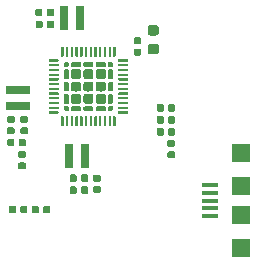
<source format=gbr>
G04 #@! TF.GenerationSoftware,KiCad,Pcbnew,5.1.4+dfsg1-1*
G04 #@! TF.CreationDate,2019-09-03T18:12:51+09:00*
G04 #@! TF.ProjectId,axp192breakout,61787031-3932-4627-9265-616b6f75742e,rev?*
G04 #@! TF.SameCoordinates,Original*
G04 #@! TF.FileFunction,Paste,Top*
G04 #@! TF.FilePolarity,Positive*
%FSLAX46Y46*%
G04 Gerber Fmt 4.6, Leading zero omitted, Abs format (unit mm)*
G04 Created by KiCad (PCBNEW 5.1.4+dfsg1-1) date 2019-09-03 18:12:51*
%MOMM*%
%LPD*%
G04 APERTURE LIST*
%ADD10C,0.100000*%
%ADD11C,0.590000*%
%ADD12R,1.400000X0.400000*%
%ADD13R,1.520000X1.520000*%
%ADD14R,0.650000X2.000000*%
%ADD15R,2.000000X0.650000*%
%ADD16C,0.200000*%
%ADD17C,0.295204*%
%ADD18C,0.331171*%
%ADD19C,0.846537*%
%ADD20C,0.875000*%
G04 APERTURE END LIST*
D10*
G36*
X94886958Y-120190710D02*
G01*
X94901276Y-120192834D01*
X94915317Y-120196351D01*
X94928946Y-120201228D01*
X94942031Y-120207417D01*
X94954447Y-120214858D01*
X94966073Y-120223481D01*
X94976798Y-120233202D01*
X94986519Y-120243927D01*
X94995142Y-120255553D01*
X95002583Y-120267969D01*
X95008772Y-120281054D01*
X95013649Y-120294683D01*
X95017166Y-120308724D01*
X95019290Y-120323042D01*
X95020000Y-120337500D01*
X95020000Y-120632500D01*
X95019290Y-120646958D01*
X95017166Y-120661276D01*
X95013649Y-120675317D01*
X95008772Y-120688946D01*
X95002583Y-120702031D01*
X94995142Y-120714447D01*
X94986519Y-120726073D01*
X94976798Y-120736798D01*
X94966073Y-120746519D01*
X94954447Y-120755142D01*
X94942031Y-120762583D01*
X94928946Y-120768772D01*
X94915317Y-120773649D01*
X94901276Y-120777166D01*
X94886958Y-120779290D01*
X94872500Y-120780000D01*
X94527500Y-120780000D01*
X94513042Y-120779290D01*
X94498724Y-120777166D01*
X94484683Y-120773649D01*
X94471054Y-120768772D01*
X94457969Y-120762583D01*
X94445553Y-120755142D01*
X94433927Y-120746519D01*
X94423202Y-120736798D01*
X94413481Y-120726073D01*
X94404858Y-120714447D01*
X94397417Y-120702031D01*
X94391228Y-120688946D01*
X94386351Y-120675317D01*
X94382834Y-120661276D01*
X94380710Y-120646958D01*
X94380000Y-120632500D01*
X94380000Y-120337500D01*
X94380710Y-120323042D01*
X94382834Y-120308724D01*
X94386351Y-120294683D01*
X94391228Y-120281054D01*
X94397417Y-120267969D01*
X94404858Y-120255553D01*
X94413481Y-120243927D01*
X94423202Y-120233202D01*
X94433927Y-120223481D01*
X94445553Y-120214858D01*
X94457969Y-120207417D01*
X94471054Y-120201228D01*
X94484683Y-120196351D01*
X94498724Y-120192834D01*
X94513042Y-120190710D01*
X94527500Y-120190000D01*
X94872500Y-120190000D01*
X94886958Y-120190710D01*
X94886958Y-120190710D01*
G37*
D11*
X94700000Y-120485000D03*
D10*
G36*
X94886958Y-119220710D02*
G01*
X94901276Y-119222834D01*
X94915317Y-119226351D01*
X94928946Y-119231228D01*
X94942031Y-119237417D01*
X94954447Y-119244858D01*
X94966073Y-119253481D01*
X94976798Y-119263202D01*
X94986519Y-119273927D01*
X94995142Y-119285553D01*
X95002583Y-119297969D01*
X95008772Y-119311054D01*
X95013649Y-119324683D01*
X95017166Y-119338724D01*
X95019290Y-119353042D01*
X95020000Y-119367500D01*
X95020000Y-119662500D01*
X95019290Y-119676958D01*
X95017166Y-119691276D01*
X95013649Y-119705317D01*
X95008772Y-119718946D01*
X95002583Y-119732031D01*
X94995142Y-119744447D01*
X94986519Y-119756073D01*
X94976798Y-119766798D01*
X94966073Y-119776519D01*
X94954447Y-119785142D01*
X94942031Y-119792583D01*
X94928946Y-119798772D01*
X94915317Y-119803649D01*
X94901276Y-119807166D01*
X94886958Y-119809290D01*
X94872500Y-119810000D01*
X94527500Y-119810000D01*
X94513042Y-119809290D01*
X94498724Y-119807166D01*
X94484683Y-119803649D01*
X94471054Y-119798772D01*
X94457969Y-119792583D01*
X94445553Y-119785142D01*
X94433927Y-119776519D01*
X94423202Y-119766798D01*
X94413481Y-119756073D01*
X94404858Y-119744447D01*
X94397417Y-119732031D01*
X94391228Y-119718946D01*
X94386351Y-119705317D01*
X94382834Y-119691276D01*
X94380710Y-119676958D01*
X94380000Y-119662500D01*
X94380000Y-119367500D01*
X94380710Y-119353042D01*
X94382834Y-119338724D01*
X94386351Y-119324683D01*
X94391228Y-119311054D01*
X94397417Y-119297969D01*
X94404858Y-119285553D01*
X94413481Y-119273927D01*
X94423202Y-119263202D01*
X94433927Y-119253481D01*
X94445553Y-119244858D01*
X94457969Y-119237417D01*
X94471054Y-119231228D01*
X94484683Y-119226351D01*
X94498724Y-119222834D01*
X94513042Y-119220710D01*
X94527500Y-119220000D01*
X94872500Y-119220000D01*
X94886958Y-119220710D01*
X94886958Y-119220710D01*
G37*
D11*
X94700000Y-119515000D03*
D10*
G36*
X90613758Y-121854710D02*
G01*
X90628076Y-121856834D01*
X90642117Y-121860351D01*
X90655746Y-121865228D01*
X90668831Y-121871417D01*
X90681247Y-121878858D01*
X90692873Y-121887481D01*
X90703598Y-121897202D01*
X90713319Y-121907927D01*
X90721942Y-121919553D01*
X90729383Y-121931969D01*
X90735572Y-121945054D01*
X90740449Y-121958683D01*
X90743966Y-121972724D01*
X90746090Y-121987042D01*
X90746800Y-122001500D01*
X90746800Y-122346500D01*
X90746090Y-122360958D01*
X90743966Y-122375276D01*
X90740449Y-122389317D01*
X90735572Y-122402946D01*
X90729383Y-122416031D01*
X90721942Y-122428447D01*
X90713319Y-122440073D01*
X90703598Y-122450798D01*
X90692873Y-122460519D01*
X90681247Y-122469142D01*
X90668831Y-122476583D01*
X90655746Y-122482772D01*
X90642117Y-122487649D01*
X90628076Y-122491166D01*
X90613758Y-122493290D01*
X90599300Y-122494000D01*
X90304300Y-122494000D01*
X90289842Y-122493290D01*
X90275524Y-122491166D01*
X90261483Y-122487649D01*
X90247854Y-122482772D01*
X90234769Y-122476583D01*
X90222353Y-122469142D01*
X90210727Y-122460519D01*
X90200002Y-122450798D01*
X90190281Y-122440073D01*
X90181658Y-122428447D01*
X90174217Y-122416031D01*
X90168028Y-122402946D01*
X90163151Y-122389317D01*
X90159634Y-122375276D01*
X90157510Y-122360958D01*
X90156800Y-122346500D01*
X90156800Y-122001500D01*
X90157510Y-121987042D01*
X90159634Y-121972724D01*
X90163151Y-121958683D01*
X90168028Y-121945054D01*
X90174217Y-121931969D01*
X90181658Y-121919553D01*
X90190281Y-121907927D01*
X90200002Y-121897202D01*
X90210727Y-121887481D01*
X90222353Y-121878858D01*
X90234769Y-121871417D01*
X90247854Y-121865228D01*
X90261483Y-121860351D01*
X90275524Y-121856834D01*
X90289842Y-121854710D01*
X90304300Y-121854000D01*
X90599300Y-121854000D01*
X90613758Y-121854710D01*
X90613758Y-121854710D01*
G37*
D11*
X90451800Y-122174000D03*
D10*
G36*
X89643758Y-121854710D02*
G01*
X89658076Y-121856834D01*
X89672117Y-121860351D01*
X89685746Y-121865228D01*
X89698831Y-121871417D01*
X89711247Y-121878858D01*
X89722873Y-121887481D01*
X89733598Y-121897202D01*
X89743319Y-121907927D01*
X89751942Y-121919553D01*
X89759383Y-121931969D01*
X89765572Y-121945054D01*
X89770449Y-121958683D01*
X89773966Y-121972724D01*
X89776090Y-121987042D01*
X89776800Y-122001500D01*
X89776800Y-122346500D01*
X89776090Y-122360958D01*
X89773966Y-122375276D01*
X89770449Y-122389317D01*
X89765572Y-122402946D01*
X89759383Y-122416031D01*
X89751942Y-122428447D01*
X89743319Y-122440073D01*
X89733598Y-122450798D01*
X89722873Y-122460519D01*
X89711247Y-122469142D01*
X89698831Y-122476583D01*
X89685746Y-122482772D01*
X89672117Y-122487649D01*
X89658076Y-122491166D01*
X89643758Y-122493290D01*
X89629300Y-122494000D01*
X89334300Y-122494000D01*
X89319842Y-122493290D01*
X89305524Y-122491166D01*
X89291483Y-122487649D01*
X89277854Y-122482772D01*
X89264769Y-122476583D01*
X89252353Y-122469142D01*
X89240727Y-122460519D01*
X89230002Y-122450798D01*
X89220281Y-122440073D01*
X89211658Y-122428447D01*
X89204217Y-122416031D01*
X89198028Y-122402946D01*
X89193151Y-122389317D01*
X89189634Y-122375276D01*
X89187510Y-122360958D01*
X89186800Y-122346500D01*
X89186800Y-122001500D01*
X89187510Y-121987042D01*
X89189634Y-121972724D01*
X89193151Y-121958683D01*
X89198028Y-121945054D01*
X89204217Y-121931969D01*
X89211658Y-121919553D01*
X89220281Y-121907927D01*
X89230002Y-121897202D01*
X89240727Y-121887481D01*
X89252353Y-121878858D01*
X89264769Y-121871417D01*
X89277854Y-121865228D01*
X89291483Y-121860351D01*
X89305524Y-121856834D01*
X89319842Y-121854710D01*
X89334300Y-121854000D01*
X89629300Y-121854000D01*
X89643758Y-121854710D01*
X89643758Y-121854710D01*
G37*
D11*
X89481800Y-122174000D03*
D10*
G36*
X87713358Y-121854710D02*
G01*
X87727676Y-121856834D01*
X87741717Y-121860351D01*
X87755346Y-121865228D01*
X87768431Y-121871417D01*
X87780847Y-121878858D01*
X87792473Y-121887481D01*
X87803198Y-121897202D01*
X87812919Y-121907927D01*
X87821542Y-121919553D01*
X87828983Y-121931969D01*
X87835172Y-121945054D01*
X87840049Y-121958683D01*
X87843566Y-121972724D01*
X87845690Y-121987042D01*
X87846400Y-122001500D01*
X87846400Y-122346500D01*
X87845690Y-122360958D01*
X87843566Y-122375276D01*
X87840049Y-122389317D01*
X87835172Y-122402946D01*
X87828983Y-122416031D01*
X87821542Y-122428447D01*
X87812919Y-122440073D01*
X87803198Y-122450798D01*
X87792473Y-122460519D01*
X87780847Y-122469142D01*
X87768431Y-122476583D01*
X87755346Y-122482772D01*
X87741717Y-122487649D01*
X87727676Y-122491166D01*
X87713358Y-122493290D01*
X87698900Y-122494000D01*
X87403900Y-122494000D01*
X87389442Y-122493290D01*
X87375124Y-122491166D01*
X87361083Y-122487649D01*
X87347454Y-122482772D01*
X87334369Y-122476583D01*
X87321953Y-122469142D01*
X87310327Y-122460519D01*
X87299602Y-122450798D01*
X87289881Y-122440073D01*
X87281258Y-122428447D01*
X87273817Y-122416031D01*
X87267628Y-122402946D01*
X87262751Y-122389317D01*
X87259234Y-122375276D01*
X87257110Y-122360958D01*
X87256400Y-122346500D01*
X87256400Y-122001500D01*
X87257110Y-121987042D01*
X87259234Y-121972724D01*
X87262751Y-121958683D01*
X87267628Y-121945054D01*
X87273817Y-121931969D01*
X87281258Y-121919553D01*
X87289881Y-121907927D01*
X87299602Y-121897202D01*
X87310327Y-121887481D01*
X87321953Y-121878858D01*
X87334369Y-121871417D01*
X87347454Y-121865228D01*
X87361083Y-121860351D01*
X87375124Y-121856834D01*
X87389442Y-121854710D01*
X87403900Y-121854000D01*
X87698900Y-121854000D01*
X87713358Y-121854710D01*
X87713358Y-121854710D01*
G37*
D11*
X87551400Y-122174000D03*
D10*
G36*
X88683358Y-121854710D02*
G01*
X88697676Y-121856834D01*
X88711717Y-121860351D01*
X88725346Y-121865228D01*
X88738431Y-121871417D01*
X88750847Y-121878858D01*
X88762473Y-121887481D01*
X88773198Y-121897202D01*
X88782919Y-121907927D01*
X88791542Y-121919553D01*
X88798983Y-121931969D01*
X88805172Y-121945054D01*
X88810049Y-121958683D01*
X88813566Y-121972724D01*
X88815690Y-121987042D01*
X88816400Y-122001500D01*
X88816400Y-122346500D01*
X88815690Y-122360958D01*
X88813566Y-122375276D01*
X88810049Y-122389317D01*
X88805172Y-122402946D01*
X88798983Y-122416031D01*
X88791542Y-122428447D01*
X88782919Y-122440073D01*
X88773198Y-122450798D01*
X88762473Y-122460519D01*
X88750847Y-122469142D01*
X88738431Y-122476583D01*
X88725346Y-122482772D01*
X88711717Y-122487649D01*
X88697676Y-122491166D01*
X88683358Y-122493290D01*
X88668900Y-122494000D01*
X88373900Y-122494000D01*
X88359442Y-122493290D01*
X88345124Y-122491166D01*
X88331083Y-122487649D01*
X88317454Y-122482772D01*
X88304369Y-122476583D01*
X88291953Y-122469142D01*
X88280327Y-122460519D01*
X88269602Y-122450798D01*
X88259881Y-122440073D01*
X88251258Y-122428447D01*
X88243817Y-122416031D01*
X88237628Y-122402946D01*
X88232751Y-122389317D01*
X88229234Y-122375276D01*
X88227110Y-122360958D01*
X88226400Y-122346500D01*
X88226400Y-122001500D01*
X88227110Y-121987042D01*
X88229234Y-121972724D01*
X88232751Y-121958683D01*
X88237628Y-121945054D01*
X88243817Y-121931969D01*
X88251258Y-121919553D01*
X88259881Y-121907927D01*
X88269602Y-121897202D01*
X88280327Y-121887481D01*
X88291953Y-121878858D01*
X88304369Y-121871417D01*
X88317454Y-121865228D01*
X88331083Y-121860351D01*
X88345124Y-121856834D01*
X88359442Y-121854710D01*
X88373900Y-121854000D01*
X88668900Y-121854000D01*
X88683358Y-121854710D01*
X88683358Y-121854710D01*
G37*
D11*
X88521400Y-122174000D03*
D10*
G36*
X101177358Y-116279150D02*
G01*
X101191676Y-116281274D01*
X101205717Y-116284791D01*
X101219346Y-116289668D01*
X101232431Y-116295857D01*
X101244847Y-116303298D01*
X101256473Y-116311921D01*
X101267198Y-116321642D01*
X101276919Y-116332367D01*
X101285542Y-116343993D01*
X101292983Y-116356409D01*
X101299172Y-116369494D01*
X101304049Y-116383123D01*
X101307566Y-116397164D01*
X101309690Y-116411482D01*
X101310400Y-116425940D01*
X101310400Y-116720940D01*
X101309690Y-116735398D01*
X101307566Y-116749716D01*
X101304049Y-116763757D01*
X101299172Y-116777386D01*
X101292983Y-116790471D01*
X101285542Y-116802887D01*
X101276919Y-116814513D01*
X101267198Y-116825238D01*
X101256473Y-116834959D01*
X101244847Y-116843582D01*
X101232431Y-116851023D01*
X101219346Y-116857212D01*
X101205717Y-116862089D01*
X101191676Y-116865606D01*
X101177358Y-116867730D01*
X101162900Y-116868440D01*
X100817900Y-116868440D01*
X100803442Y-116867730D01*
X100789124Y-116865606D01*
X100775083Y-116862089D01*
X100761454Y-116857212D01*
X100748369Y-116851023D01*
X100735953Y-116843582D01*
X100724327Y-116834959D01*
X100713602Y-116825238D01*
X100703881Y-116814513D01*
X100695258Y-116802887D01*
X100687817Y-116790471D01*
X100681628Y-116777386D01*
X100676751Y-116763757D01*
X100673234Y-116749716D01*
X100671110Y-116735398D01*
X100670400Y-116720940D01*
X100670400Y-116425940D01*
X100671110Y-116411482D01*
X100673234Y-116397164D01*
X100676751Y-116383123D01*
X100681628Y-116369494D01*
X100687817Y-116356409D01*
X100695258Y-116343993D01*
X100703881Y-116332367D01*
X100713602Y-116321642D01*
X100724327Y-116311921D01*
X100735953Y-116303298D01*
X100748369Y-116295857D01*
X100761454Y-116289668D01*
X100775083Y-116284791D01*
X100789124Y-116281274D01*
X100803442Y-116279150D01*
X100817900Y-116278440D01*
X101162900Y-116278440D01*
X101177358Y-116279150D01*
X101177358Y-116279150D01*
G37*
D11*
X100990400Y-116573440D03*
D10*
G36*
X101177358Y-117249150D02*
G01*
X101191676Y-117251274D01*
X101205717Y-117254791D01*
X101219346Y-117259668D01*
X101232431Y-117265857D01*
X101244847Y-117273298D01*
X101256473Y-117281921D01*
X101267198Y-117291642D01*
X101276919Y-117302367D01*
X101285542Y-117313993D01*
X101292983Y-117326409D01*
X101299172Y-117339494D01*
X101304049Y-117353123D01*
X101307566Y-117367164D01*
X101309690Y-117381482D01*
X101310400Y-117395940D01*
X101310400Y-117690940D01*
X101309690Y-117705398D01*
X101307566Y-117719716D01*
X101304049Y-117733757D01*
X101299172Y-117747386D01*
X101292983Y-117760471D01*
X101285542Y-117772887D01*
X101276919Y-117784513D01*
X101267198Y-117795238D01*
X101256473Y-117804959D01*
X101244847Y-117813582D01*
X101232431Y-117821023D01*
X101219346Y-117827212D01*
X101205717Y-117832089D01*
X101191676Y-117835606D01*
X101177358Y-117837730D01*
X101162900Y-117838440D01*
X100817900Y-117838440D01*
X100803442Y-117837730D01*
X100789124Y-117835606D01*
X100775083Y-117832089D01*
X100761454Y-117827212D01*
X100748369Y-117821023D01*
X100735953Y-117813582D01*
X100724327Y-117804959D01*
X100713602Y-117795238D01*
X100703881Y-117784513D01*
X100695258Y-117772887D01*
X100687817Y-117760471D01*
X100681628Y-117747386D01*
X100676751Y-117733757D01*
X100673234Y-117719716D01*
X100671110Y-117705398D01*
X100670400Y-117690940D01*
X100670400Y-117395940D01*
X100671110Y-117381482D01*
X100673234Y-117367164D01*
X100676751Y-117353123D01*
X100681628Y-117339494D01*
X100687817Y-117326409D01*
X100695258Y-117313993D01*
X100703881Y-117302367D01*
X100713602Y-117291642D01*
X100724327Y-117281921D01*
X100735953Y-117273298D01*
X100748369Y-117265857D01*
X100761454Y-117259668D01*
X100775083Y-117254791D01*
X100789124Y-117251274D01*
X100803442Y-117249150D01*
X100817900Y-117248440D01*
X101162900Y-117248440D01*
X101177358Y-117249150D01*
X101177358Y-117249150D01*
G37*
D11*
X100990400Y-117543440D03*
D10*
G36*
X88538318Y-118191490D02*
G01*
X88552636Y-118193614D01*
X88566677Y-118197131D01*
X88580306Y-118202008D01*
X88593391Y-118208197D01*
X88605807Y-118215638D01*
X88617433Y-118224261D01*
X88628158Y-118233982D01*
X88637879Y-118244707D01*
X88646502Y-118256333D01*
X88653943Y-118268749D01*
X88660132Y-118281834D01*
X88665009Y-118295463D01*
X88668526Y-118309504D01*
X88670650Y-118323822D01*
X88671360Y-118338280D01*
X88671360Y-118633280D01*
X88670650Y-118647738D01*
X88668526Y-118662056D01*
X88665009Y-118676097D01*
X88660132Y-118689726D01*
X88653943Y-118702811D01*
X88646502Y-118715227D01*
X88637879Y-118726853D01*
X88628158Y-118737578D01*
X88617433Y-118747299D01*
X88605807Y-118755922D01*
X88593391Y-118763363D01*
X88580306Y-118769552D01*
X88566677Y-118774429D01*
X88552636Y-118777946D01*
X88538318Y-118780070D01*
X88523860Y-118780780D01*
X88178860Y-118780780D01*
X88164402Y-118780070D01*
X88150084Y-118777946D01*
X88136043Y-118774429D01*
X88122414Y-118769552D01*
X88109329Y-118763363D01*
X88096913Y-118755922D01*
X88085287Y-118747299D01*
X88074562Y-118737578D01*
X88064841Y-118726853D01*
X88056218Y-118715227D01*
X88048777Y-118702811D01*
X88042588Y-118689726D01*
X88037711Y-118676097D01*
X88034194Y-118662056D01*
X88032070Y-118647738D01*
X88031360Y-118633280D01*
X88031360Y-118338280D01*
X88032070Y-118323822D01*
X88034194Y-118309504D01*
X88037711Y-118295463D01*
X88042588Y-118281834D01*
X88048777Y-118268749D01*
X88056218Y-118256333D01*
X88064841Y-118244707D01*
X88074562Y-118233982D01*
X88085287Y-118224261D01*
X88096913Y-118215638D01*
X88109329Y-118208197D01*
X88122414Y-118202008D01*
X88136043Y-118197131D01*
X88150084Y-118193614D01*
X88164402Y-118191490D01*
X88178860Y-118190780D01*
X88523860Y-118190780D01*
X88538318Y-118191490D01*
X88538318Y-118191490D01*
G37*
D11*
X88351360Y-118485780D03*
D10*
G36*
X88538318Y-117221490D02*
G01*
X88552636Y-117223614D01*
X88566677Y-117227131D01*
X88580306Y-117232008D01*
X88593391Y-117238197D01*
X88605807Y-117245638D01*
X88617433Y-117254261D01*
X88628158Y-117263982D01*
X88637879Y-117274707D01*
X88646502Y-117286333D01*
X88653943Y-117298749D01*
X88660132Y-117311834D01*
X88665009Y-117325463D01*
X88668526Y-117339504D01*
X88670650Y-117353822D01*
X88671360Y-117368280D01*
X88671360Y-117663280D01*
X88670650Y-117677738D01*
X88668526Y-117692056D01*
X88665009Y-117706097D01*
X88660132Y-117719726D01*
X88653943Y-117732811D01*
X88646502Y-117745227D01*
X88637879Y-117756853D01*
X88628158Y-117767578D01*
X88617433Y-117777299D01*
X88605807Y-117785922D01*
X88593391Y-117793363D01*
X88580306Y-117799552D01*
X88566677Y-117804429D01*
X88552636Y-117807946D01*
X88538318Y-117810070D01*
X88523860Y-117810780D01*
X88178860Y-117810780D01*
X88164402Y-117810070D01*
X88150084Y-117807946D01*
X88136043Y-117804429D01*
X88122414Y-117799552D01*
X88109329Y-117793363D01*
X88096913Y-117785922D01*
X88085287Y-117777299D01*
X88074562Y-117767578D01*
X88064841Y-117756853D01*
X88056218Y-117745227D01*
X88048777Y-117732811D01*
X88042588Y-117719726D01*
X88037711Y-117706097D01*
X88034194Y-117692056D01*
X88032070Y-117677738D01*
X88031360Y-117663280D01*
X88031360Y-117368280D01*
X88032070Y-117353822D01*
X88034194Y-117339504D01*
X88037711Y-117325463D01*
X88042588Y-117311834D01*
X88048777Y-117298749D01*
X88056218Y-117286333D01*
X88064841Y-117274707D01*
X88074562Y-117263982D01*
X88085287Y-117254261D01*
X88096913Y-117245638D01*
X88109329Y-117238197D01*
X88122414Y-117232008D01*
X88136043Y-117227131D01*
X88150084Y-117223614D01*
X88164402Y-117221490D01*
X88178860Y-117220780D01*
X88523860Y-117220780D01*
X88538318Y-117221490D01*
X88538318Y-117221490D01*
G37*
D11*
X88351360Y-117515780D03*
D10*
G36*
X87573658Y-116182890D02*
G01*
X87587976Y-116185014D01*
X87602017Y-116188531D01*
X87615646Y-116193408D01*
X87628731Y-116199597D01*
X87641147Y-116207038D01*
X87652773Y-116215661D01*
X87663498Y-116225382D01*
X87673219Y-116236107D01*
X87681842Y-116247733D01*
X87689283Y-116260149D01*
X87695472Y-116273234D01*
X87700349Y-116286863D01*
X87703866Y-116300904D01*
X87705990Y-116315222D01*
X87706700Y-116329680D01*
X87706700Y-116674680D01*
X87705990Y-116689138D01*
X87703866Y-116703456D01*
X87700349Y-116717497D01*
X87695472Y-116731126D01*
X87689283Y-116744211D01*
X87681842Y-116756627D01*
X87673219Y-116768253D01*
X87663498Y-116778978D01*
X87652773Y-116788699D01*
X87641147Y-116797322D01*
X87628731Y-116804763D01*
X87615646Y-116810952D01*
X87602017Y-116815829D01*
X87587976Y-116819346D01*
X87573658Y-116821470D01*
X87559200Y-116822180D01*
X87264200Y-116822180D01*
X87249742Y-116821470D01*
X87235424Y-116819346D01*
X87221383Y-116815829D01*
X87207754Y-116810952D01*
X87194669Y-116804763D01*
X87182253Y-116797322D01*
X87170627Y-116788699D01*
X87159902Y-116778978D01*
X87150181Y-116768253D01*
X87141558Y-116756627D01*
X87134117Y-116744211D01*
X87127928Y-116731126D01*
X87123051Y-116717497D01*
X87119534Y-116703456D01*
X87117410Y-116689138D01*
X87116700Y-116674680D01*
X87116700Y-116329680D01*
X87117410Y-116315222D01*
X87119534Y-116300904D01*
X87123051Y-116286863D01*
X87127928Y-116273234D01*
X87134117Y-116260149D01*
X87141558Y-116247733D01*
X87150181Y-116236107D01*
X87159902Y-116225382D01*
X87170627Y-116215661D01*
X87182253Y-116207038D01*
X87194669Y-116199597D01*
X87207754Y-116193408D01*
X87221383Y-116188531D01*
X87235424Y-116185014D01*
X87249742Y-116182890D01*
X87264200Y-116182180D01*
X87559200Y-116182180D01*
X87573658Y-116182890D01*
X87573658Y-116182890D01*
G37*
D11*
X87411700Y-116502180D03*
D10*
G36*
X88543658Y-116182890D02*
G01*
X88557976Y-116185014D01*
X88572017Y-116188531D01*
X88585646Y-116193408D01*
X88598731Y-116199597D01*
X88611147Y-116207038D01*
X88622773Y-116215661D01*
X88633498Y-116225382D01*
X88643219Y-116236107D01*
X88651842Y-116247733D01*
X88659283Y-116260149D01*
X88665472Y-116273234D01*
X88670349Y-116286863D01*
X88673866Y-116300904D01*
X88675990Y-116315222D01*
X88676700Y-116329680D01*
X88676700Y-116674680D01*
X88675990Y-116689138D01*
X88673866Y-116703456D01*
X88670349Y-116717497D01*
X88665472Y-116731126D01*
X88659283Y-116744211D01*
X88651842Y-116756627D01*
X88643219Y-116768253D01*
X88633498Y-116778978D01*
X88622773Y-116788699D01*
X88611147Y-116797322D01*
X88598731Y-116804763D01*
X88585646Y-116810952D01*
X88572017Y-116815829D01*
X88557976Y-116819346D01*
X88543658Y-116821470D01*
X88529200Y-116822180D01*
X88234200Y-116822180D01*
X88219742Y-116821470D01*
X88205424Y-116819346D01*
X88191383Y-116815829D01*
X88177754Y-116810952D01*
X88164669Y-116804763D01*
X88152253Y-116797322D01*
X88140627Y-116788699D01*
X88129902Y-116778978D01*
X88120181Y-116768253D01*
X88111558Y-116756627D01*
X88104117Y-116744211D01*
X88097928Y-116731126D01*
X88093051Y-116717497D01*
X88089534Y-116703456D01*
X88087410Y-116689138D01*
X88086700Y-116674680D01*
X88086700Y-116329680D01*
X88087410Y-116315222D01*
X88089534Y-116300904D01*
X88093051Y-116286863D01*
X88097928Y-116273234D01*
X88104117Y-116260149D01*
X88111558Y-116247733D01*
X88120181Y-116236107D01*
X88129902Y-116225382D01*
X88140627Y-116215661D01*
X88152253Y-116207038D01*
X88164669Y-116199597D01*
X88177754Y-116193408D01*
X88191383Y-116188531D01*
X88205424Y-116185014D01*
X88219742Y-116182890D01*
X88234200Y-116182180D01*
X88529200Y-116182180D01*
X88543658Y-116182890D01*
X88543658Y-116182890D01*
G37*
D11*
X88381700Y-116502180D03*
D12*
X104284000Y-122712000D03*
X104284000Y-122062000D03*
X104284000Y-121412000D03*
X104284000Y-120762000D03*
X104284000Y-120112000D03*
D13*
X106934000Y-125412000D03*
X106934000Y-122612000D03*
X106934000Y-120212000D03*
X106934000Y-117412000D03*
D14*
X93651700Y-117652800D03*
X92301700Y-117652800D03*
D15*
X88011000Y-113425600D03*
X88011000Y-112075600D03*
D14*
X91908000Y-105933240D03*
X93258000Y-105933240D03*
D10*
G36*
X91834901Y-108385241D02*
G01*
X91839755Y-108385961D01*
X91844514Y-108387153D01*
X91849134Y-108388806D01*
X91853570Y-108390904D01*
X91857779Y-108393427D01*
X91861720Y-108396349D01*
X91865355Y-108399645D01*
X91868651Y-108403280D01*
X91871573Y-108407221D01*
X91874096Y-108411430D01*
X91876194Y-108415866D01*
X91877847Y-108420486D01*
X91879039Y-108425245D01*
X91879759Y-108430099D01*
X91880000Y-108435000D01*
X91880000Y-109185000D01*
X91879759Y-109189901D01*
X91879039Y-109194755D01*
X91877847Y-109199514D01*
X91876194Y-109204134D01*
X91874096Y-109208570D01*
X91871573Y-109212779D01*
X91868651Y-109216720D01*
X91865355Y-109220355D01*
X91861720Y-109223651D01*
X91857779Y-109226573D01*
X91853570Y-109229096D01*
X91849134Y-109231194D01*
X91844514Y-109232847D01*
X91839755Y-109234039D01*
X91834901Y-109234759D01*
X91830000Y-109235000D01*
X91730000Y-109235000D01*
X91725099Y-109234759D01*
X91720245Y-109234039D01*
X91715486Y-109232847D01*
X91710866Y-109231194D01*
X91706430Y-109229096D01*
X91702221Y-109226573D01*
X91698280Y-109223651D01*
X91694645Y-109220355D01*
X91691349Y-109216720D01*
X91688427Y-109212779D01*
X91685904Y-109208570D01*
X91683806Y-109204134D01*
X91682153Y-109199514D01*
X91680961Y-109194755D01*
X91680241Y-109189901D01*
X91680000Y-109185000D01*
X91680000Y-108435000D01*
X91680241Y-108430099D01*
X91680961Y-108425245D01*
X91682153Y-108420486D01*
X91683806Y-108415866D01*
X91685904Y-108411430D01*
X91688427Y-108407221D01*
X91691349Y-108403280D01*
X91694645Y-108399645D01*
X91698280Y-108396349D01*
X91702221Y-108393427D01*
X91706430Y-108390904D01*
X91710866Y-108388806D01*
X91715486Y-108387153D01*
X91720245Y-108385961D01*
X91725099Y-108385241D01*
X91730000Y-108385000D01*
X91830000Y-108385000D01*
X91834901Y-108385241D01*
X91834901Y-108385241D01*
G37*
D16*
X91780000Y-108810000D03*
D10*
G36*
X92234901Y-108385241D02*
G01*
X92239755Y-108385961D01*
X92244514Y-108387153D01*
X92249134Y-108388806D01*
X92253570Y-108390904D01*
X92257779Y-108393427D01*
X92261720Y-108396349D01*
X92265355Y-108399645D01*
X92268651Y-108403280D01*
X92271573Y-108407221D01*
X92274096Y-108411430D01*
X92276194Y-108415866D01*
X92277847Y-108420486D01*
X92279039Y-108425245D01*
X92279759Y-108430099D01*
X92280000Y-108435000D01*
X92280000Y-109185000D01*
X92279759Y-109189901D01*
X92279039Y-109194755D01*
X92277847Y-109199514D01*
X92276194Y-109204134D01*
X92274096Y-109208570D01*
X92271573Y-109212779D01*
X92268651Y-109216720D01*
X92265355Y-109220355D01*
X92261720Y-109223651D01*
X92257779Y-109226573D01*
X92253570Y-109229096D01*
X92249134Y-109231194D01*
X92244514Y-109232847D01*
X92239755Y-109234039D01*
X92234901Y-109234759D01*
X92230000Y-109235000D01*
X92130000Y-109235000D01*
X92125099Y-109234759D01*
X92120245Y-109234039D01*
X92115486Y-109232847D01*
X92110866Y-109231194D01*
X92106430Y-109229096D01*
X92102221Y-109226573D01*
X92098280Y-109223651D01*
X92094645Y-109220355D01*
X92091349Y-109216720D01*
X92088427Y-109212779D01*
X92085904Y-109208570D01*
X92083806Y-109204134D01*
X92082153Y-109199514D01*
X92080961Y-109194755D01*
X92080241Y-109189901D01*
X92080000Y-109185000D01*
X92080000Y-108435000D01*
X92080241Y-108430099D01*
X92080961Y-108425245D01*
X92082153Y-108420486D01*
X92083806Y-108415866D01*
X92085904Y-108411430D01*
X92088427Y-108407221D01*
X92091349Y-108403280D01*
X92094645Y-108399645D01*
X92098280Y-108396349D01*
X92102221Y-108393427D01*
X92106430Y-108390904D01*
X92110866Y-108388806D01*
X92115486Y-108387153D01*
X92120245Y-108385961D01*
X92125099Y-108385241D01*
X92130000Y-108385000D01*
X92230000Y-108385000D01*
X92234901Y-108385241D01*
X92234901Y-108385241D01*
G37*
D16*
X92180000Y-108810000D03*
D10*
G36*
X92634901Y-108385241D02*
G01*
X92639755Y-108385961D01*
X92644514Y-108387153D01*
X92649134Y-108388806D01*
X92653570Y-108390904D01*
X92657779Y-108393427D01*
X92661720Y-108396349D01*
X92665355Y-108399645D01*
X92668651Y-108403280D01*
X92671573Y-108407221D01*
X92674096Y-108411430D01*
X92676194Y-108415866D01*
X92677847Y-108420486D01*
X92679039Y-108425245D01*
X92679759Y-108430099D01*
X92680000Y-108435000D01*
X92680000Y-109185000D01*
X92679759Y-109189901D01*
X92679039Y-109194755D01*
X92677847Y-109199514D01*
X92676194Y-109204134D01*
X92674096Y-109208570D01*
X92671573Y-109212779D01*
X92668651Y-109216720D01*
X92665355Y-109220355D01*
X92661720Y-109223651D01*
X92657779Y-109226573D01*
X92653570Y-109229096D01*
X92649134Y-109231194D01*
X92644514Y-109232847D01*
X92639755Y-109234039D01*
X92634901Y-109234759D01*
X92630000Y-109235000D01*
X92530000Y-109235000D01*
X92525099Y-109234759D01*
X92520245Y-109234039D01*
X92515486Y-109232847D01*
X92510866Y-109231194D01*
X92506430Y-109229096D01*
X92502221Y-109226573D01*
X92498280Y-109223651D01*
X92494645Y-109220355D01*
X92491349Y-109216720D01*
X92488427Y-109212779D01*
X92485904Y-109208570D01*
X92483806Y-109204134D01*
X92482153Y-109199514D01*
X92480961Y-109194755D01*
X92480241Y-109189901D01*
X92480000Y-109185000D01*
X92480000Y-108435000D01*
X92480241Y-108430099D01*
X92480961Y-108425245D01*
X92482153Y-108420486D01*
X92483806Y-108415866D01*
X92485904Y-108411430D01*
X92488427Y-108407221D01*
X92491349Y-108403280D01*
X92494645Y-108399645D01*
X92498280Y-108396349D01*
X92502221Y-108393427D01*
X92506430Y-108390904D01*
X92510866Y-108388806D01*
X92515486Y-108387153D01*
X92520245Y-108385961D01*
X92525099Y-108385241D01*
X92530000Y-108385000D01*
X92630000Y-108385000D01*
X92634901Y-108385241D01*
X92634901Y-108385241D01*
G37*
D16*
X92580000Y-108810000D03*
D10*
G36*
X93034901Y-108385241D02*
G01*
X93039755Y-108385961D01*
X93044514Y-108387153D01*
X93049134Y-108388806D01*
X93053570Y-108390904D01*
X93057779Y-108393427D01*
X93061720Y-108396349D01*
X93065355Y-108399645D01*
X93068651Y-108403280D01*
X93071573Y-108407221D01*
X93074096Y-108411430D01*
X93076194Y-108415866D01*
X93077847Y-108420486D01*
X93079039Y-108425245D01*
X93079759Y-108430099D01*
X93080000Y-108435000D01*
X93080000Y-109185000D01*
X93079759Y-109189901D01*
X93079039Y-109194755D01*
X93077847Y-109199514D01*
X93076194Y-109204134D01*
X93074096Y-109208570D01*
X93071573Y-109212779D01*
X93068651Y-109216720D01*
X93065355Y-109220355D01*
X93061720Y-109223651D01*
X93057779Y-109226573D01*
X93053570Y-109229096D01*
X93049134Y-109231194D01*
X93044514Y-109232847D01*
X93039755Y-109234039D01*
X93034901Y-109234759D01*
X93030000Y-109235000D01*
X92930000Y-109235000D01*
X92925099Y-109234759D01*
X92920245Y-109234039D01*
X92915486Y-109232847D01*
X92910866Y-109231194D01*
X92906430Y-109229096D01*
X92902221Y-109226573D01*
X92898280Y-109223651D01*
X92894645Y-109220355D01*
X92891349Y-109216720D01*
X92888427Y-109212779D01*
X92885904Y-109208570D01*
X92883806Y-109204134D01*
X92882153Y-109199514D01*
X92880961Y-109194755D01*
X92880241Y-109189901D01*
X92880000Y-109185000D01*
X92880000Y-108435000D01*
X92880241Y-108430099D01*
X92880961Y-108425245D01*
X92882153Y-108420486D01*
X92883806Y-108415866D01*
X92885904Y-108411430D01*
X92888427Y-108407221D01*
X92891349Y-108403280D01*
X92894645Y-108399645D01*
X92898280Y-108396349D01*
X92902221Y-108393427D01*
X92906430Y-108390904D01*
X92910866Y-108388806D01*
X92915486Y-108387153D01*
X92920245Y-108385961D01*
X92925099Y-108385241D01*
X92930000Y-108385000D01*
X93030000Y-108385000D01*
X93034901Y-108385241D01*
X93034901Y-108385241D01*
G37*
D16*
X92980000Y-108810000D03*
D10*
G36*
X93434901Y-108385241D02*
G01*
X93439755Y-108385961D01*
X93444514Y-108387153D01*
X93449134Y-108388806D01*
X93453570Y-108390904D01*
X93457779Y-108393427D01*
X93461720Y-108396349D01*
X93465355Y-108399645D01*
X93468651Y-108403280D01*
X93471573Y-108407221D01*
X93474096Y-108411430D01*
X93476194Y-108415866D01*
X93477847Y-108420486D01*
X93479039Y-108425245D01*
X93479759Y-108430099D01*
X93480000Y-108435000D01*
X93480000Y-109185000D01*
X93479759Y-109189901D01*
X93479039Y-109194755D01*
X93477847Y-109199514D01*
X93476194Y-109204134D01*
X93474096Y-109208570D01*
X93471573Y-109212779D01*
X93468651Y-109216720D01*
X93465355Y-109220355D01*
X93461720Y-109223651D01*
X93457779Y-109226573D01*
X93453570Y-109229096D01*
X93449134Y-109231194D01*
X93444514Y-109232847D01*
X93439755Y-109234039D01*
X93434901Y-109234759D01*
X93430000Y-109235000D01*
X93330000Y-109235000D01*
X93325099Y-109234759D01*
X93320245Y-109234039D01*
X93315486Y-109232847D01*
X93310866Y-109231194D01*
X93306430Y-109229096D01*
X93302221Y-109226573D01*
X93298280Y-109223651D01*
X93294645Y-109220355D01*
X93291349Y-109216720D01*
X93288427Y-109212779D01*
X93285904Y-109208570D01*
X93283806Y-109204134D01*
X93282153Y-109199514D01*
X93280961Y-109194755D01*
X93280241Y-109189901D01*
X93280000Y-109185000D01*
X93280000Y-108435000D01*
X93280241Y-108430099D01*
X93280961Y-108425245D01*
X93282153Y-108420486D01*
X93283806Y-108415866D01*
X93285904Y-108411430D01*
X93288427Y-108407221D01*
X93291349Y-108403280D01*
X93294645Y-108399645D01*
X93298280Y-108396349D01*
X93302221Y-108393427D01*
X93306430Y-108390904D01*
X93310866Y-108388806D01*
X93315486Y-108387153D01*
X93320245Y-108385961D01*
X93325099Y-108385241D01*
X93330000Y-108385000D01*
X93430000Y-108385000D01*
X93434901Y-108385241D01*
X93434901Y-108385241D01*
G37*
D16*
X93380000Y-108810000D03*
D10*
G36*
X93834901Y-108385241D02*
G01*
X93839755Y-108385961D01*
X93844514Y-108387153D01*
X93849134Y-108388806D01*
X93853570Y-108390904D01*
X93857779Y-108393427D01*
X93861720Y-108396349D01*
X93865355Y-108399645D01*
X93868651Y-108403280D01*
X93871573Y-108407221D01*
X93874096Y-108411430D01*
X93876194Y-108415866D01*
X93877847Y-108420486D01*
X93879039Y-108425245D01*
X93879759Y-108430099D01*
X93880000Y-108435000D01*
X93880000Y-109185000D01*
X93879759Y-109189901D01*
X93879039Y-109194755D01*
X93877847Y-109199514D01*
X93876194Y-109204134D01*
X93874096Y-109208570D01*
X93871573Y-109212779D01*
X93868651Y-109216720D01*
X93865355Y-109220355D01*
X93861720Y-109223651D01*
X93857779Y-109226573D01*
X93853570Y-109229096D01*
X93849134Y-109231194D01*
X93844514Y-109232847D01*
X93839755Y-109234039D01*
X93834901Y-109234759D01*
X93830000Y-109235000D01*
X93730000Y-109235000D01*
X93725099Y-109234759D01*
X93720245Y-109234039D01*
X93715486Y-109232847D01*
X93710866Y-109231194D01*
X93706430Y-109229096D01*
X93702221Y-109226573D01*
X93698280Y-109223651D01*
X93694645Y-109220355D01*
X93691349Y-109216720D01*
X93688427Y-109212779D01*
X93685904Y-109208570D01*
X93683806Y-109204134D01*
X93682153Y-109199514D01*
X93680961Y-109194755D01*
X93680241Y-109189901D01*
X93680000Y-109185000D01*
X93680000Y-108435000D01*
X93680241Y-108430099D01*
X93680961Y-108425245D01*
X93682153Y-108420486D01*
X93683806Y-108415866D01*
X93685904Y-108411430D01*
X93688427Y-108407221D01*
X93691349Y-108403280D01*
X93694645Y-108399645D01*
X93698280Y-108396349D01*
X93702221Y-108393427D01*
X93706430Y-108390904D01*
X93710866Y-108388806D01*
X93715486Y-108387153D01*
X93720245Y-108385961D01*
X93725099Y-108385241D01*
X93730000Y-108385000D01*
X93830000Y-108385000D01*
X93834901Y-108385241D01*
X93834901Y-108385241D01*
G37*
D16*
X93780000Y-108810000D03*
D10*
G36*
X94234901Y-108385241D02*
G01*
X94239755Y-108385961D01*
X94244514Y-108387153D01*
X94249134Y-108388806D01*
X94253570Y-108390904D01*
X94257779Y-108393427D01*
X94261720Y-108396349D01*
X94265355Y-108399645D01*
X94268651Y-108403280D01*
X94271573Y-108407221D01*
X94274096Y-108411430D01*
X94276194Y-108415866D01*
X94277847Y-108420486D01*
X94279039Y-108425245D01*
X94279759Y-108430099D01*
X94280000Y-108435000D01*
X94280000Y-109185000D01*
X94279759Y-109189901D01*
X94279039Y-109194755D01*
X94277847Y-109199514D01*
X94276194Y-109204134D01*
X94274096Y-109208570D01*
X94271573Y-109212779D01*
X94268651Y-109216720D01*
X94265355Y-109220355D01*
X94261720Y-109223651D01*
X94257779Y-109226573D01*
X94253570Y-109229096D01*
X94249134Y-109231194D01*
X94244514Y-109232847D01*
X94239755Y-109234039D01*
X94234901Y-109234759D01*
X94230000Y-109235000D01*
X94130000Y-109235000D01*
X94125099Y-109234759D01*
X94120245Y-109234039D01*
X94115486Y-109232847D01*
X94110866Y-109231194D01*
X94106430Y-109229096D01*
X94102221Y-109226573D01*
X94098280Y-109223651D01*
X94094645Y-109220355D01*
X94091349Y-109216720D01*
X94088427Y-109212779D01*
X94085904Y-109208570D01*
X94083806Y-109204134D01*
X94082153Y-109199514D01*
X94080961Y-109194755D01*
X94080241Y-109189901D01*
X94080000Y-109185000D01*
X94080000Y-108435000D01*
X94080241Y-108430099D01*
X94080961Y-108425245D01*
X94082153Y-108420486D01*
X94083806Y-108415866D01*
X94085904Y-108411430D01*
X94088427Y-108407221D01*
X94091349Y-108403280D01*
X94094645Y-108399645D01*
X94098280Y-108396349D01*
X94102221Y-108393427D01*
X94106430Y-108390904D01*
X94110866Y-108388806D01*
X94115486Y-108387153D01*
X94120245Y-108385961D01*
X94125099Y-108385241D01*
X94130000Y-108385000D01*
X94230000Y-108385000D01*
X94234901Y-108385241D01*
X94234901Y-108385241D01*
G37*
D16*
X94180000Y-108810000D03*
D10*
G36*
X94634901Y-108385241D02*
G01*
X94639755Y-108385961D01*
X94644514Y-108387153D01*
X94649134Y-108388806D01*
X94653570Y-108390904D01*
X94657779Y-108393427D01*
X94661720Y-108396349D01*
X94665355Y-108399645D01*
X94668651Y-108403280D01*
X94671573Y-108407221D01*
X94674096Y-108411430D01*
X94676194Y-108415866D01*
X94677847Y-108420486D01*
X94679039Y-108425245D01*
X94679759Y-108430099D01*
X94680000Y-108435000D01*
X94680000Y-109185000D01*
X94679759Y-109189901D01*
X94679039Y-109194755D01*
X94677847Y-109199514D01*
X94676194Y-109204134D01*
X94674096Y-109208570D01*
X94671573Y-109212779D01*
X94668651Y-109216720D01*
X94665355Y-109220355D01*
X94661720Y-109223651D01*
X94657779Y-109226573D01*
X94653570Y-109229096D01*
X94649134Y-109231194D01*
X94644514Y-109232847D01*
X94639755Y-109234039D01*
X94634901Y-109234759D01*
X94630000Y-109235000D01*
X94530000Y-109235000D01*
X94525099Y-109234759D01*
X94520245Y-109234039D01*
X94515486Y-109232847D01*
X94510866Y-109231194D01*
X94506430Y-109229096D01*
X94502221Y-109226573D01*
X94498280Y-109223651D01*
X94494645Y-109220355D01*
X94491349Y-109216720D01*
X94488427Y-109212779D01*
X94485904Y-109208570D01*
X94483806Y-109204134D01*
X94482153Y-109199514D01*
X94480961Y-109194755D01*
X94480241Y-109189901D01*
X94480000Y-109185000D01*
X94480000Y-108435000D01*
X94480241Y-108430099D01*
X94480961Y-108425245D01*
X94482153Y-108420486D01*
X94483806Y-108415866D01*
X94485904Y-108411430D01*
X94488427Y-108407221D01*
X94491349Y-108403280D01*
X94494645Y-108399645D01*
X94498280Y-108396349D01*
X94502221Y-108393427D01*
X94506430Y-108390904D01*
X94510866Y-108388806D01*
X94515486Y-108387153D01*
X94520245Y-108385961D01*
X94525099Y-108385241D01*
X94530000Y-108385000D01*
X94630000Y-108385000D01*
X94634901Y-108385241D01*
X94634901Y-108385241D01*
G37*
D16*
X94580000Y-108810000D03*
D10*
G36*
X95034901Y-108385241D02*
G01*
X95039755Y-108385961D01*
X95044514Y-108387153D01*
X95049134Y-108388806D01*
X95053570Y-108390904D01*
X95057779Y-108393427D01*
X95061720Y-108396349D01*
X95065355Y-108399645D01*
X95068651Y-108403280D01*
X95071573Y-108407221D01*
X95074096Y-108411430D01*
X95076194Y-108415866D01*
X95077847Y-108420486D01*
X95079039Y-108425245D01*
X95079759Y-108430099D01*
X95080000Y-108435000D01*
X95080000Y-109185000D01*
X95079759Y-109189901D01*
X95079039Y-109194755D01*
X95077847Y-109199514D01*
X95076194Y-109204134D01*
X95074096Y-109208570D01*
X95071573Y-109212779D01*
X95068651Y-109216720D01*
X95065355Y-109220355D01*
X95061720Y-109223651D01*
X95057779Y-109226573D01*
X95053570Y-109229096D01*
X95049134Y-109231194D01*
X95044514Y-109232847D01*
X95039755Y-109234039D01*
X95034901Y-109234759D01*
X95030000Y-109235000D01*
X94930000Y-109235000D01*
X94925099Y-109234759D01*
X94920245Y-109234039D01*
X94915486Y-109232847D01*
X94910866Y-109231194D01*
X94906430Y-109229096D01*
X94902221Y-109226573D01*
X94898280Y-109223651D01*
X94894645Y-109220355D01*
X94891349Y-109216720D01*
X94888427Y-109212779D01*
X94885904Y-109208570D01*
X94883806Y-109204134D01*
X94882153Y-109199514D01*
X94880961Y-109194755D01*
X94880241Y-109189901D01*
X94880000Y-109185000D01*
X94880000Y-108435000D01*
X94880241Y-108430099D01*
X94880961Y-108425245D01*
X94882153Y-108420486D01*
X94883806Y-108415866D01*
X94885904Y-108411430D01*
X94888427Y-108407221D01*
X94891349Y-108403280D01*
X94894645Y-108399645D01*
X94898280Y-108396349D01*
X94902221Y-108393427D01*
X94906430Y-108390904D01*
X94910866Y-108388806D01*
X94915486Y-108387153D01*
X94920245Y-108385961D01*
X94925099Y-108385241D01*
X94930000Y-108385000D01*
X95030000Y-108385000D01*
X95034901Y-108385241D01*
X95034901Y-108385241D01*
G37*
D16*
X94980000Y-108810000D03*
D10*
G36*
X95434901Y-108385241D02*
G01*
X95439755Y-108385961D01*
X95444514Y-108387153D01*
X95449134Y-108388806D01*
X95453570Y-108390904D01*
X95457779Y-108393427D01*
X95461720Y-108396349D01*
X95465355Y-108399645D01*
X95468651Y-108403280D01*
X95471573Y-108407221D01*
X95474096Y-108411430D01*
X95476194Y-108415866D01*
X95477847Y-108420486D01*
X95479039Y-108425245D01*
X95479759Y-108430099D01*
X95480000Y-108435000D01*
X95480000Y-109185000D01*
X95479759Y-109189901D01*
X95479039Y-109194755D01*
X95477847Y-109199514D01*
X95476194Y-109204134D01*
X95474096Y-109208570D01*
X95471573Y-109212779D01*
X95468651Y-109216720D01*
X95465355Y-109220355D01*
X95461720Y-109223651D01*
X95457779Y-109226573D01*
X95453570Y-109229096D01*
X95449134Y-109231194D01*
X95444514Y-109232847D01*
X95439755Y-109234039D01*
X95434901Y-109234759D01*
X95430000Y-109235000D01*
X95330000Y-109235000D01*
X95325099Y-109234759D01*
X95320245Y-109234039D01*
X95315486Y-109232847D01*
X95310866Y-109231194D01*
X95306430Y-109229096D01*
X95302221Y-109226573D01*
X95298280Y-109223651D01*
X95294645Y-109220355D01*
X95291349Y-109216720D01*
X95288427Y-109212779D01*
X95285904Y-109208570D01*
X95283806Y-109204134D01*
X95282153Y-109199514D01*
X95280961Y-109194755D01*
X95280241Y-109189901D01*
X95280000Y-109185000D01*
X95280000Y-108435000D01*
X95280241Y-108430099D01*
X95280961Y-108425245D01*
X95282153Y-108420486D01*
X95283806Y-108415866D01*
X95285904Y-108411430D01*
X95288427Y-108407221D01*
X95291349Y-108403280D01*
X95294645Y-108399645D01*
X95298280Y-108396349D01*
X95302221Y-108393427D01*
X95306430Y-108390904D01*
X95310866Y-108388806D01*
X95315486Y-108387153D01*
X95320245Y-108385961D01*
X95325099Y-108385241D01*
X95330000Y-108385000D01*
X95430000Y-108385000D01*
X95434901Y-108385241D01*
X95434901Y-108385241D01*
G37*
D16*
X95380000Y-108810000D03*
D10*
G36*
X95834901Y-108385241D02*
G01*
X95839755Y-108385961D01*
X95844514Y-108387153D01*
X95849134Y-108388806D01*
X95853570Y-108390904D01*
X95857779Y-108393427D01*
X95861720Y-108396349D01*
X95865355Y-108399645D01*
X95868651Y-108403280D01*
X95871573Y-108407221D01*
X95874096Y-108411430D01*
X95876194Y-108415866D01*
X95877847Y-108420486D01*
X95879039Y-108425245D01*
X95879759Y-108430099D01*
X95880000Y-108435000D01*
X95880000Y-109185000D01*
X95879759Y-109189901D01*
X95879039Y-109194755D01*
X95877847Y-109199514D01*
X95876194Y-109204134D01*
X95874096Y-109208570D01*
X95871573Y-109212779D01*
X95868651Y-109216720D01*
X95865355Y-109220355D01*
X95861720Y-109223651D01*
X95857779Y-109226573D01*
X95853570Y-109229096D01*
X95849134Y-109231194D01*
X95844514Y-109232847D01*
X95839755Y-109234039D01*
X95834901Y-109234759D01*
X95830000Y-109235000D01*
X95730000Y-109235000D01*
X95725099Y-109234759D01*
X95720245Y-109234039D01*
X95715486Y-109232847D01*
X95710866Y-109231194D01*
X95706430Y-109229096D01*
X95702221Y-109226573D01*
X95698280Y-109223651D01*
X95694645Y-109220355D01*
X95691349Y-109216720D01*
X95688427Y-109212779D01*
X95685904Y-109208570D01*
X95683806Y-109204134D01*
X95682153Y-109199514D01*
X95680961Y-109194755D01*
X95680241Y-109189901D01*
X95680000Y-109185000D01*
X95680000Y-108435000D01*
X95680241Y-108430099D01*
X95680961Y-108425245D01*
X95682153Y-108420486D01*
X95683806Y-108415866D01*
X95685904Y-108411430D01*
X95688427Y-108407221D01*
X95691349Y-108403280D01*
X95694645Y-108399645D01*
X95698280Y-108396349D01*
X95702221Y-108393427D01*
X95706430Y-108390904D01*
X95710866Y-108388806D01*
X95715486Y-108387153D01*
X95720245Y-108385961D01*
X95725099Y-108385241D01*
X95730000Y-108385000D01*
X95830000Y-108385000D01*
X95834901Y-108385241D01*
X95834901Y-108385241D01*
G37*
D16*
X95780000Y-108810000D03*
D10*
G36*
X96234901Y-108385241D02*
G01*
X96239755Y-108385961D01*
X96244514Y-108387153D01*
X96249134Y-108388806D01*
X96253570Y-108390904D01*
X96257779Y-108393427D01*
X96261720Y-108396349D01*
X96265355Y-108399645D01*
X96268651Y-108403280D01*
X96271573Y-108407221D01*
X96274096Y-108411430D01*
X96276194Y-108415866D01*
X96277847Y-108420486D01*
X96279039Y-108425245D01*
X96279759Y-108430099D01*
X96280000Y-108435000D01*
X96280000Y-109185000D01*
X96279759Y-109189901D01*
X96279039Y-109194755D01*
X96277847Y-109199514D01*
X96276194Y-109204134D01*
X96274096Y-109208570D01*
X96271573Y-109212779D01*
X96268651Y-109216720D01*
X96265355Y-109220355D01*
X96261720Y-109223651D01*
X96257779Y-109226573D01*
X96253570Y-109229096D01*
X96249134Y-109231194D01*
X96244514Y-109232847D01*
X96239755Y-109234039D01*
X96234901Y-109234759D01*
X96230000Y-109235000D01*
X96130000Y-109235000D01*
X96125099Y-109234759D01*
X96120245Y-109234039D01*
X96115486Y-109232847D01*
X96110866Y-109231194D01*
X96106430Y-109229096D01*
X96102221Y-109226573D01*
X96098280Y-109223651D01*
X96094645Y-109220355D01*
X96091349Y-109216720D01*
X96088427Y-109212779D01*
X96085904Y-109208570D01*
X96083806Y-109204134D01*
X96082153Y-109199514D01*
X96080961Y-109194755D01*
X96080241Y-109189901D01*
X96080000Y-109185000D01*
X96080000Y-108435000D01*
X96080241Y-108430099D01*
X96080961Y-108425245D01*
X96082153Y-108420486D01*
X96083806Y-108415866D01*
X96085904Y-108411430D01*
X96088427Y-108407221D01*
X96091349Y-108403280D01*
X96094645Y-108399645D01*
X96098280Y-108396349D01*
X96102221Y-108393427D01*
X96106430Y-108390904D01*
X96110866Y-108388806D01*
X96115486Y-108387153D01*
X96120245Y-108385961D01*
X96125099Y-108385241D01*
X96130000Y-108385000D01*
X96230000Y-108385000D01*
X96234901Y-108385241D01*
X96234901Y-108385241D01*
G37*
D16*
X96180000Y-108810000D03*
D10*
G36*
X97309901Y-109460241D02*
G01*
X97314755Y-109460961D01*
X97319514Y-109462153D01*
X97324134Y-109463806D01*
X97328570Y-109465904D01*
X97332779Y-109468427D01*
X97336720Y-109471349D01*
X97340355Y-109474645D01*
X97343651Y-109478280D01*
X97346573Y-109482221D01*
X97349096Y-109486430D01*
X97351194Y-109490866D01*
X97352847Y-109495486D01*
X97354039Y-109500245D01*
X97354759Y-109505099D01*
X97355000Y-109510000D01*
X97355000Y-109610000D01*
X97354759Y-109614901D01*
X97354039Y-109619755D01*
X97352847Y-109624514D01*
X97351194Y-109629134D01*
X97349096Y-109633570D01*
X97346573Y-109637779D01*
X97343651Y-109641720D01*
X97340355Y-109645355D01*
X97336720Y-109648651D01*
X97332779Y-109651573D01*
X97328570Y-109654096D01*
X97324134Y-109656194D01*
X97319514Y-109657847D01*
X97314755Y-109659039D01*
X97309901Y-109659759D01*
X97305000Y-109660000D01*
X96555000Y-109660000D01*
X96550099Y-109659759D01*
X96545245Y-109659039D01*
X96540486Y-109657847D01*
X96535866Y-109656194D01*
X96531430Y-109654096D01*
X96527221Y-109651573D01*
X96523280Y-109648651D01*
X96519645Y-109645355D01*
X96516349Y-109641720D01*
X96513427Y-109637779D01*
X96510904Y-109633570D01*
X96508806Y-109629134D01*
X96507153Y-109624514D01*
X96505961Y-109619755D01*
X96505241Y-109614901D01*
X96505000Y-109610000D01*
X96505000Y-109510000D01*
X96505241Y-109505099D01*
X96505961Y-109500245D01*
X96507153Y-109495486D01*
X96508806Y-109490866D01*
X96510904Y-109486430D01*
X96513427Y-109482221D01*
X96516349Y-109478280D01*
X96519645Y-109474645D01*
X96523280Y-109471349D01*
X96527221Y-109468427D01*
X96531430Y-109465904D01*
X96535866Y-109463806D01*
X96540486Y-109462153D01*
X96545245Y-109460961D01*
X96550099Y-109460241D01*
X96555000Y-109460000D01*
X97305000Y-109460000D01*
X97309901Y-109460241D01*
X97309901Y-109460241D01*
G37*
D16*
X96930000Y-109560000D03*
D10*
G36*
X97309901Y-109860241D02*
G01*
X97314755Y-109860961D01*
X97319514Y-109862153D01*
X97324134Y-109863806D01*
X97328570Y-109865904D01*
X97332779Y-109868427D01*
X97336720Y-109871349D01*
X97340355Y-109874645D01*
X97343651Y-109878280D01*
X97346573Y-109882221D01*
X97349096Y-109886430D01*
X97351194Y-109890866D01*
X97352847Y-109895486D01*
X97354039Y-109900245D01*
X97354759Y-109905099D01*
X97355000Y-109910000D01*
X97355000Y-110010000D01*
X97354759Y-110014901D01*
X97354039Y-110019755D01*
X97352847Y-110024514D01*
X97351194Y-110029134D01*
X97349096Y-110033570D01*
X97346573Y-110037779D01*
X97343651Y-110041720D01*
X97340355Y-110045355D01*
X97336720Y-110048651D01*
X97332779Y-110051573D01*
X97328570Y-110054096D01*
X97324134Y-110056194D01*
X97319514Y-110057847D01*
X97314755Y-110059039D01*
X97309901Y-110059759D01*
X97305000Y-110060000D01*
X96555000Y-110060000D01*
X96550099Y-110059759D01*
X96545245Y-110059039D01*
X96540486Y-110057847D01*
X96535866Y-110056194D01*
X96531430Y-110054096D01*
X96527221Y-110051573D01*
X96523280Y-110048651D01*
X96519645Y-110045355D01*
X96516349Y-110041720D01*
X96513427Y-110037779D01*
X96510904Y-110033570D01*
X96508806Y-110029134D01*
X96507153Y-110024514D01*
X96505961Y-110019755D01*
X96505241Y-110014901D01*
X96505000Y-110010000D01*
X96505000Y-109910000D01*
X96505241Y-109905099D01*
X96505961Y-109900245D01*
X96507153Y-109895486D01*
X96508806Y-109890866D01*
X96510904Y-109886430D01*
X96513427Y-109882221D01*
X96516349Y-109878280D01*
X96519645Y-109874645D01*
X96523280Y-109871349D01*
X96527221Y-109868427D01*
X96531430Y-109865904D01*
X96535866Y-109863806D01*
X96540486Y-109862153D01*
X96545245Y-109860961D01*
X96550099Y-109860241D01*
X96555000Y-109860000D01*
X97305000Y-109860000D01*
X97309901Y-109860241D01*
X97309901Y-109860241D01*
G37*
D16*
X96930000Y-109960000D03*
D10*
G36*
X97309901Y-110260241D02*
G01*
X97314755Y-110260961D01*
X97319514Y-110262153D01*
X97324134Y-110263806D01*
X97328570Y-110265904D01*
X97332779Y-110268427D01*
X97336720Y-110271349D01*
X97340355Y-110274645D01*
X97343651Y-110278280D01*
X97346573Y-110282221D01*
X97349096Y-110286430D01*
X97351194Y-110290866D01*
X97352847Y-110295486D01*
X97354039Y-110300245D01*
X97354759Y-110305099D01*
X97355000Y-110310000D01*
X97355000Y-110410000D01*
X97354759Y-110414901D01*
X97354039Y-110419755D01*
X97352847Y-110424514D01*
X97351194Y-110429134D01*
X97349096Y-110433570D01*
X97346573Y-110437779D01*
X97343651Y-110441720D01*
X97340355Y-110445355D01*
X97336720Y-110448651D01*
X97332779Y-110451573D01*
X97328570Y-110454096D01*
X97324134Y-110456194D01*
X97319514Y-110457847D01*
X97314755Y-110459039D01*
X97309901Y-110459759D01*
X97305000Y-110460000D01*
X96555000Y-110460000D01*
X96550099Y-110459759D01*
X96545245Y-110459039D01*
X96540486Y-110457847D01*
X96535866Y-110456194D01*
X96531430Y-110454096D01*
X96527221Y-110451573D01*
X96523280Y-110448651D01*
X96519645Y-110445355D01*
X96516349Y-110441720D01*
X96513427Y-110437779D01*
X96510904Y-110433570D01*
X96508806Y-110429134D01*
X96507153Y-110424514D01*
X96505961Y-110419755D01*
X96505241Y-110414901D01*
X96505000Y-110410000D01*
X96505000Y-110310000D01*
X96505241Y-110305099D01*
X96505961Y-110300245D01*
X96507153Y-110295486D01*
X96508806Y-110290866D01*
X96510904Y-110286430D01*
X96513427Y-110282221D01*
X96516349Y-110278280D01*
X96519645Y-110274645D01*
X96523280Y-110271349D01*
X96527221Y-110268427D01*
X96531430Y-110265904D01*
X96535866Y-110263806D01*
X96540486Y-110262153D01*
X96545245Y-110260961D01*
X96550099Y-110260241D01*
X96555000Y-110260000D01*
X97305000Y-110260000D01*
X97309901Y-110260241D01*
X97309901Y-110260241D01*
G37*
D16*
X96930000Y-110360000D03*
D10*
G36*
X97309901Y-110660241D02*
G01*
X97314755Y-110660961D01*
X97319514Y-110662153D01*
X97324134Y-110663806D01*
X97328570Y-110665904D01*
X97332779Y-110668427D01*
X97336720Y-110671349D01*
X97340355Y-110674645D01*
X97343651Y-110678280D01*
X97346573Y-110682221D01*
X97349096Y-110686430D01*
X97351194Y-110690866D01*
X97352847Y-110695486D01*
X97354039Y-110700245D01*
X97354759Y-110705099D01*
X97355000Y-110710000D01*
X97355000Y-110810000D01*
X97354759Y-110814901D01*
X97354039Y-110819755D01*
X97352847Y-110824514D01*
X97351194Y-110829134D01*
X97349096Y-110833570D01*
X97346573Y-110837779D01*
X97343651Y-110841720D01*
X97340355Y-110845355D01*
X97336720Y-110848651D01*
X97332779Y-110851573D01*
X97328570Y-110854096D01*
X97324134Y-110856194D01*
X97319514Y-110857847D01*
X97314755Y-110859039D01*
X97309901Y-110859759D01*
X97305000Y-110860000D01*
X96555000Y-110860000D01*
X96550099Y-110859759D01*
X96545245Y-110859039D01*
X96540486Y-110857847D01*
X96535866Y-110856194D01*
X96531430Y-110854096D01*
X96527221Y-110851573D01*
X96523280Y-110848651D01*
X96519645Y-110845355D01*
X96516349Y-110841720D01*
X96513427Y-110837779D01*
X96510904Y-110833570D01*
X96508806Y-110829134D01*
X96507153Y-110824514D01*
X96505961Y-110819755D01*
X96505241Y-110814901D01*
X96505000Y-110810000D01*
X96505000Y-110710000D01*
X96505241Y-110705099D01*
X96505961Y-110700245D01*
X96507153Y-110695486D01*
X96508806Y-110690866D01*
X96510904Y-110686430D01*
X96513427Y-110682221D01*
X96516349Y-110678280D01*
X96519645Y-110674645D01*
X96523280Y-110671349D01*
X96527221Y-110668427D01*
X96531430Y-110665904D01*
X96535866Y-110663806D01*
X96540486Y-110662153D01*
X96545245Y-110660961D01*
X96550099Y-110660241D01*
X96555000Y-110660000D01*
X97305000Y-110660000D01*
X97309901Y-110660241D01*
X97309901Y-110660241D01*
G37*
D16*
X96930000Y-110760000D03*
D10*
G36*
X97309901Y-111060241D02*
G01*
X97314755Y-111060961D01*
X97319514Y-111062153D01*
X97324134Y-111063806D01*
X97328570Y-111065904D01*
X97332779Y-111068427D01*
X97336720Y-111071349D01*
X97340355Y-111074645D01*
X97343651Y-111078280D01*
X97346573Y-111082221D01*
X97349096Y-111086430D01*
X97351194Y-111090866D01*
X97352847Y-111095486D01*
X97354039Y-111100245D01*
X97354759Y-111105099D01*
X97355000Y-111110000D01*
X97355000Y-111210000D01*
X97354759Y-111214901D01*
X97354039Y-111219755D01*
X97352847Y-111224514D01*
X97351194Y-111229134D01*
X97349096Y-111233570D01*
X97346573Y-111237779D01*
X97343651Y-111241720D01*
X97340355Y-111245355D01*
X97336720Y-111248651D01*
X97332779Y-111251573D01*
X97328570Y-111254096D01*
X97324134Y-111256194D01*
X97319514Y-111257847D01*
X97314755Y-111259039D01*
X97309901Y-111259759D01*
X97305000Y-111260000D01*
X96555000Y-111260000D01*
X96550099Y-111259759D01*
X96545245Y-111259039D01*
X96540486Y-111257847D01*
X96535866Y-111256194D01*
X96531430Y-111254096D01*
X96527221Y-111251573D01*
X96523280Y-111248651D01*
X96519645Y-111245355D01*
X96516349Y-111241720D01*
X96513427Y-111237779D01*
X96510904Y-111233570D01*
X96508806Y-111229134D01*
X96507153Y-111224514D01*
X96505961Y-111219755D01*
X96505241Y-111214901D01*
X96505000Y-111210000D01*
X96505000Y-111110000D01*
X96505241Y-111105099D01*
X96505961Y-111100245D01*
X96507153Y-111095486D01*
X96508806Y-111090866D01*
X96510904Y-111086430D01*
X96513427Y-111082221D01*
X96516349Y-111078280D01*
X96519645Y-111074645D01*
X96523280Y-111071349D01*
X96527221Y-111068427D01*
X96531430Y-111065904D01*
X96535866Y-111063806D01*
X96540486Y-111062153D01*
X96545245Y-111060961D01*
X96550099Y-111060241D01*
X96555000Y-111060000D01*
X97305000Y-111060000D01*
X97309901Y-111060241D01*
X97309901Y-111060241D01*
G37*
D16*
X96930000Y-111160000D03*
D10*
G36*
X97309901Y-111460241D02*
G01*
X97314755Y-111460961D01*
X97319514Y-111462153D01*
X97324134Y-111463806D01*
X97328570Y-111465904D01*
X97332779Y-111468427D01*
X97336720Y-111471349D01*
X97340355Y-111474645D01*
X97343651Y-111478280D01*
X97346573Y-111482221D01*
X97349096Y-111486430D01*
X97351194Y-111490866D01*
X97352847Y-111495486D01*
X97354039Y-111500245D01*
X97354759Y-111505099D01*
X97355000Y-111510000D01*
X97355000Y-111610000D01*
X97354759Y-111614901D01*
X97354039Y-111619755D01*
X97352847Y-111624514D01*
X97351194Y-111629134D01*
X97349096Y-111633570D01*
X97346573Y-111637779D01*
X97343651Y-111641720D01*
X97340355Y-111645355D01*
X97336720Y-111648651D01*
X97332779Y-111651573D01*
X97328570Y-111654096D01*
X97324134Y-111656194D01*
X97319514Y-111657847D01*
X97314755Y-111659039D01*
X97309901Y-111659759D01*
X97305000Y-111660000D01*
X96555000Y-111660000D01*
X96550099Y-111659759D01*
X96545245Y-111659039D01*
X96540486Y-111657847D01*
X96535866Y-111656194D01*
X96531430Y-111654096D01*
X96527221Y-111651573D01*
X96523280Y-111648651D01*
X96519645Y-111645355D01*
X96516349Y-111641720D01*
X96513427Y-111637779D01*
X96510904Y-111633570D01*
X96508806Y-111629134D01*
X96507153Y-111624514D01*
X96505961Y-111619755D01*
X96505241Y-111614901D01*
X96505000Y-111610000D01*
X96505000Y-111510000D01*
X96505241Y-111505099D01*
X96505961Y-111500245D01*
X96507153Y-111495486D01*
X96508806Y-111490866D01*
X96510904Y-111486430D01*
X96513427Y-111482221D01*
X96516349Y-111478280D01*
X96519645Y-111474645D01*
X96523280Y-111471349D01*
X96527221Y-111468427D01*
X96531430Y-111465904D01*
X96535866Y-111463806D01*
X96540486Y-111462153D01*
X96545245Y-111460961D01*
X96550099Y-111460241D01*
X96555000Y-111460000D01*
X97305000Y-111460000D01*
X97309901Y-111460241D01*
X97309901Y-111460241D01*
G37*
D16*
X96930000Y-111560000D03*
D10*
G36*
X97309901Y-111860241D02*
G01*
X97314755Y-111860961D01*
X97319514Y-111862153D01*
X97324134Y-111863806D01*
X97328570Y-111865904D01*
X97332779Y-111868427D01*
X97336720Y-111871349D01*
X97340355Y-111874645D01*
X97343651Y-111878280D01*
X97346573Y-111882221D01*
X97349096Y-111886430D01*
X97351194Y-111890866D01*
X97352847Y-111895486D01*
X97354039Y-111900245D01*
X97354759Y-111905099D01*
X97355000Y-111910000D01*
X97355000Y-112010000D01*
X97354759Y-112014901D01*
X97354039Y-112019755D01*
X97352847Y-112024514D01*
X97351194Y-112029134D01*
X97349096Y-112033570D01*
X97346573Y-112037779D01*
X97343651Y-112041720D01*
X97340355Y-112045355D01*
X97336720Y-112048651D01*
X97332779Y-112051573D01*
X97328570Y-112054096D01*
X97324134Y-112056194D01*
X97319514Y-112057847D01*
X97314755Y-112059039D01*
X97309901Y-112059759D01*
X97305000Y-112060000D01*
X96555000Y-112060000D01*
X96550099Y-112059759D01*
X96545245Y-112059039D01*
X96540486Y-112057847D01*
X96535866Y-112056194D01*
X96531430Y-112054096D01*
X96527221Y-112051573D01*
X96523280Y-112048651D01*
X96519645Y-112045355D01*
X96516349Y-112041720D01*
X96513427Y-112037779D01*
X96510904Y-112033570D01*
X96508806Y-112029134D01*
X96507153Y-112024514D01*
X96505961Y-112019755D01*
X96505241Y-112014901D01*
X96505000Y-112010000D01*
X96505000Y-111910000D01*
X96505241Y-111905099D01*
X96505961Y-111900245D01*
X96507153Y-111895486D01*
X96508806Y-111890866D01*
X96510904Y-111886430D01*
X96513427Y-111882221D01*
X96516349Y-111878280D01*
X96519645Y-111874645D01*
X96523280Y-111871349D01*
X96527221Y-111868427D01*
X96531430Y-111865904D01*
X96535866Y-111863806D01*
X96540486Y-111862153D01*
X96545245Y-111860961D01*
X96550099Y-111860241D01*
X96555000Y-111860000D01*
X97305000Y-111860000D01*
X97309901Y-111860241D01*
X97309901Y-111860241D01*
G37*
D16*
X96930000Y-111960000D03*
D10*
G36*
X97309901Y-112260241D02*
G01*
X97314755Y-112260961D01*
X97319514Y-112262153D01*
X97324134Y-112263806D01*
X97328570Y-112265904D01*
X97332779Y-112268427D01*
X97336720Y-112271349D01*
X97340355Y-112274645D01*
X97343651Y-112278280D01*
X97346573Y-112282221D01*
X97349096Y-112286430D01*
X97351194Y-112290866D01*
X97352847Y-112295486D01*
X97354039Y-112300245D01*
X97354759Y-112305099D01*
X97355000Y-112310000D01*
X97355000Y-112410000D01*
X97354759Y-112414901D01*
X97354039Y-112419755D01*
X97352847Y-112424514D01*
X97351194Y-112429134D01*
X97349096Y-112433570D01*
X97346573Y-112437779D01*
X97343651Y-112441720D01*
X97340355Y-112445355D01*
X97336720Y-112448651D01*
X97332779Y-112451573D01*
X97328570Y-112454096D01*
X97324134Y-112456194D01*
X97319514Y-112457847D01*
X97314755Y-112459039D01*
X97309901Y-112459759D01*
X97305000Y-112460000D01*
X96555000Y-112460000D01*
X96550099Y-112459759D01*
X96545245Y-112459039D01*
X96540486Y-112457847D01*
X96535866Y-112456194D01*
X96531430Y-112454096D01*
X96527221Y-112451573D01*
X96523280Y-112448651D01*
X96519645Y-112445355D01*
X96516349Y-112441720D01*
X96513427Y-112437779D01*
X96510904Y-112433570D01*
X96508806Y-112429134D01*
X96507153Y-112424514D01*
X96505961Y-112419755D01*
X96505241Y-112414901D01*
X96505000Y-112410000D01*
X96505000Y-112310000D01*
X96505241Y-112305099D01*
X96505961Y-112300245D01*
X96507153Y-112295486D01*
X96508806Y-112290866D01*
X96510904Y-112286430D01*
X96513427Y-112282221D01*
X96516349Y-112278280D01*
X96519645Y-112274645D01*
X96523280Y-112271349D01*
X96527221Y-112268427D01*
X96531430Y-112265904D01*
X96535866Y-112263806D01*
X96540486Y-112262153D01*
X96545245Y-112260961D01*
X96550099Y-112260241D01*
X96555000Y-112260000D01*
X97305000Y-112260000D01*
X97309901Y-112260241D01*
X97309901Y-112260241D01*
G37*
D16*
X96930000Y-112360000D03*
D10*
G36*
X97309901Y-112660241D02*
G01*
X97314755Y-112660961D01*
X97319514Y-112662153D01*
X97324134Y-112663806D01*
X97328570Y-112665904D01*
X97332779Y-112668427D01*
X97336720Y-112671349D01*
X97340355Y-112674645D01*
X97343651Y-112678280D01*
X97346573Y-112682221D01*
X97349096Y-112686430D01*
X97351194Y-112690866D01*
X97352847Y-112695486D01*
X97354039Y-112700245D01*
X97354759Y-112705099D01*
X97355000Y-112710000D01*
X97355000Y-112810000D01*
X97354759Y-112814901D01*
X97354039Y-112819755D01*
X97352847Y-112824514D01*
X97351194Y-112829134D01*
X97349096Y-112833570D01*
X97346573Y-112837779D01*
X97343651Y-112841720D01*
X97340355Y-112845355D01*
X97336720Y-112848651D01*
X97332779Y-112851573D01*
X97328570Y-112854096D01*
X97324134Y-112856194D01*
X97319514Y-112857847D01*
X97314755Y-112859039D01*
X97309901Y-112859759D01*
X97305000Y-112860000D01*
X96555000Y-112860000D01*
X96550099Y-112859759D01*
X96545245Y-112859039D01*
X96540486Y-112857847D01*
X96535866Y-112856194D01*
X96531430Y-112854096D01*
X96527221Y-112851573D01*
X96523280Y-112848651D01*
X96519645Y-112845355D01*
X96516349Y-112841720D01*
X96513427Y-112837779D01*
X96510904Y-112833570D01*
X96508806Y-112829134D01*
X96507153Y-112824514D01*
X96505961Y-112819755D01*
X96505241Y-112814901D01*
X96505000Y-112810000D01*
X96505000Y-112710000D01*
X96505241Y-112705099D01*
X96505961Y-112700245D01*
X96507153Y-112695486D01*
X96508806Y-112690866D01*
X96510904Y-112686430D01*
X96513427Y-112682221D01*
X96516349Y-112678280D01*
X96519645Y-112674645D01*
X96523280Y-112671349D01*
X96527221Y-112668427D01*
X96531430Y-112665904D01*
X96535866Y-112663806D01*
X96540486Y-112662153D01*
X96545245Y-112660961D01*
X96550099Y-112660241D01*
X96555000Y-112660000D01*
X97305000Y-112660000D01*
X97309901Y-112660241D01*
X97309901Y-112660241D01*
G37*
D16*
X96930000Y-112760000D03*
D10*
G36*
X97309901Y-113060241D02*
G01*
X97314755Y-113060961D01*
X97319514Y-113062153D01*
X97324134Y-113063806D01*
X97328570Y-113065904D01*
X97332779Y-113068427D01*
X97336720Y-113071349D01*
X97340355Y-113074645D01*
X97343651Y-113078280D01*
X97346573Y-113082221D01*
X97349096Y-113086430D01*
X97351194Y-113090866D01*
X97352847Y-113095486D01*
X97354039Y-113100245D01*
X97354759Y-113105099D01*
X97355000Y-113110000D01*
X97355000Y-113210000D01*
X97354759Y-113214901D01*
X97354039Y-113219755D01*
X97352847Y-113224514D01*
X97351194Y-113229134D01*
X97349096Y-113233570D01*
X97346573Y-113237779D01*
X97343651Y-113241720D01*
X97340355Y-113245355D01*
X97336720Y-113248651D01*
X97332779Y-113251573D01*
X97328570Y-113254096D01*
X97324134Y-113256194D01*
X97319514Y-113257847D01*
X97314755Y-113259039D01*
X97309901Y-113259759D01*
X97305000Y-113260000D01*
X96555000Y-113260000D01*
X96550099Y-113259759D01*
X96545245Y-113259039D01*
X96540486Y-113257847D01*
X96535866Y-113256194D01*
X96531430Y-113254096D01*
X96527221Y-113251573D01*
X96523280Y-113248651D01*
X96519645Y-113245355D01*
X96516349Y-113241720D01*
X96513427Y-113237779D01*
X96510904Y-113233570D01*
X96508806Y-113229134D01*
X96507153Y-113224514D01*
X96505961Y-113219755D01*
X96505241Y-113214901D01*
X96505000Y-113210000D01*
X96505000Y-113110000D01*
X96505241Y-113105099D01*
X96505961Y-113100245D01*
X96507153Y-113095486D01*
X96508806Y-113090866D01*
X96510904Y-113086430D01*
X96513427Y-113082221D01*
X96516349Y-113078280D01*
X96519645Y-113074645D01*
X96523280Y-113071349D01*
X96527221Y-113068427D01*
X96531430Y-113065904D01*
X96535866Y-113063806D01*
X96540486Y-113062153D01*
X96545245Y-113060961D01*
X96550099Y-113060241D01*
X96555000Y-113060000D01*
X97305000Y-113060000D01*
X97309901Y-113060241D01*
X97309901Y-113060241D01*
G37*
D16*
X96930000Y-113160000D03*
D10*
G36*
X97309901Y-113460241D02*
G01*
X97314755Y-113460961D01*
X97319514Y-113462153D01*
X97324134Y-113463806D01*
X97328570Y-113465904D01*
X97332779Y-113468427D01*
X97336720Y-113471349D01*
X97340355Y-113474645D01*
X97343651Y-113478280D01*
X97346573Y-113482221D01*
X97349096Y-113486430D01*
X97351194Y-113490866D01*
X97352847Y-113495486D01*
X97354039Y-113500245D01*
X97354759Y-113505099D01*
X97355000Y-113510000D01*
X97355000Y-113610000D01*
X97354759Y-113614901D01*
X97354039Y-113619755D01*
X97352847Y-113624514D01*
X97351194Y-113629134D01*
X97349096Y-113633570D01*
X97346573Y-113637779D01*
X97343651Y-113641720D01*
X97340355Y-113645355D01*
X97336720Y-113648651D01*
X97332779Y-113651573D01*
X97328570Y-113654096D01*
X97324134Y-113656194D01*
X97319514Y-113657847D01*
X97314755Y-113659039D01*
X97309901Y-113659759D01*
X97305000Y-113660000D01*
X96555000Y-113660000D01*
X96550099Y-113659759D01*
X96545245Y-113659039D01*
X96540486Y-113657847D01*
X96535866Y-113656194D01*
X96531430Y-113654096D01*
X96527221Y-113651573D01*
X96523280Y-113648651D01*
X96519645Y-113645355D01*
X96516349Y-113641720D01*
X96513427Y-113637779D01*
X96510904Y-113633570D01*
X96508806Y-113629134D01*
X96507153Y-113624514D01*
X96505961Y-113619755D01*
X96505241Y-113614901D01*
X96505000Y-113610000D01*
X96505000Y-113510000D01*
X96505241Y-113505099D01*
X96505961Y-113500245D01*
X96507153Y-113495486D01*
X96508806Y-113490866D01*
X96510904Y-113486430D01*
X96513427Y-113482221D01*
X96516349Y-113478280D01*
X96519645Y-113474645D01*
X96523280Y-113471349D01*
X96527221Y-113468427D01*
X96531430Y-113465904D01*
X96535866Y-113463806D01*
X96540486Y-113462153D01*
X96545245Y-113460961D01*
X96550099Y-113460241D01*
X96555000Y-113460000D01*
X97305000Y-113460000D01*
X97309901Y-113460241D01*
X97309901Y-113460241D01*
G37*
D16*
X96930000Y-113560000D03*
D10*
G36*
X97309901Y-113860241D02*
G01*
X97314755Y-113860961D01*
X97319514Y-113862153D01*
X97324134Y-113863806D01*
X97328570Y-113865904D01*
X97332779Y-113868427D01*
X97336720Y-113871349D01*
X97340355Y-113874645D01*
X97343651Y-113878280D01*
X97346573Y-113882221D01*
X97349096Y-113886430D01*
X97351194Y-113890866D01*
X97352847Y-113895486D01*
X97354039Y-113900245D01*
X97354759Y-113905099D01*
X97355000Y-113910000D01*
X97355000Y-114010000D01*
X97354759Y-114014901D01*
X97354039Y-114019755D01*
X97352847Y-114024514D01*
X97351194Y-114029134D01*
X97349096Y-114033570D01*
X97346573Y-114037779D01*
X97343651Y-114041720D01*
X97340355Y-114045355D01*
X97336720Y-114048651D01*
X97332779Y-114051573D01*
X97328570Y-114054096D01*
X97324134Y-114056194D01*
X97319514Y-114057847D01*
X97314755Y-114059039D01*
X97309901Y-114059759D01*
X97305000Y-114060000D01*
X96555000Y-114060000D01*
X96550099Y-114059759D01*
X96545245Y-114059039D01*
X96540486Y-114057847D01*
X96535866Y-114056194D01*
X96531430Y-114054096D01*
X96527221Y-114051573D01*
X96523280Y-114048651D01*
X96519645Y-114045355D01*
X96516349Y-114041720D01*
X96513427Y-114037779D01*
X96510904Y-114033570D01*
X96508806Y-114029134D01*
X96507153Y-114024514D01*
X96505961Y-114019755D01*
X96505241Y-114014901D01*
X96505000Y-114010000D01*
X96505000Y-113910000D01*
X96505241Y-113905099D01*
X96505961Y-113900245D01*
X96507153Y-113895486D01*
X96508806Y-113890866D01*
X96510904Y-113886430D01*
X96513427Y-113882221D01*
X96516349Y-113878280D01*
X96519645Y-113874645D01*
X96523280Y-113871349D01*
X96527221Y-113868427D01*
X96531430Y-113865904D01*
X96535866Y-113863806D01*
X96540486Y-113862153D01*
X96545245Y-113860961D01*
X96550099Y-113860241D01*
X96555000Y-113860000D01*
X97305000Y-113860000D01*
X97309901Y-113860241D01*
X97309901Y-113860241D01*
G37*
D16*
X96930000Y-113960000D03*
D10*
G36*
X96234901Y-114285241D02*
G01*
X96239755Y-114285961D01*
X96244514Y-114287153D01*
X96249134Y-114288806D01*
X96253570Y-114290904D01*
X96257779Y-114293427D01*
X96261720Y-114296349D01*
X96265355Y-114299645D01*
X96268651Y-114303280D01*
X96271573Y-114307221D01*
X96274096Y-114311430D01*
X96276194Y-114315866D01*
X96277847Y-114320486D01*
X96279039Y-114325245D01*
X96279759Y-114330099D01*
X96280000Y-114335000D01*
X96280000Y-115085000D01*
X96279759Y-115089901D01*
X96279039Y-115094755D01*
X96277847Y-115099514D01*
X96276194Y-115104134D01*
X96274096Y-115108570D01*
X96271573Y-115112779D01*
X96268651Y-115116720D01*
X96265355Y-115120355D01*
X96261720Y-115123651D01*
X96257779Y-115126573D01*
X96253570Y-115129096D01*
X96249134Y-115131194D01*
X96244514Y-115132847D01*
X96239755Y-115134039D01*
X96234901Y-115134759D01*
X96230000Y-115135000D01*
X96130000Y-115135000D01*
X96125099Y-115134759D01*
X96120245Y-115134039D01*
X96115486Y-115132847D01*
X96110866Y-115131194D01*
X96106430Y-115129096D01*
X96102221Y-115126573D01*
X96098280Y-115123651D01*
X96094645Y-115120355D01*
X96091349Y-115116720D01*
X96088427Y-115112779D01*
X96085904Y-115108570D01*
X96083806Y-115104134D01*
X96082153Y-115099514D01*
X96080961Y-115094755D01*
X96080241Y-115089901D01*
X96080000Y-115085000D01*
X96080000Y-114335000D01*
X96080241Y-114330099D01*
X96080961Y-114325245D01*
X96082153Y-114320486D01*
X96083806Y-114315866D01*
X96085904Y-114311430D01*
X96088427Y-114307221D01*
X96091349Y-114303280D01*
X96094645Y-114299645D01*
X96098280Y-114296349D01*
X96102221Y-114293427D01*
X96106430Y-114290904D01*
X96110866Y-114288806D01*
X96115486Y-114287153D01*
X96120245Y-114285961D01*
X96125099Y-114285241D01*
X96130000Y-114285000D01*
X96230000Y-114285000D01*
X96234901Y-114285241D01*
X96234901Y-114285241D01*
G37*
D16*
X96180000Y-114710000D03*
D10*
G36*
X95834901Y-114285241D02*
G01*
X95839755Y-114285961D01*
X95844514Y-114287153D01*
X95849134Y-114288806D01*
X95853570Y-114290904D01*
X95857779Y-114293427D01*
X95861720Y-114296349D01*
X95865355Y-114299645D01*
X95868651Y-114303280D01*
X95871573Y-114307221D01*
X95874096Y-114311430D01*
X95876194Y-114315866D01*
X95877847Y-114320486D01*
X95879039Y-114325245D01*
X95879759Y-114330099D01*
X95880000Y-114335000D01*
X95880000Y-115085000D01*
X95879759Y-115089901D01*
X95879039Y-115094755D01*
X95877847Y-115099514D01*
X95876194Y-115104134D01*
X95874096Y-115108570D01*
X95871573Y-115112779D01*
X95868651Y-115116720D01*
X95865355Y-115120355D01*
X95861720Y-115123651D01*
X95857779Y-115126573D01*
X95853570Y-115129096D01*
X95849134Y-115131194D01*
X95844514Y-115132847D01*
X95839755Y-115134039D01*
X95834901Y-115134759D01*
X95830000Y-115135000D01*
X95730000Y-115135000D01*
X95725099Y-115134759D01*
X95720245Y-115134039D01*
X95715486Y-115132847D01*
X95710866Y-115131194D01*
X95706430Y-115129096D01*
X95702221Y-115126573D01*
X95698280Y-115123651D01*
X95694645Y-115120355D01*
X95691349Y-115116720D01*
X95688427Y-115112779D01*
X95685904Y-115108570D01*
X95683806Y-115104134D01*
X95682153Y-115099514D01*
X95680961Y-115094755D01*
X95680241Y-115089901D01*
X95680000Y-115085000D01*
X95680000Y-114335000D01*
X95680241Y-114330099D01*
X95680961Y-114325245D01*
X95682153Y-114320486D01*
X95683806Y-114315866D01*
X95685904Y-114311430D01*
X95688427Y-114307221D01*
X95691349Y-114303280D01*
X95694645Y-114299645D01*
X95698280Y-114296349D01*
X95702221Y-114293427D01*
X95706430Y-114290904D01*
X95710866Y-114288806D01*
X95715486Y-114287153D01*
X95720245Y-114285961D01*
X95725099Y-114285241D01*
X95730000Y-114285000D01*
X95830000Y-114285000D01*
X95834901Y-114285241D01*
X95834901Y-114285241D01*
G37*
D16*
X95780000Y-114710000D03*
D10*
G36*
X95434901Y-114285241D02*
G01*
X95439755Y-114285961D01*
X95444514Y-114287153D01*
X95449134Y-114288806D01*
X95453570Y-114290904D01*
X95457779Y-114293427D01*
X95461720Y-114296349D01*
X95465355Y-114299645D01*
X95468651Y-114303280D01*
X95471573Y-114307221D01*
X95474096Y-114311430D01*
X95476194Y-114315866D01*
X95477847Y-114320486D01*
X95479039Y-114325245D01*
X95479759Y-114330099D01*
X95480000Y-114335000D01*
X95480000Y-115085000D01*
X95479759Y-115089901D01*
X95479039Y-115094755D01*
X95477847Y-115099514D01*
X95476194Y-115104134D01*
X95474096Y-115108570D01*
X95471573Y-115112779D01*
X95468651Y-115116720D01*
X95465355Y-115120355D01*
X95461720Y-115123651D01*
X95457779Y-115126573D01*
X95453570Y-115129096D01*
X95449134Y-115131194D01*
X95444514Y-115132847D01*
X95439755Y-115134039D01*
X95434901Y-115134759D01*
X95430000Y-115135000D01*
X95330000Y-115135000D01*
X95325099Y-115134759D01*
X95320245Y-115134039D01*
X95315486Y-115132847D01*
X95310866Y-115131194D01*
X95306430Y-115129096D01*
X95302221Y-115126573D01*
X95298280Y-115123651D01*
X95294645Y-115120355D01*
X95291349Y-115116720D01*
X95288427Y-115112779D01*
X95285904Y-115108570D01*
X95283806Y-115104134D01*
X95282153Y-115099514D01*
X95280961Y-115094755D01*
X95280241Y-115089901D01*
X95280000Y-115085000D01*
X95280000Y-114335000D01*
X95280241Y-114330099D01*
X95280961Y-114325245D01*
X95282153Y-114320486D01*
X95283806Y-114315866D01*
X95285904Y-114311430D01*
X95288427Y-114307221D01*
X95291349Y-114303280D01*
X95294645Y-114299645D01*
X95298280Y-114296349D01*
X95302221Y-114293427D01*
X95306430Y-114290904D01*
X95310866Y-114288806D01*
X95315486Y-114287153D01*
X95320245Y-114285961D01*
X95325099Y-114285241D01*
X95330000Y-114285000D01*
X95430000Y-114285000D01*
X95434901Y-114285241D01*
X95434901Y-114285241D01*
G37*
D16*
X95380000Y-114710000D03*
D10*
G36*
X95034901Y-114285241D02*
G01*
X95039755Y-114285961D01*
X95044514Y-114287153D01*
X95049134Y-114288806D01*
X95053570Y-114290904D01*
X95057779Y-114293427D01*
X95061720Y-114296349D01*
X95065355Y-114299645D01*
X95068651Y-114303280D01*
X95071573Y-114307221D01*
X95074096Y-114311430D01*
X95076194Y-114315866D01*
X95077847Y-114320486D01*
X95079039Y-114325245D01*
X95079759Y-114330099D01*
X95080000Y-114335000D01*
X95080000Y-115085000D01*
X95079759Y-115089901D01*
X95079039Y-115094755D01*
X95077847Y-115099514D01*
X95076194Y-115104134D01*
X95074096Y-115108570D01*
X95071573Y-115112779D01*
X95068651Y-115116720D01*
X95065355Y-115120355D01*
X95061720Y-115123651D01*
X95057779Y-115126573D01*
X95053570Y-115129096D01*
X95049134Y-115131194D01*
X95044514Y-115132847D01*
X95039755Y-115134039D01*
X95034901Y-115134759D01*
X95030000Y-115135000D01*
X94930000Y-115135000D01*
X94925099Y-115134759D01*
X94920245Y-115134039D01*
X94915486Y-115132847D01*
X94910866Y-115131194D01*
X94906430Y-115129096D01*
X94902221Y-115126573D01*
X94898280Y-115123651D01*
X94894645Y-115120355D01*
X94891349Y-115116720D01*
X94888427Y-115112779D01*
X94885904Y-115108570D01*
X94883806Y-115104134D01*
X94882153Y-115099514D01*
X94880961Y-115094755D01*
X94880241Y-115089901D01*
X94880000Y-115085000D01*
X94880000Y-114335000D01*
X94880241Y-114330099D01*
X94880961Y-114325245D01*
X94882153Y-114320486D01*
X94883806Y-114315866D01*
X94885904Y-114311430D01*
X94888427Y-114307221D01*
X94891349Y-114303280D01*
X94894645Y-114299645D01*
X94898280Y-114296349D01*
X94902221Y-114293427D01*
X94906430Y-114290904D01*
X94910866Y-114288806D01*
X94915486Y-114287153D01*
X94920245Y-114285961D01*
X94925099Y-114285241D01*
X94930000Y-114285000D01*
X95030000Y-114285000D01*
X95034901Y-114285241D01*
X95034901Y-114285241D01*
G37*
D16*
X94980000Y-114710000D03*
D10*
G36*
X94634901Y-114285241D02*
G01*
X94639755Y-114285961D01*
X94644514Y-114287153D01*
X94649134Y-114288806D01*
X94653570Y-114290904D01*
X94657779Y-114293427D01*
X94661720Y-114296349D01*
X94665355Y-114299645D01*
X94668651Y-114303280D01*
X94671573Y-114307221D01*
X94674096Y-114311430D01*
X94676194Y-114315866D01*
X94677847Y-114320486D01*
X94679039Y-114325245D01*
X94679759Y-114330099D01*
X94680000Y-114335000D01*
X94680000Y-115085000D01*
X94679759Y-115089901D01*
X94679039Y-115094755D01*
X94677847Y-115099514D01*
X94676194Y-115104134D01*
X94674096Y-115108570D01*
X94671573Y-115112779D01*
X94668651Y-115116720D01*
X94665355Y-115120355D01*
X94661720Y-115123651D01*
X94657779Y-115126573D01*
X94653570Y-115129096D01*
X94649134Y-115131194D01*
X94644514Y-115132847D01*
X94639755Y-115134039D01*
X94634901Y-115134759D01*
X94630000Y-115135000D01*
X94530000Y-115135000D01*
X94525099Y-115134759D01*
X94520245Y-115134039D01*
X94515486Y-115132847D01*
X94510866Y-115131194D01*
X94506430Y-115129096D01*
X94502221Y-115126573D01*
X94498280Y-115123651D01*
X94494645Y-115120355D01*
X94491349Y-115116720D01*
X94488427Y-115112779D01*
X94485904Y-115108570D01*
X94483806Y-115104134D01*
X94482153Y-115099514D01*
X94480961Y-115094755D01*
X94480241Y-115089901D01*
X94480000Y-115085000D01*
X94480000Y-114335000D01*
X94480241Y-114330099D01*
X94480961Y-114325245D01*
X94482153Y-114320486D01*
X94483806Y-114315866D01*
X94485904Y-114311430D01*
X94488427Y-114307221D01*
X94491349Y-114303280D01*
X94494645Y-114299645D01*
X94498280Y-114296349D01*
X94502221Y-114293427D01*
X94506430Y-114290904D01*
X94510866Y-114288806D01*
X94515486Y-114287153D01*
X94520245Y-114285961D01*
X94525099Y-114285241D01*
X94530000Y-114285000D01*
X94630000Y-114285000D01*
X94634901Y-114285241D01*
X94634901Y-114285241D01*
G37*
D16*
X94580000Y-114710000D03*
D10*
G36*
X94234901Y-114285241D02*
G01*
X94239755Y-114285961D01*
X94244514Y-114287153D01*
X94249134Y-114288806D01*
X94253570Y-114290904D01*
X94257779Y-114293427D01*
X94261720Y-114296349D01*
X94265355Y-114299645D01*
X94268651Y-114303280D01*
X94271573Y-114307221D01*
X94274096Y-114311430D01*
X94276194Y-114315866D01*
X94277847Y-114320486D01*
X94279039Y-114325245D01*
X94279759Y-114330099D01*
X94280000Y-114335000D01*
X94280000Y-115085000D01*
X94279759Y-115089901D01*
X94279039Y-115094755D01*
X94277847Y-115099514D01*
X94276194Y-115104134D01*
X94274096Y-115108570D01*
X94271573Y-115112779D01*
X94268651Y-115116720D01*
X94265355Y-115120355D01*
X94261720Y-115123651D01*
X94257779Y-115126573D01*
X94253570Y-115129096D01*
X94249134Y-115131194D01*
X94244514Y-115132847D01*
X94239755Y-115134039D01*
X94234901Y-115134759D01*
X94230000Y-115135000D01*
X94130000Y-115135000D01*
X94125099Y-115134759D01*
X94120245Y-115134039D01*
X94115486Y-115132847D01*
X94110866Y-115131194D01*
X94106430Y-115129096D01*
X94102221Y-115126573D01*
X94098280Y-115123651D01*
X94094645Y-115120355D01*
X94091349Y-115116720D01*
X94088427Y-115112779D01*
X94085904Y-115108570D01*
X94083806Y-115104134D01*
X94082153Y-115099514D01*
X94080961Y-115094755D01*
X94080241Y-115089901D01*
X94080000Y-115085000D01*
X94080000Y-114335000D01*
X94080241Y-114330099D01*
X94080961Y-114325245D01*
X94082153Y-114320486D01*
X94083806Y-114315866D01*
X94085904Y-114311430D01*
X94088427Y-114307221D01*
X94091349Y-114303280D01*
X94094645Y-114299645D01*
X94098280Y-114296349D01*
X94102221Y-114293427D01*
X94106430Y-114290904D01*
X94110866Y-114288806D01*
X94115486Y-114287153D01*
X94120245Y-114285961D01*
X94125099Y-114285241D01*
X94130000Y-114285000D01*
X94230000Y-114285000D01*
X94234901Y-114285241D01*
X94234901Y-114285241D01*
G37*
D16*
X94180000Y-114710000D03*
D10*
G36*
X93834901Y-114285241D02*
G01*
X93839755Y-114285961D01*
X93844514Y-114287153D01*
X93849134Y-114288806D01*
X93853570Y-114290904D01*
X93857779Y-114293427D01*
X93861720Y-114296349D01*
X93865355Y-114299645D01*
X93868651Y-114303280D01*
X93871573Y-114307221D01*
X93874096Y-114311430D01*
X93876194Y-114315866D01*
X93877847Y-114320486D01*
X93879039Y-114325245D01*
X93879759Y-114330099D01*
X93880000Y-114335000D01*
X93880000Y-115085000D01*
X93879759Y-115089901D01*
X93879039Y-115094755D01*
X93877847Y-115099514D01*
X93876194Y-115104134D01*
X93874096Y-115108570D01*
X93871573Y-115112779D01*
X93868651Y-115116720D01*
X93865355Y-115120355D01*
X93861720Y-115123651D01*
X93857779Y-115126573D01*
X93853570Y-115129096D01*
X93849134Y-115131194D01*
X93844514Y-115132847D01*
X93839755Y-115134039D01*
X93834901Y-115134759D01*
X93830000Y-115135000D01*
X93730000Y-115135000D01*
X93725099Y-115134759D01*
X93720245Y-115134039D01*
X93715486Y-115132847D01*
X93710866Y-115131194D01*
X93706430Y-115129096D01*
X93702221Y-115126573D01*
X93698280Y-115123651D01*
X93694645Y-115120355D01*
X93691349Y-115116720D01*
X93688427Y-115112779D01*
X93685904Y-115108570D01*
X93683806Y-115104134D01*
X93682153Y-115099514D01*
X93680961Y-115094755D01*
X93680241Y-115089901D01*
X93680000Y-115085000D01*
X93680000Y-114335000D01*
X93680241Y-114330099D01*
X93680961Y-114325245D01*
X93682153Y-114320486D01*
X93683806Y-114315866D01*
X93685904Y-114311430D01*
X93688427Y-114307221D01*
X93691349Y-114303280D01*
X93694645Y-114299645D01*
X93698280Y-114296349D01*
X93702221Y-114293427D01*
X93706430Y-114290904D01*
X93710866Y-114288806D01*
X93715486Y-114287153D01*
X93720245Y-114285961D01*
X93725099Y-114285241D01*
X93730000Y-114285000D01*
X93830000Y-114285000D01*
X93834901Y-114285241D01*
X93834901Y-114285241D01*
G37*
D16*
X93780000Y-114710000D03*
D10*
G36*
X93434901Y-114285241D02*
G01*
X93439755Y-114285961D01*
X93444514Y-114287153D01*
X93449134Y-114288806D01*
X93453570Y-114290904D01*
X93457779Y-114293427D01*
X93461720Y-114296349D01*
X93465355Y-114299645D01*
X93468651Y-114303280D01*
X93471573Y-114307221D01*
X93474096Y-114311430D01*
X93476194Y-114315866D01*
X93477847Y-114320486D01*
X93479039Y-114325245D01*
X93479759Y-114330099D01*
X93480000Y-114335000D01*
X93480000Y-115085000D01*
X93479759Y-115089901D01*
X93479039Y-115094755D01*
X93477847Y-115099514D01*
X93476194Y-115104134D01*
X93474096Y-115108570D01*
X93471573Y-115112779D01*
X93468651Y-115116720D01*
X93465355Y-115120355D01*
X93461720Y-115123651D01*
X93457779Y-115126573D01*
X93453570Y-115129096D01*
X93449134Y-115131194D01*
X93444514Y-115132847D01*
X93439755Y-115134039D01*
X93434901Y-115134759D01*
X93430000Y-115135000D01*
X93330000Y-115135000D01*
X93325099Y-115134759D01*
X93320245Y-115134039D01*
X93315486Y-115132847D01*
X93310866Y-115131194D01*
X93306430Y-115129096D01*
X93302221Y-115126573D01*
X93298280Y-115123651D01*
X93294645Y-115120355D01*
X93291349Y-115116720D01*
X93288427Y-115112779D01*
X93285904Y-115108570D01*
X93283806Y-115104134D01*
X93282153Y-115099514D01*
X93280961Y-115094755D01*
X93280241Y-115089901D01*
X93280000Y-115085000D01*
X93280000Y-114335000D01*
X93280241Y-114330099D01*
X93280961Y-114325245D01*
X93282153Y-114320486D01*
X93283806Y-114315866D01*
X93285904Y-114311430D01*
X93288427Y-114307221D01*
X93291349Y-114303280D01*
X93294645Y-114299645D01*
X93298280Y-114296349D01*
X93302221Y-114293427D01*
X93306430Y-114290904D01*
X93310866Y-114288806D01*
X93315486Y-114287153D01*
X93320245Y-114285961D01*
X93325099Y-114285241D01*
X93330000Y-114285000D01*
X93430000Y-114285000D01*
X93434901Y-114285241D01*
X93434901Y-114285241D01*
G37*
D16*
X93380000Y-114710000D03*
D10*
G36*
X93034901Y-114285241D02*
G01*
X93039755Y-114285961D01*
X93044514Y-114287153D01*
X93049134Y-114288806D01*
X93053570Y-114290904D01*
X93057779Y-114293427D01*
X93061720Y-114296349D01*
X93065355Y-114299645D01*
X93068651Y-114303280D01*
X93071573Y-114307221D01*
X93074096Y-114311430D01*
X93076194Y-114315866D01*
X93077847Y-114320486D01*
X93079039Y-114325245D01*
X93079759Y-114330099D01*
X93080000Y-114335000D01*
X93080000Y-115085000D01*
X93079759Y-115089901D01*
X93079039Y-115094755D01*
X93077847Y-115099514D01*
X93076194Y-115104134D01*
X93074096Y-115108570D01*
X93071573Y-115112779D01*
X93068651Y-115116720D01*
X93065355Y-115120355D01*
X93061720Y-115123651D01*
X93057779Y-115126573D01*
X93053570Y-115129096D01*
X93049134Y-115131194D01*
X93044514Y-115132847D01*
X93039755Y-115134039D01*
X93034901Y-115134759D01*
X93030000Y-115135000D01*
X92930000Y-115135000D01*
X92925099Y-115134759D01*
X92920245Y-115134039D01*
X92915486Y-115132847D01*
X92910866Y-115131194D01*
X92906430Y-115129096D01*
X92902221Y-115126573D01*
X92898280Y-115123651D01*
X92894645Y-115120355D01*
X92891349Y-115116720D01*
X92888427Y-115112779D01*
X92885904Y-115108570D01*
X92883806Y-115104134D01*
X92882153Y-115099514D01*
X92880961Y-115094755D01*
X92880241Y-115089901D01*
X92880000Y-115085000D01*
X92880000Y-114335000D01*
X92880241Y-114330099D01*
X92880961Y-114325245D01*
X92882153Y-114320486D01*
X92883806Y-114315866D01*
X92885904Y-114311430D01*
X92888427Y-114307221D01*
X92891349Y-114303280D01*
X92894645Y-114299645D01*
X92898280Y-114296349D01*
X92902221Y-114293427D01*
X92906430Y-114290904D01*
X92910866Y-114288806D01*
X92915486Y-114287153D01*
X92920245Y-114285961D01*
X92925099Y-114285241D01*
X92930000Y-114285000D01*
X93030000Y-114285000D01*
X93034901Y-114285241D01*
X93034901Y-114285241D01*
G37*
D16*
X92980000Y-114710000D03*
D10*
G36*
X92634901Y-114285241D02*
G01*
X92639755Y-114285961D01*
X92644514Y-114287153D01*
X92649134Y-114288806D01*
X92653570Y-114290904D01*
X92657779Y-114293427D01*
X92661720Y-114296349D01*
X92665355Y-114299645D01*
X92668651Y-114303280D01*
X92671573Y-114307221D01*
X92674096Y-114311430D01*
X92676194Y-114315866D01*
X92677847Y-114320486D01*
X92679039Y-114325245D01*
X92679759Y-114330099D01*
X92680000Y-114335000D01*
X92680000Y-115085000D01*
X92679759Y-115089901D01*
X92679039Y-115094755D01*
X92677847Y-115099514D01*
X92676194Y-115104134D01*
X92674096Y-115108570D01*
X92671573Y-115112779D01*
X92668651Y-115116720D01*
X92665355Y-115120355D01*
X92661720Y-115123651D01*
X92657779Y-115126573D01*
X92653570Y-115129096D01*
X92649134Y-115131194D01*
X92644514Y-115132847D01*
X92639755Y-115134039D01*
X92634901Y-115134759D01*
X92630000Y-115135000D01*
X92530000Y-115135000D01*
X92525099Y-115134759D01*
X92520245Y-115134039D01*
X92515486Y-115132847D01*
X92510866Y-115131194D01*
X92506430Y-115129096D01*
X92502221Y-115126573D01*
X92498280Y-115123651D01*
X92494645Y-115120355D01*
X92491349Y-115116720D01*
X92488427Y-115112779D01*
X92485904Y-115108570D01*
X92483806Y-115104134D01*
X92482153Y-115099514D01*
X92480961Y-115094755D01*
X92480241Y-115089901D01*
X92480000Y-115085000D01*
X92480000Y-114335000D01*
X92480241Y-114330099D01*
X92480961Y-114325245D01*
X92482153Y-114320486D01*
X92483806Y-114315866D01*
X92485904Y-114311430D01*
X92488427Y-114307221D01*
X92491349Y-114303280D01*
X92494645Y-114299645D01*
X92498280Y-114296349D01*
X92502221Y-114293427D01*
X92506430Y-114290904D01*
X92510866Y-114288806D01*
X92515486Y-114287153D01*
X92520245Y-114285961D01*
X92525099Y-114285241D01*
X92530000Y-114285000D01*
X92630000Y-114285000D01*
X92634901Y-114285241D01*
X92634901Y-114285241D01*
G37*
D16*
X92580000Y-114710000D03*
D10*
G36*
X92234901Y-114285241D02*
G01*
X92239755Y-114285961D01*
X92244514Y-114287153D01*
X92249134Y-114288806D01*
X92253570Y-114290904D01*
X92257779Y-114293427D01*
X92261720Y-114296349D01*
X92265355Y-114299645D01*
X92268651Y-114303280D01*
X92271573Y-114307221D01*
X92274096Y-114311430D01*
X92276194Y-114315866D01*
X92277847Y-114320486D01*
X92279039Y-114325245D01*
X92279759Y-114330099D01*
X92280000Y-114335000D01*
X92280000Y-115085000D01*
X92279759Y-115089901D01*
X92279039Y-115094755D01*
X92277847Y-115099514D01*
X92276194Y-115104134D01*
X92274096Y-115108570D01*
X92271573Y-115112779D01*
X92268651Y-115116720D01*
X92265355Y-115120355D01*
X92261720Y-115123651D01*
X92257779Y-115126573D01*
X92253570Y-115129096D01*
X92249134Y-115131194D01*
X92244514Y-115132847D01*
X92239755Y-115134039D01*
X92234901Y-115134759D01*
X92230000Y-115135000D01*
X92130000Y-115135000D01*
X92125099Y-115134759D01*
X92120245Y-115134039D01*
X92115486Y-115132847D01*
X92110866Y-115131194D01*
X92106430Y-115129096D01*
X92102221Y-115126573D01*
X92098280Y-115123651D01*
X92094645Y-115120355D01*
X92091349Y-115116720D01*
X92088427Y-115112779D01*
X92085904Y-115108570D01*
X92083806Y-115104134D01*
X92082153Y-115099514D01*
X92080961Y-115094755D01*
X92080241Y-115089901D01*
X92080000Y-115085000D01*
X92080000Y-114335000D01*
X92080241Y-114330099D01*
X92080961Y-114325245D01*
X92082153Y-114320486D01*
X92083806Y-114315866D01*
X92085904Y-114311430D01*
X92088427Y-114307221D01*
X92091349Y-114303280D01*
X92094645Y-114299645D01*
X92098280Y-114296349D01*
X92102221Y-114293427D01*
X92106430Y-114290904D01*
X92110866Y-114288806D01*
X92115486Y-114287153D01*
X92120245Y-114285961D01*
X92125099Y-114285241D01*
X92130000Y-114285000D01*
X92230000Y-114285000D01*
X92234901Y-114285241D01*
X92234901Y-114285241D01*
G37*
D16*
X92180000Y-114710000D03*
D10*
G36*
X91834901Y-114285241D02*
G01*
X91839755Y-114285961D01*
X91844514Y-114287153D01*
X91849134Y-114288806D01*
X91853570Y-114290904D01*
X91857779Y-114293427D01*
X91861720Y-114296349D01*
X91865355Y-114299645D01*
X91868651Y-114303280D01*
X91871573Y-114307221D01*
X91874096Y-114311430D01*
X91876194Y-114315866D01*
X91877847Y-114320486D01*
X91879039Y-114325245D01*
X91879759Y-114330099D01*
X91880000Y-114335000D01*
X91880000Y-115085000D01*
X91879759Y-115089901D01*
X91879039Y-115094755D01*
X91877847Y-115099514D01*
X91876194Y-115104134D01*
X91874096Y-115108570D01*
X91871573Y-115112779D01*
X91868651Y-115116720D01*
X91865355Y-115120355D01*
X91861720Y-115123651D01*
X91857779Y-115126573D01*
X91853570Y-115129096D01*
X91849134Y-115131194D01*
X91844514Y-115132847D01*
X91839755Y-115134039D01*
X91834901Y-115134759D01*
X91830000Y-115135000D01*
X91730000Y-115135000D01*
X91725099Y-115134759D01*
X91720245Y-115134039D01*
X91715486Y-115132847D01*
X91710866Y-115131194D01*
X91706430Y-115129096D01*
X91702221Y-115126573D01*
X91698280Y-115123651D01*
X91694645Y-115120355D01*
X91691349Y-115116720D01*
X91688427Y-115112779D01*
X91685904Y-115108570D01*
X91683806Y-115104134D01*
X91682153Y-115099514D01*
X91680961Y-115094755D01*
X91680241Y-115089901D01*
X91680000Y-115085000D01*
X91680000Y-114335000D01*
X91680241Y-114330099D01*
X91680961Y-114325245D01*
X91682153Y-114320486D01*
X91683806Y-114315866D01*
X91685904Y-114311430D01*
X91688427Y-114307221D01*
X91691349Y-114303280D01*
X91694645Y-114299645D01*
X91698280Y-114296349D01*
X91702221Y-114293427D01*
X91706430Y-114290904D01*
X91710866Y-114288806D01*
X91715486Y-114287153D01*
X91720245Y-114285961D01*
X91725099Y-114285241D01*
X91730000Y-114285000D01*
X91830000Y-114285000D01*
X91834901Y-114285241D01*
X91834901Y-114285241D01*
G37*
D16*
X91780000Y-114710000D03*
D10*
G36*
X91409901Y-113860241D02*
G01*
X91414755Y-113860961D01*
X91419514Y-113862153D01*
X91424134Y-113863806D01*
X91428570Y-113865904D01*
X91432779Y-113868427D01*
X91436720Y-113871349D01*
X91440355Y-113874645D01*
X91443651Y-113878280D01*
X91446573Y-113882221D01*
X91449096Y-113886430D01*
X91451194Y-113890866D01*
X91452847Y-113895486D01*
X91454039Y-113900245D01*
X91454759Y-113905099D01*
X91455000Y-113910000D01*
X91455000Y-114010000D01*
X91454759Y-114014901D01*
X91454039Y-114019755D01*
X91452847Y-114024514D01*
X91451194Y-114029134D01*
X91449096Y-114033570D01*
X91446573Y-114037779D01*
X91443651Y-114041720D01*
X91440355Y-114045355D01*
X91436720Y-114048651D01*
X91432779Y-114051573D01*
X91428570Y-114054096D01*
X91424134Y-114056194D01*
X91419514Y-114057847D01*
X91414755Y-114059039D01*
X91409901Y-114059759D01*
X91405000Y-114060000D01*
X90655000Y-114060000D01*
X90650099Y-114059759D01*
X90645245Y-114059039D01*
X90640486Y-114057847D01*
X90635866Y-114056194D01*
X90631430Y-114054096D01*
X90627221Y-114051573D01*
X90623280Y-114048651D01*
X90619645Y-114045355D01*
X90616349Y-114041720D01*
X90613427Y-114037779D01*
X90610904Y-114033570D01*
X90608806Y-114029134D01*
X90607153Y-114024514D01*
X90605961Y-114019755D01*
X90605241Y-114014901D01*
X90605000Y-114010000D01*
X90605000Y-113910000D01*
X90605241Y-113905099D01*
X90605961Y-113900245D01*
X90607153Y-113895486D01*
X90608806Y-113890866D01*
X90610904Y-113886430D01*
X90613427Y-113882221D01*
X90616349Y-113878280D01*
X90619645Y-113874645D01*
X90623280Y-113871349D01*
X90627221Y-113868427D01*
X90631430Y-113865904D01*
X90635866Y-113863806D01*
X90640486Y-113862153D01*
X90645245Y-113860961D01*
X90650099Y-113860241D01*
X90655000Y-113860000D01*
X91405000Y-113860000D01*
X91409901Y-113860241D01*
X91409901Y-113860241D01*
G37*
D16*
X91030000Y-113960000D03*
D10*
G36*
X91409901Y-113460241D02*
G01*
X91414755Y-113460961D01*
X91419514Y-113462153D01*
X91424134Y-113463806D01*
X91428570Y-113465904D01*
X91432779Y-113468427D01*
X91436720Y-113471349D01*
X91440355Y-113474645D01*
X91443651Y-113478280D01*
X91446573Y-113482221D01*
X91449096Y-113486430D01*
X91451194Y-113490866D01*
X91452847Y-113495486D01*
X91454039Y-113500245D01*
X91454759Y-113505099D01*
X91455000Y-113510000D01*
X91455000Y-113610000D01*
X91454759Y-113614901D01*
X91454039Y-113619755D01*
X91452847Y-113624514D01*
X91451194Y-113629134D01*
X91449096Y-113633570D01*
X91446573Y-113637779D01*
X91443651Y-113641720D01*
X91440355Y-113645355D01*
X91436720Y-113648651D01*
X91432779Y-113651573D01*
X91428570Y-113654096D01*
X91424134Y-113656194D01*
X91419514Y-113657847D01*
X91414755Y-113659039D01*
X91409901Y-113659759D01*
X91405000Y-113660000D01*
X90655000Y-113660000D01*
X90650099Y-113659759D01*
X90645245Y-113659039D01*
X90640486Y-113657847D01*
X90635866Y-113656194D01*
X90631430Y-113654096D01*
X90627221Y-113651573D01*
X90623280Y-113648651D01*
X90619645Y-113645355D01*
X90616349Y-113641720D01*
X90613427Y-113637779D01*
X90610904Y-113633570D01*
X90608806Y-113629134D01*
X90607153Y-113624514D01*
X90605961Y-113619755D01*
X90605241Y-113614901D01*
X90605000Y-113610000D01*
X90605000Y-113510000D01*
X90605241Y-113505099D01*
X90605961Y-113500245D01*
X90607153Y-113495486D01*
X90608806Y-113490866D01*
X90610904Y-113486430D01*
X90613427Y-113482221D01*
X90616349Y-113478280D01*
X90619645Y-113474645D01*
X90623280Y-113471349D01*
X90627221Y-113468427D01*
X90631430Y-113465904D01*
X90635866Y-113463806D01*
X90640486Y-113462153D01*
X90645245Y-113460961D01*
X90650099Y-113460241D01*
X90655000Y-113460000D01*
X91405000Y-113460000D01*
X91409901Y-113460241D01*
X91409901Y-113460241D01*
G37*
D16*
X91030000Y-113560000D03*
D10*
G36*
X91409901Y-113060241D02*
G01*
X91414755Y-113060961D01*
X91419514Y-113062153D01*
X91424134Y-113063806D01*
X91428570Y-113065904D01*
X91432779Y-113068427D01*
X91436720Y-113071349D01*
X91440355Y-113074645D01*
X91443651Y-113078280D01*
X91446573Y-113082221D01*
X91449096Y-113086430D01*
X91451194Y-113090866D01*
X91452847Y-113095486D01*
X91454039Y-113100245D01*
X91454759Y-113105099D01*
X91455000Y-113110000D01*
X91455000Y-113210000D01*
X91454759Y-113214901D01*
X91454039Y-113219755D01*
X91452847Y-113224514D01*
X91451194Y-113229134D01*
X91449096Y-113233570D01*
X91446573Y-113237779D01*
X91443651Y-113241720D01*
X91440355Y-113245355D01*
X91436720Y-113248651D01*
X91432779Y-113251573D01*
X91428570Y-113254096D01*
X91424134Y-113256194D01*
X91419514Y-113257847D01*
X91414755Y-113259039D01*
X91409901Y-113259759D01*
X91405000Y-113260000D01*
X90655000Y-113260000D01*
X90650099Y-113259759D01*
X90645245Y-113259039D01*
X90640486Y-113257847D01*
X90635866Y-113256194D01*
X90631430Y-113254096D01*
X90627221Y-113251573D01*
X90623280Y-113248651D01*
X90619645Y-113245355D01*
X90616349Y-113241720D01*
X90613427Y-113237779D01*
X90610904Y-113233570D01*
X90608806Y-113229134D01*
X90607153Y-113224514D01*
X90605961Y-113219755D01*
X90605241Y-113214901D01*
X90605000Y-113210000D01*
X90605000Y-113110000D01*
X90605241Y-113105099D01*
X90605961Y-113100245D01*
X90607153Y-113095486D01*
X90608806Y-113090866D01*
X90610904Y-113086430D01*
X90613427Y-113082221D01*
X90616349Y-113078280D01*
X90619645Y-113074645D01*
X90623280Y-113071349D01*
X90627221Y-113068427D01*
X90631430Y-113065904D01*
X90635866Y-113063806D01*
X90640486Y-113062153D01*
X90645245Y-113060961D01*
X90650099Y-113060241D01*
X90655000Y-113060000D01*
X91405000Y-113060000D01*
X91409901Y-113060241D01*
X91409901Y-113060241D01*
G37*
D16*
X91030000Y-113160000D03*
D10*
G36*
X91409901Y-112660241D02*
G01*
X91414755Y-112660961D01*
X91419514Y-112662153D01*
X91424134Y-112663806D01*
X91428570Y-112665904D01*
X91432779Y-112668427D01*
X91436720Y-112671349D01*
X91440355Y-112674645D01*
X91443651Y-112678280D01*
X91446573Y-112682221D01*
X91449096Y-112686430D01*
X91451194Y-112690866D01*
X91452847Y-112695486D01*
X91454039Y-112700245D01*
X91454759Y-112705099D01*
X91455000Y-112710000D01*
X91455000Y-112810000D01*
X91454759Y-112814901D01*
X91454039Y-112819755D01*
X91452847Y-112824514D01*
X91451194Y-112829134D01*
X91449096Y-112833570D01*
X91446573Y-112837779D01*
X91443651Y-112841720D01*
X91440355Y-112845355D01*
X91436720Y-112848651D01*
X91432779Y-112851573D01*
X91428570Y-112854096D01*
X91424134Y-112856194D01*
X91419514Y-112857847D01*
X91414755Y-112859039D01*
X91409901Y-112859759D01*
X91405000Y-112860000D01*
X90655000Y-112860000D01*
X90650099Y-112859759D01*
X90645245Y-112859039D01*
X90640486Y-112857847D01*
X90635866Y-112856194D01*
X90631430Y-112854096D01*
X90627221Y-112851573D01*
X90623280Y-112848651D01*
X90619645Y-112845355D01*
X90616349Y-112841720D01*
X90613427Y-112837779D01*
X90610904Y-112833570D01*
X90608806Y-112829134D01*
X90607153Y-112824514D01*
X90605961Y-112819755D01*
X90605241Y-112814901D01*
X90605000Y-112810000D01*
X90605000Y-112710000D01*
X90605241Y-112705099D01*
X90605961Y-112700245D01*
X90607153Y-112695486D01*
X90608806Y-112690866D01*
X90610904Y-112686430D01*
X90613427Y-112682221D01*
X90616349Y-112678280D01*
X90619645Y-112674645D01*
X90623280Y-112671349D01*
X90627221Y-112668427D01*
X90631430Y-112665904D01*
X90635866Y-112663806D01*
X90640486Y-112662153D01*
X90645245Y-112660961D01*
X90650099Y-112660241D01*
X90655000Y-112660000D01*
X91405000Y-112660000D01*
X91409901Y-112660241D01*
X91409901Y-112660241D01*
G37*
D16*
X91030000Y-112760000D03*
D10*
G36*
X91409901Y-112260241D02*
G01*
X91414755Y-112260961D01*
X91419514Y-112262153D01*
X91424134Y-112263806D01*
X91428570Y-112265904D01*
X91432779Y-112268427D01*
X91436720Y-112271349D01*
X91440355Y-112274645D01*
X91443651Y-112278280D01*
X91446573Y-112282221D01*
X91449096Y-112286430D01*
X91451194Y-112290866D01*
X91452847Y-112295486D01*
X91454039Y-112300245D01*
X91454759Y-112305099D01*
X91455000Y-112310000D01*
X91455000Y-112410000D01*
X91454759Y-112414901D01*
X91454039Y-112419755D01*
X91452847Y-112424514D01*
X91451194Y-112429134D01*
X91449096Y-112433570D01*
X91446573Y-112437779D01*
X91443651Y-112441720D01*
X91440355Y-112445355D01*
X91436720Y-112448651D01*
X91432779Y-112451573D01*
X91428570Y-112454096D01*
X91424134Y-112456194D01*
X91419514Y-112457847D01*
X91414755Y-112459039D01*
X91409901Y-112459759D01*
X91405000Y-112460000D01*
X90655000Y-112460000D01*
X90650099Y-112459759D01*
X90645245Y-112459039D01*
X90640486Y-112457847D01*
X90635866Y-112456194D01*
X90631430Y-112454096D01*
X90627221Y-112451573D01*
X90623280Y-112448651D01*
X90619645Y-112445355D01*
X90616349Y-112441720D01*
X90613427Y-112437779D01*
X90610904Y-112433570D01*
X90608806Y-112429134D01*
X90607153Y-112424514D01*
X90605961Y-112419755D01*
X90605241Y-112414901D01*
X90605000Y-112410000D01*
X90605000Y-112310000D01*
X90605241Y-112305099D01*
X90605961Y-112300245D01*
X90607153Y-112295486D01*
X90608806Y-112290866D01*
X90610904Y-112286430D01*
X90613427Y-112282221D01*
X90616349Y-112278280D01*
X90619645Y-112274645D01*
X90623280Y-112271349D01*
X90627221Y-112268427D01*
X90631430Y-112265904D01*
X90635866Y-112263806D01*
X90640486Y-112262153D01*
X90645245Y-112260961D01*
X90650099Y-112260241D01*
X90655000Y-112260000D01*
X91405000Y-112260000D01*
X91409901Y-112260241D01*
X91409901Y-112260241D01*
G37*
D16*
X91030000Y-112360000D03*
D10*
G36*
X91409901Y-111860241D02*
G01*
X91414755Y-111860961D01*
X91419514Y-111862153D01*
X91424134Y-111863806D01*
X91428570Y-111865904D01*
X91432779Y-111868427D01*
X91436720Y-111871349D01*
X91440355Y-111874645D01*
X91443651Y-111878280D01*
X91446573Y-111882221D01*
X91449096Y-111886430D01*
X91451194Y-111890866D01*
X91452847Y-111895486D01*
X91454039Y-111900245D01*
X91454759Y-111905099D01*
X91455000Y-111910000D01*
X91455000Y-112010000D01*
X91454759Y-112014901D01*
X91454039Y-112019755D01*
X91452847Y-112024514D01*
X91451194Y-112029134D01*
X91449096Y-112033570D01*
X91446573Y-112037779D01*
X91443651Y-112041720D01*
X91440355Y-112045355D01*
X91436720Y-112048651D01*
X91432779Y-112051573D01*
X91428570Y-112054096D01*
X91424134Y-112056194D01*
X91419514Y-112057847D01*
X91414755Y-112059039D01*
X91409901Y-112059759D01*
X91405000Y-112060000D01*
X90655000Y-112060000D01*
X90650099Y-112059759D01*
X90645245Y-112059039D01*
X90640486Y-112057847D01*
X90635866Y-112056194D01*
X90631430Y-112054096D01*
X90627221Y-112051573D01*
X90623280Y-112048651D01*
X90619645Y-112045355D01*
X90616349Y-112041720D01*
X90613427Y-112037779D01*
X90610904Y-112033570D01*
X90608806Y-112029134D01*
X90607153Y-112024514D01*
X90605961Y-112019755D01*
X90605241Y-112014901D01*
X90605000Y-112010000D01*
X90605000Y-111910000D01*
X90605241Y-111905099D01*
X90605961Y-111900245D01*
X90607153Y-111895486D01*
X90608806Y-111890866D01*
X90610904Y-111886430D01*
X90613427Y-111882221D01*
X90616349Y-111878280D01*
X90619645Y-111874645D01*
X90623280Y-111871349D01*
X90627221Y-111868427D01*
X90631430Y-111865904D01*
X90635866Y-111863806D01*
X90640486Y-111862153D01*
X90645245Y-111860961D01*
X90650099Y-111860241D01*
X90655000Y-111860000D01*
X91405000Y-111860000D01*
X91409901Y-111860241D01*
X91409901Y-111860241D01*
G37*
D16*
X91030000Y-111960000D03*
D10*
G36*
X91409901Y-111460241D02*
G01*
X91414755Y-111460961D01*
X91419514Y-111462153D01*
X91424134Y-111463806D01*
X91428570Y-111465904D01*
X91432779Y-111468427D01*
X91436720Y-111471349D01*
X91440355Y-111474645D01*
X91443651Y-111478280D01*
X91446573Y-111482221D01*
X91449096Y-111486430D01*
X91451194Y-111490866D01*
X91452847Y-111495486D01*
X91454039Y-111500245D01*
X91454759Y-111505099D01*
X91455000Y-111510000D01*
X91455000Y-111610000D01*
X91454759Y-111614901D01*
X91454039Y-111619755D01*
X91452847Y-111624514D01*
X91451194Y-111629134D01*
X91449096Y-111633570D01*
X91446573Y-111637779D01*
X91443651Y-111641720D01*
X91440355Y-111645355D01*
X91436720Y-111648651D01*
X91432779Y-111651573D01*
X91428570Y-111654096D01*
X91424134Y-111656194D01*
X91419514Y-111657847D01*
X91414755Y-111659039D01*
X91409901Y-111659759D01*
X91405000Y-111660000D01*
X90655000Y-111660000D01*
X90650099Y-111659759D01*
X90645245Y-111659039D01*
X90640486Y-111657847D01*
X90635866Y-111656194D01*
X90631430Y-111654096D01*
X90627221Y-111651573D01*
X90623280Y-111648651D01*
X90619645Y-111645355D01*
X90616349Y-111641720D01*
X90613427Y-111637779D01*
X90610904Y-111633570D01*
X90608806Y-111629134D01*
X90607153Y-111624514D01*
X90605961Y-111619755D01*
X90605241Y-111614901D01*
X90605000Y-111610000D01*
X90605000Y-111510000D01*
X90605241Y-111505099D01*
X90605961Y-111500245D01*
X90607153Y-111495486D01*
X90608806Y-111490866D01*
X90610904Y-111486430D01*
X90613427Y-111482221D01*
X90616349Y-111478280D01*
X90619645Y-111474645D01*
X90623280Y-111471349D01*
X90627221Y-111468427D01*
X90631430Y-111465904D01*
X90635866Y-111463806D01*
X90640486Y-111462153D01*
X90645245Y-111460961D01*
X90650099Y-111460241D01*
X90655000Y-111460000D01*
X91405000Y-111460000D01*
X91409901Y-111460241D01*
X91409901Y-111460241D01*
G37*
D16*
X91030000Y-111560000D03*
D10*
G36*
X91409901Y-111060241D02*
G01*
X91414755Y-111060961D01*
X91419514Y-111062153D01*
X91424134Y-111063806D01*
X91428570Y-111065904D01*
X91432779Y-111068427D01*
X91436720Y-111071349D01*
X91440355Y-111074645D01*
X91443651Y-111078280D01*
X91446573Y-111082221D01*
X91449096Y-111086430D01*
X91451194Y-111090866D01*
X91452847Y-111095486D01*
X91454039Y-111100245D01*
X91454759Y-111105099D01*
X91455000Y-111110000D01*
X91455000Y-111210000D01*
X91454759Y-111214901D01*
X91454039Y-111219755D01*
X91452847Y-111224514D01*
X91451194Y-111229134D01*
X91449096Y-111233570D01*
X91446573Y-111237779D01*
X91443651Y-111241720D01*
X91440355Y-111245355D01*
X91436720Y-111248651D01*
X91432779Y-111251573D01*
X91428570Y-111254096D01*
X91424134Y-111256194D01*
X91419514Y-111257847D01*
X91414755Y-111259039D01*
X91409901Y-111259759D01*
X91405000Y-111260000D01*
X90655000Y-111260000D01*
X90650099Y-111259759D01*
X90645245Y-111259039D01*
X90640486Y-111257847D01*
X90635866Y-111256194D01*
X90631430Y-111254096D01*
X90627221Y-111251573D01*
X90623280Y-111248651D01*
X90619645Y-111245355D01*
X90616349Y-111241720D01*
X90613427Y-111237779D01*
X90610904Y-111233570D01*
X90608806Y-111229134D01*
X90607153Y-111224514D01*
X90605961Y-111219755D01*
X90605241Y-111214901D01*
X90605000Y-111210000D01*
X90605000Y-111110000D01*
X90605241Y-111105099D01*
X90605961Y-111100245D01*
X90607153Y-111095486D01*
X90608806Y-111090866D01*
X90610904Y-111086430D01*
X90613427Y-111082221D01*
X90616349Y-111078280D01*
X90619645Y-111074645D01*
X90623280Y-111071349D01*
X90627221Y-111068427D01*
X90631430Y-111065904D01*
X90635866Y-111063806D01*
X90640486Y-111062153D01*
X90645245Y-111060961D01*
X90650099Y-111060241D01*
X90655000Y-111060000D01*
X91405000Y-111060000D01*
X91409901Y-111060241D01*
X91409901Y-111060241D01*
G37*
D16*
X91030000Y-111160000D03*
D10*
G36*
X91409901Y-110660241D02*
G01*
X91414755Y-110660961D01*
X91419514Y-110662153D01*
X91424134Y-110663806D01*
X91428570Y-110665904D01*
X91432779Y-110668427D01*
X91436720Y-110671349D01*
X91440355Y-110674645D01*
X91443651Y-110678280D01*
X91446573Y-110682221D01*
X91449096Y-110686430D01*
X91451194Y-110690866D01*
X91452847Y-110695486D01*
X91454039Y-110700245D01*
X91454759Y-110705099D01*
X91455000Y-110710000D01*
X91455000Y-110810000D01*
X91454759Y-110814901D01*
X91454039Y-110819755D01*
X91452847Y-110824514D01*
X91451194Y-110829134D01*
X91449096Y-110833570D01*
X91446573Y-110837779D01*
X91443651Y-110841720D01*
X91440355Y-110845355D01*
X91436720Y-110848651D01*
X91432779Y-110851573D01*
X91428570Y-110854096D01*
X91424134Y-110856194D01*
X91419514Y-110857847D01*
X91414755Y-110859039D01*
X91409901Y-110859759D01*
X91405000Y-110860000D01*
X90655000Y-110860000D01*
X90650099Y-110859759D01*
X90645245Y-110859039D01*
X90640486Y-110857847D01*
X90635866Y-110856194D01*
X90631430Y-110854096D01*
X90627221Y-110851573D01*
X90623280Y-110848651D01*
X90619645Y-110845355D01*
X90616349Y-110841720D01*
X90613427Y-110837779D01*
X90610904Y-110833570D01*
X90608806Y-110829134D01*
X90607153Y-110824514D01*
X90605961Y-110819755D01*
X90605241Y-110814901D01*
X90605000Y-110810000D01*
X90605000Y-110710000D01*
X90605241Y-110705099D01*
X90605961Y-110700245D01*
X90607153Y-110695486D01*
X90608806Y-110690866D01*
X90610904Y-110686430D01*
X90613427Y-110682221D01*
X90616349Y-110678280D01*
X90619645Y-110674645D01*
X90623280Y-110671349D01*
X90627221Y-110668427D01*
X90631430Y-110665904D01*
X90635866Y-110663806D01*
X90640486Y-110662153D01*
X90645245Y-110660961D01*
X90650099Y-110660241D01*
X90655000Y-110660000D01*
X91405000Y-110660000D01*
X91409901Y-110660241D01*
X91409901Y-110660241D01*
G37*
D16*
X91030000Y-110760000D03*
D10*
G36*
X91409901Y-110260241D02*
G01*
X91414755Y-110260961D01*
X91419514Y-110262153D01*
X91424134Y-110263806D01*
X91428570Y-110265904D01*
X91432779Y-110268427D01*
X91436720Y-110271349D01*
X91440355Y-110274645D01*
X91443651Y-110278280D01*
X91446573Y-110282221D01*
X91449096Y-110286430D01*
X91451194Y-110290866D01*
X91452847Y-110295486D01*
X91454039Y-110300245D01*
X91454759Y-110305099D01*
X91455000Y-110310000D01*
X91455000Y-110410000D01*
X91454759Y-110414901D01*
X91454039Y-110419755D01*
X91452847Y-110424514D01*
X91451194Y-110429134D01*
X91449096Y-110433570D01*
X91446573Y-110437779D01*
X91443651Y-110441720D01*
X91440355Y-110445355D01*
X91436720Y-110448651D01*
X91432779Y-110451573D01*
X91428570Y-110454096D01*
X91424134Y-110456194D01*
X91419514Y-110457847D01*
X91414755Y-110459039D01*
X91409901Y-110459759D01*
X91405000Y-110460000D01*
X90655000Y-110460000D01*
X90650099Y-110459759D01*
X90645245Y-110459039D01*
X90640486Y-110457847D01*
X90635866Y-110456194D01*
X90631430Y-110454096D01*
X90627221Y-110451573D01*
X90623280Y-110448651D01*
X90619645Y-110445355D01*
X90616349Y-110441720D01*
X90613427Y-110437779D01*
X90610904Y-110433570D01*
X90608806Y-110429134D01*
X90607153Y-110424514D01*
X90605961Y-110419755D01*
X90605241Y-110414901D01*
X90605000Y-110410000D01*
X90605000Y-110310000D01*
X90605241Y-110305099D01*
X90605961Y-110300245D01*
X90607153Y-110295486D01*
X90608806Y-110290866D01*
X90610904Y-110286430D01*
X90613427Y-110282221D01*
X90616349Y-110278280D01*
X90619645Y-110274645D01*
X90623280Y-110271349D01*
X90627221Y-110268427D01*
X90631430Y-110265904D01*
X90635866Y-110263806D01*
X90640486Y-110262153D01*
X90645245Y-110260961D01*
X90650099Y-110260241D01*
X90655000Y-110260000D01*
X91405000Y-110260000D01*
X91409901Y-110260241D01*
X91409901Y-110260241D01*
G37*
D16*
X91030000Y-110360000D03*
D10*
G36*
X91409901Y-109860241D02*
G01*
X91414755Y-109860961D01*
X91419514Y-109862153D01*
X91424134Y-109863806D01*
X91428570Y-109865904D01*
X91432779Y-109868427D01*
X91436720Y-109871349D01*
X91440355Y-109874645D01*
X91443651Y-109878280D01*
X91446573Y-109882221D01*
X91449096Y-109886430D01*
X91451194Y-109890866D01*
X91452847Y-109895486D01*
X91454039Y-109900245D01*
X91454759Y-109905099D01*
X91455000Y-109910000D01*
X91455000Y-110010000D01*
X91454759Y-110014901D01*
X91454039Y-110019755D01*
X91452847Y-110024514D01*
X91451194Y-110029134D01*
X91449096Y-110033570D01*
X91446573Y-110037779D01*
X91443651Y-110041720D01*
X91440355Y-110045355D01*
X91436720Y-110048651D01*
X91432779Y-110051573D01*
X91428570Y-110054096D01*
X91424134Y-110056194D01*
X91419514Y-110057847D01*
X91414755Y-110059039D01*
X91409901Y-110059759D01*
X91405000Y-110060000D01*
X90655000Y-110060000D01*
X90650099Y-110059759D01*
X90645245Y-110059039D01*
X90640486Y-110057847D01*
X90635866Y-110056194D01*
X90631430Y-110054096D01*
X90627221Y-110051573D01*
X90623280Y-110048651D01*
X90619645Y-110045355D01*
X90616349Y-110041720D01*
X90613427Y-110037779D01*
X90610904Y-110033570D01*
X90608806Y-110029134D01*
X90607153Y-110024514D01*
X90605961Y-110019755D01*
X90605241Y-110014901D01*
X90605000Y-110010000D01*
X90605000Y-109910000D01*
X90605241Y-109905099D01*
X90605961Y-109900245D01*
X90607153Y-109895486D01*
X90608806Y-109890866D01*
X90610904Y-109886430D01*
X90613427Y-109882221D01*
X90616349Y-109878280D01*
X90619645Y-109874645D01*
X90623280Y-109871349D01*
X90627221Y-109868427D01*
X90631430Y-109865904D01*
X90635866Y-109863806D01*
X90640486Y-109862153D01*
X90645245Y-109860961D01*
X90650099Y-109860241D01*
X90655000Y-109860000D01*
X91405000Y-109860000D01*
X91409901Y-109860241D01*
X91409901Y-109860241D01*
G37*
D16*
X91030000Y-109960000D03*
D10*
G36*
X91409901Y-109460241D02*
G01*
X91414755Y-109460961D01*
X91419514Y-109462153D01*
X91424134Y-109463806D01*
X91428570Y-109465904D01*
X91432779Y-109468427D01*
X91436720Y-109471349D01*
X91440355Y-109474645D01*
X91443651Y-109478280D01*
X91446573Y-109482221D01*
X91449096Y-109486430D01*
X91451194Y-109490866D01*
X91452847Y-109495486D01*
X91454039Y-109500245D01*
X91454759Y-109505099D01*
X91455000Y-109510000D01*
X91455000Y-109610000D01*
X91454759Y-109614901D01*
X91454039Y-109619755D01*
X91452847Y-109624514D01*
X91451194Y-109629134D01*
X91449096Y-109633570D01*
X91446573Y-109637779D01*
X91443651Y-109641720D01*
X91440355Y-109645355D01*
X91436720Y-109648651D01*
X91432779Y-109651573D01*
X91428570Y-109654096D01*
X91424134Y-109656194D01*
X91419514Y-109657847D01*
X91414755Y-109659039D01*
X91409901Y-109659759D01*
X91405000Y-109660000D01*
X90655000Y-109660000D01*
X90650099Y-109659759D01*
X90645245Y-109659039D01*
X90640486Y-109657847D01*
X90635866Y-109656194D01*
X90631430Y-109654096D01*
X90627221Y-109651573D01*
X90623280Y-109648651D01*
X90619645Y-109645355D01*
X90616349Y-109641720D01*
X90613427Y-109637779D01*
X90610904Y-109633570D01*
X90608806Y-109629134D01*
X90607153Y-109624514D01*
X90605961Y-109619755D01*
X90605241Y-109614901D01*
X90605000Y-109610000D01*
X90605000Y-109510000D01*
X90605241Y-109505099D01*
X90605961Y-109500245D01*
X90607153Y-109495486D01*
X90608806Y-109490866D01*
X90610904Y-109486430D01*
X90613427Y-109482221D01*
X90616349Y-109478280D01*
X90619645Y-109474645D01*
X90623280Y-109471349D01*
X90627221Y-109468427D01*
X90631430Y-109465904D01*
X90635866Y-109463806D01*
X90640486Y-109462153D01*
X90645245Y-109460961D01*
X90650099Y-109460241D01*
X90655000Y-109460000D01*
X91405000Y-109460000D01*
X91409901Y-109460241D01*
X91409901Y-109460241D01*
G37*
D16*
X91030000Y-109560000D03*
D17*
X95817500Y-113597500D03*
D10*
G36*
X95943961Y-113387899D02*
G01*
X95963811Y-113393921D01*
X95982106Y-113403699D01*
X95998141Y-113416859D01*
X96011301Y-113432894D01*
X96021079Y-113451189D01*
X96027101Y-113471039D01*
X96029134Y-113491683D01*
X96029134Y-113703317D01*
X96027101Y-113723961D01*
X96021079Y-113743811D01*
X96011301Y-113762106D01*
X95998141Y-113778141D01*
X95982106Y-113791301D01*
X95963811Y-113801079D01*
X95943961Y-113807101D01*
X95923317Y-113809134D01*
X95711683Y-113809134D01*
X95691039Y-113807101D01*
X95671189Y-113801079D01*
X95652894Y-113791301D01*
X95636859Y-113778141D01*
X95623699Y-113762106D01*
X95613921Y-113743811D01*
X95607899Y-113723961D01*
X95605866Y-113703317D01*
X95605866Y-113610808D01*
X95607899Y-113590164D01*
X95613921Y-113570314D01*
X95623699Y-113552019D01*
X95636859Y-113535984D01*
X95755984Y-113416859D01*
X95772019Y-113403699D01*
X95790314Y-113393921D01*
X95810164Y-113387899D01*
X95830808Y-113385866D01*
X95923317Y-113385866D01*
X95943961Y-113387899D01*
X95943961Y-113387899D01*
G37*
D17*
X95817500Y-109922500D03*
D10*
G36*
X95943961Y-109712899D02*
G01*
X95963811Y-109718921D01*
X95982106Y-109728699D01*
X95998141Y-109741859D01*
X96011301Y-109757894D01*
X96021079Y-109776189D01*
X96027101Y-109796039D01*
X96029134Y-109816683D01*
X96029134Y-110028317D01*
X96027101Y-110048961D01*
X96021079Y-110068811D01*
X96011301Y-110087106D01*
X95998141Y-110103141D01*
X95982106Y-110116301D01*
X95963811Y-110126079D01*
X95943961Y-110132101D01*
X95923317Y-110134134D01*
X95830808Y-110134134D01*
X95810164Y-110132101D01*
X95790314Y-110126079D01*
X95772019Y-110116301D01*
X95755984Y-110103141D01*
X95636859Y-109984016D01*
X95623699Y-109967981D01*
X95613921Y-109949686D01*
X95607899Y-109929836D01*
X95605866Y-109909192D01*
X95605866Y-109816683D01*
X95607899Y-109796039D01*
X95613921Y-109776189D01*
X95623699Y-109757894D01*
X95636859Y-109741859D01*
X95652894Y-109728699D01*
X95671189Y-109718921D01*
X95691039Y-109712899D01*
X95711683Y-109710866D01*
X95923317Y-109710866D01*
X95943961Y-109712899D01*
X95943961Y-109712899D01*
G37*
D17*
X92142500Y-113597500D03*
D10*
G36*
X92149836Y-113387899D02*
G01*
X92169686Y-113393921D01*
X92187981Y-113403699D01*
X92204016Y-113416859D01*
X92323141Y-113535984D01*
X92336301Y-113552019D01*
X92346079Y-113570314D01*
X92352101Y-113590164D01*
X92354134Y-113610808D01*
X92354134Y-113703317D01*
X92352101Y-113723961D01*
X92346079Y-113743811D01*
X92336301Y-113762106D01*
X92323141Y-113778141D01*
X92307106Y-113791301D01*
X92288811Y-113801079D01*
X92268961Y-113807101D01*
X92248317Y-113809134D01*
X92036683Y-113809134D01*
X92016039Y-113807101D01*
X91996189Y-113801079D01*
X91977894Y-113791301D01*
X91961859Y-113778141D01*
X91948699Y-113762106D01*
X91938921Y-113743811D01*
X91932899Y-113723961D01*
X91930866Y-113703317D01*
X91930866Y-113491683D01*
X91932899Y-113471039D01*
X91938921Y-113451189D01*
X91948699Y-113432894D01*
X91961859Y-113416859D01*
X91977894Y-113403699D01*
X91996189Y-113393921D01*
X92016039Y-113387899D01*
X92036683Y-113385866D01*
X92129192Y-113385866D01*
X92149836Y-113387899D01*
X92149836Y-113387899D01*
G37*
D17*
X92142500Y-109922500D03*
D10*
G36*
X92268961Y-109712899D02*
G01*
X92288811Y-109718921D01*
X92307106Y-109728699D01*
X92323141Y-109741859D01*
X92336301Y-109757894D01*
X92346079Y-109776189D01*
X92352101Y-109796039D01*
X92354134Y-109816683D01*
X92354134Y-109909192D01*
X92352101Y-109929836D01*
X92346079Y-109949686D01*
X92336301Y-109967981D01*
X92323141Y-109984016D01*
X92204016Y-110103141D01*
X92187981Y-110116301D01*
X92169686Y-110126079D01*
X92149836Y-110132101D01*
X92129192Y-110134134D01*
X92036683Y-110134134D01*
X92016039Y-110132101D01*
X91996189Y-110126079D01*
X91977894Y-110116301D01*
X91961859Y-110103141D01*
X91948699Y-110087106D01*
X91938921Y-110068811D01*
X91932899Y-110048961D01*
X91930866Y-110028317D01*
X91930866Y-109816683D01*
X91932899Y-109796039D01*
X91938921Y-109776189D01*
X91948699Y-109757894D01*
X91961859Y-109741859D01*
X91977894Y-109728699D01*
X91996189Y-109718921D01*
X92016039Y-109712899D01*
X92036683Y-109710866D01*
X92248317Y-109710866D01*
X92268961Y-109712899D01*
X92268961Y-109712899D01*
G37*
D18*
X95030000Y-113597500D03*
D10*
G36*
X95302842Y-113387636D02*
G01*
X95320119Y-113392876D01*
X95336041Y-113401387D01*
X95349997Y-113412841D01*
X95426293Y-113489137D01*
X95437747Y-113503093D01*
X95446258Y-113519015D01*
X95451498Y-113536292D01*
X95453268Y-113554259D01*
X95453268Y-113717037D01*
X95451498Y-113735004D01*
X95446258Y-113752281D01*
X95437747Y-113768203D01*
X95426293Y-113782159D01*
X95412337Y-113793613D01*
X95396415Y-113802124D01*
X95379138Y-113807364D01*
X95361171Y-113809134D01*
X94698829Y-113809134D01*
X94680862Y-113807364D01*
X94663585Y-113802124D01*
X94647663Y-113793613D01*
X94633707Y-113782159D01*
X94622253Y-113768203D01*
X94613742Y-113752281D01*
X94608502Y-113735004D01*
X94606732Y-113717037D01*
X94606732Y-113554259D01*
X94608502Y-113536292D01*
X94613742Y-113519015D01*
X94622253Y-113503093D01*
X94633707Y-113489137D01*
X94710003Y-113412841D01*
X94723959Y-113401387D01*
X94739881Y-113392876D01*
X94757158Y-113387636D01*
X94775125Y-113385866D01*
X95284875Y-113385866D01*
X95302842Y-113387636D01*
X95302842Y-113387636D01*
G37*
D18*
X93980000Y-113597500D03*
D10*
G36*
X94252842Y-113387636D02*
G01*
X94270119Y-113392876D01*
X94286041Y-113401387D01*
X94299997Y-113412841D01*
X94376293Y-113489137D01*
X94387747Y-113503093D01*
X94396258Y-113519015D01*
X94401498Y-113536292D01*
X94403268Y-113554259D01*
X94403268Y-113717037D01*
X94401498Y-113735004D01*
X94396258Y-113752281D01*
X94387747Y-113768203D01*
X94376293Y-113782159D01*
X94362337Y-113793613D01*
X94346415Y-113802124D01*
X94329138Y-113807364D01*
X94311171Y-113809134D01*
X93648829Y-113809134D01*
X93630862Y-113807364D01*
X93613585Y-113802124D01*
X93597663Y-113793613D01*
X93583707Y-113782159D01*
X93572253Y-113768203D01*
X93563742Y-113752281D01*
X93558502Y-113735004D01*
X93556732Y-113717037D01*
X93556732Y-113554259D01*
X93558502Y-113536292D01*
X93563742Y-113519015D01*
X93572253Y-113503093D01*
X93583707Y-113489137D01*
X93660003Y-113412841D01*
X93673959Y-113401387D01*
X93689881Y-113392876D01*
X93707158Y-113387636D01*
X93725125Y-113385866D01*
X94234875Y-113385866D01*
X94252842Y-113387636D01*
X94252842Y-113387636D01*
G37*
D18*
X92930000Y-113597500D03*
D10*
G36*
X93202842Y-113387636D02*
G01*
X93220119Y-113392876D01*
X93236041Y-113401387D01*
X93249997Y-113412841D01*
X93326293Y-113489137D01*
X93337747Y-113503093D01*
X93346258Y-113519015D01*
X93351498Y-113536292D01*
X93353268Y-113554259D01*
X93353268Y-113717037D01*
X93351498Y-113735004D01*
X93346258Y-113752281D01*
X93337747Y-113768203D01*
X93326293Y-113782159D01*
X93312337Y-113793613D01*
X93296415Y-113802124D01*
X93279138Y-113807364D01*
X93261171Y-113809134D01*
X92598829Y-113809134D01*
X92580862Y-113807364D01*
X92563585Y-113802124D01*
X92547663Y-113793613D01*
X92533707Y-113782159D01*
X92522253Y-113768203D01*
X92513742Y-113752281D01*
X92508502Y-113735004D01*
X92506732Y-113717037D01*
X92506732Y-113554259D01*
X92508502Y-113536292D01*
X92513742Y-113519015D01*
X92522253Y-113503093D01*
X92533707Y-113489137D01*
X92610003Y-113412841D01*
X92623959Y-113401387D01*
X92639881Y-113392876D01*
X92657158Y-113387636D01*
X92675125Y-113385866D01*
X93184875Y-113385866D01*
X93202842Y-113387636D01*
X93202842Y-113387636D01*
G37*
D18*
X95030000Y-109922500D03*
D10*
G36*
X95379138Y-109712636D02*
G01*
X95396415Y-109717876D01*
X95412337Y-109726387D01*
X95426293Y-109737841D01*
X95437747Y-109751797D01*
X95446258Y-109767719D01*
X95451498Y-109784996D01*
X95453268Y-109802963D01*
X95453268Y-109965741D01*
X95451498Y-109983708D01*
X95446258Y-110000985D01*
X95437747Y-110016907D01*
X95426293Y-110030863D01*
X95349997Y-110107159D01*
X95336041Y-110118613D01*
X95320119Y-110127124D01*
X95302842Y-110132364D01*
X95284875Y-110134134D01*
X94775125Y-110134134D01*
X94757158Y-110132364D01*
X94739881Y-110127124D01*
X94723959Y-110118613D01*
X94710003Y-110107159D01*
X94633707Y-110030863D01*
X94622253Y-110016907D01*
X94613742Y-110000985D01*
X94608502Y-109983708D01*
X94606732Y-109965741D01*
X94606732Y-109802963D01*
X94608502Y-109784996D01*
X94613742Y-109767719D01*
X94622253Y-109751797D01*
X94633707Y-109737841D01*
X94647663Y-109726387D01*
X94663585Y-109717876D01*
X94680862Y-109712636D01*
X94698829Y-109710866D01*
X95361171Y-109710866D01*
X95379138Y-109712636D01*
X95379138Y-109712636D01*
G37*
D18*
X93980000Y-109922500D03*
D10*
G36*
X94329138Y-109712636D02*
G01*
X94346415Y-109717876D01*
X94362337Y-109726387D01*
X94376293Y-109737841D01*
X94387747Y-109751797D01*
X94396258Y-109767719D01*
X94401498Y-109784996D01*
X94403268Y-109802963D01*
X94403268Y-109965741D01*
X94401498Y-109983708D01*
X94396258Y-110000985D01*
X94387747Y-110016907D01*
X94376293Y-110030863D01*
X94299997Y-110107159D01*
X94286041Y-110118613D01*
X94270119Y-110127124D01*
X94252842Y-110132364D01*
X94234875Y-110134134D01*
X93725125Y-110134134D01*
X93707158Y-110132364D01*
X93689881Y-110127124D01*
X93673959Y-110118613D01*
X93660003Y-110107159D01*
X93583707Y-110030863D01*
X93572253Y-110016907D01*
X93563742Y-110000985D01*
X93558502Y-109983708D01*
X93556732Y-109965741D01*
X93556732Y-109802963D01*
X93558502Y-109784996D01*
X93563742Y-109767719D01*
X93572253Y-109751797D01*
X93583707Y-109737841D01*
X93597663Y-109726387D01*
X93613585Y-109717876D01*
X93630862Y-109712636D01*
X93648829Y-109710866D01*
X94311171Y-109710866D01*
X94329138Y-109712636D01*
X94329138Y-109712636D01*
G37*
D18*
X92930000Y-109922500D03*
D10*
G36*
X93279138Y-109712636D02*
G01*
X93296415Y-109717876D01*
X93312337Y-109726387D01*
X93326293Y-109737841D01*
X93337747Y-109751797D01*
X93346258Y-109767719D01*
X93351498Y-109784996D01*
X93353268Y-109802963D01*
X93353268Y-109965741D01*
X93351498Y-109983708D01*
X93346258Y-110000985D01*
X93337747Y-110016907D01*
X93326293Y-110030863D01*
X93249997Y-110107159D01*
X93236041Y-110118613D01*
X93220119Y-110127124D01*
X93202842Y-110132364D01*
X93184875Y-110134134D01*
X92675125Y-110134134D01*
X92657158Y-110132364D01*
X92639881Y-110127124D01*
X92623959Y-110118613D01*
X92610003Y-110107159D01*
X92533707Y-110030863D01*
X92522253Y-110016907D01*
X92513742Y-110000985D01*
X92508502Y-109983708D01*
X92506732Y-109965741D01*
X92506732Y-109802963D01*
X92508502Y-109784996D01*
X92513742Y-109767719D01*
X92522253Y-109751797D01*
X92533707Y-109737841D01*
X92547663Y-109726387D01*
X92563585Y-109717876D01*
X92580862Y-109712636D01*
X92598829Y-109710866D01*
X93261171Y-109710866D01*
X93279138Y-109712636D01*
X93279138Y-109712636D01*
G37*
D18*
X95817500Y-112810000D03*
D10*
G36*
X95955004Y-112388502D02*
G01*
X95972281Y-112393742D01*
X95988203Y-112402253D01*
X96002159Y-112413707D01*
X96013613Y-112427663D01*
X96022124Y-112443585D01*
X96027364Y-112460862D01*
X96029134Y-112478829D01*
X96029134Y-113141171D01*
X96027364Y-113159138D01*
X96022124Y-113176415D01*
X96013613Y-113192337D01*
X96002159Y-113206293D01*
X95988203Y-113217747D01*
X95972281Y-113226258D01*
X95955004Y-113231498D01*
X95937037Y-113233268D01*
X95774259Y-113233268D01*
X95756292Y-113231498D01*
X95739015Y-113226258D01*
X95723093Y-113217747D01*
X95709137Y-113206293D01*
X95632841Y-113129997D01*
X95621387Y-113116041D01*
X95612876Y-113100119D01*
X95607636Y-113082842D01*
X95605866Y-113064875D01*
X95605866Y-112555125D01*
X95607636Y-112537158D01*
X95612876Y-112519881D01*
X95621387Y-112503959D01*
X95632841Y-112490003D01*
X95709137Y-112413707D01*
X95723093Y-112402253D01*
X95739015Y-112393742D01*
X95756292Y-112388502D01*
X95774259Y-112386732D01*
X95937037Y-112386732D01*
X95955004Y-112388502D01*
X95955004Y-112388502D01*
G37*
D18*
X95817500Y-111760000D03*
D10*
G36*
X95955004Y-111338502D02*
G01*
X95972281Y-111343742D01*
X95988203Y-111352253D01*
X96002159Y-111363707D01*
X96013613Y-111377663D01*
X96022124Y-111393585D01*
X96027364Y-111410862D01*
X96029134Y-111428829D01*
X96029134Y-112091171D01*
X96027364Y-112109138D01*
X96022124Y-112126415D01*
X96013613Y-112142337D01*
X96002159Y-112156293D01*
X95988203Y-112167747D01*
X95972281Y-112176258D01*
X95955004Y-112181498D01*
X95937037Y-112183268D01*
X95774259Y-112183268D01*
X95756292Y-112181498D01*
X95739015Y-112176258D01*
X95723093Y-112167747D01*
X95709137Y-112156293D01*
X95632841Y-112079997D01*
X95621387Y-112066041D01*
X95612876Y-112050119D01*
X95607636Y-112032842D01*
X95605866Y-112014875D01*
X95605866Y-111505125D01*
X95607636Y-111487158D01*
X95612876Y-111469881D01*
X95621387Y-111453959D01*
X95632841Y-111440003D01*
X95709137Y-111363707D01*
X95723093Y-111352253D01*
X95739015Y-111343742D01*
X95756292Y-111338502D01*
X95774259Y-111336732D01*
X95937037Y-111336732D01*
X95955004Y-111338502D01*
X95955004Y-111338502D01*
G37*
D18*
X95817500Y-110710000D03*
D10*
G36*
X95955004Y-110288502D02*
G01*
X95972281Y-110293742D01*
X95988203Y-110302253D01*
X96002159Y-110313707D01*
X96013613Y-110327663D01*
X96022124Y-110343585D01*
X96027364Y-110360862D01*
X96029134Y-110378829D01*
X96029134Y-111041171D01*
X96027364Y-111059138D01*
X96022124Y-111076415D01*
X96013613Y-111092337D01*
X96002159Y-111106293D01*
X95988203Y-111117747D01*
X95972281Y-111126258D01*
X95955004Y-111131498D01*
X95937037Y-111133268D01*
X95774259Y-111133268D01*
X95756292Y-111131498D01*
X95739015Y-111126258D01*
X95723093Y-111117747D01*
X95709137Y-111106293D01*
X95632841Y-111029997D01*
X95621387Y-111016041D01*
X95612876Y-111000119D01*
X95607636Y-110982842D01*
X95605866Y-110964875D01*
X95605866Y-110455125D01*
X95607636Y-110437158D01*
X95612876Y-110419881D01*
X95621387Y-110403959D01*
X95632841Y-110390003D01*
X95709137Y-110313707D01*
X95723093Y-110302253D01*
X95739015Y-110293742D01*
X95756292Y-110288502D01*
X95774259Y-110286732D01*
X95937037Y-110286732D01*
X95955004Y-110288502D01*
X95955004Y-110288502D01*
G37*
D18*
X92142500Y-112810000D03*
D10*
G36*
X92203708Y-112388502D02*
G01*
X92220985Y-112393742D01*
X92236907Y-112402253D01*
X92250863Y-112413707D01*
X92327159Y-112490003D01*
X92338613Y-112503959D01*
X92347124Y-112519881D01*
X92352364Y-112537158D01*
X92354134Y-112555125D01*
X92354134Y-113064875D01*
X92352364Y-113082842D01*
X92347124Y-113100119D01*
X92338613Y-113116041D01*
X92327159Y-113129997D01*
X92250863Y-113206293D01*
X92236907Y-113217747D01*
X92220985Y-113226258D01*
X92203708Y-113231498D01*
X92185741Y-113233268D01*
X92022963Y-113233268D01*
X92004996Y-113231498D01*
X91987719Y-113226258D01*
X91971797Y-113217747D01*
X91957841Y-113206293D01*
X91946387Y-113192337D01*
X91937876Y-113176415D01*
X91932636Y-113159138D01*
X91930866Y-113141171D01*
X91930866Y-112478829D01*
X91932636Y-112460862D01*
X91937876Y-112443585D01*
X91946387Y-112427663D01*
X91957841Y-112413707D01*
X91971797Y-112402253D01*
X91987719Y-112393742D01*
X92004996Y-112388502D01*
X92022963Y-112386732D01*
X92185741Y-112386732D01*
X92203708Y-112388502D01*
X92203708Y-112388502D01*
G37*
D18*
X92142500Y-111760000D03*
D10*
G36*
X92203708Y-111338502D02*
G01*
X92220985Y-111343742D01*
X92236907Y-111352253D01*
X92250863Y-111363707D01*
X92327159Y-111440003D01*
X92338613Y-111453959D01*
X92347124Y-111469881D01*
X92352364Y-111487158D01*
X92354134Y-111505125D01*
X92354134Y-112014875D01*
X92352364Y-112032842D01*
X92347124Y-112050119D01*
X92338613Y-112066041D01*
X92327159Y-112079997D01*
X92250863Y-112156293D01*
X92236907Y-112167747D01*
X92220985Y-112176258D01*
X92203708Y-112181498D01*
X92185741Y-112183268D01*
X92022963Y-112183268D01*
X92004996Y-112181498D01*
X91987719Y-112176258D01*
X91971797Y-112167747D01*
X91957841Y-112156293D01*
X91946387Y-112142337D01*
X91937876Y-112126415D01*
X91932636Y-112109138D01*
X91930866Y-112091171D01*
X91930866Y-111428829D01*
X91932636Y-111410862D01*
X91937876Y-111393585D01*
X91946387Y-111377663D01*
X91957841Y-111363707D01*
X91971797Y-111352253D01*
X91987719Y-111343742D01*
X92004996Y-111338502D01*
X92022963Y-111336732D01*
X92185741Y-111336732D01*
X92203708Y-111338502D01*
X92203708Y-111338502D01*
G37*
D18*
X92142500Y-110710000D03*
D10*
G36*
X92203708Y-110288502D02*
G01*
X92220985Y-110293742D01*
X92236907Y-110302253D01*
X92250863Y-110313707D01*
X92327159Y-110390003D01*
X92338613Y-110403959D01*
X92347124Y-110419881D01*
X92352364Y-110437158D01*
X92354134Y-110455125D01*
X92354134Y-110964875D01*
X92352364Y-110982842D01*
X92347124Y-111000119D01*
X92338613Y-111016041D01*
X92327159Y-111029997D01*
X92250863Y-111106293D01*
X92236907Y-111117747D01*
X92220985Y-111126258D01*
X92203708Y-111131498D01*
X92185741Y-111133268D01*
X92022963Y-111133268D01*
X92004996Y-111131498D01*
X91987719Y-111126258D01*
X91971797Y-111117747D01*
X91957841Y-111106293D01*
X91946387Y-111092337D01*
X91937876Y-111076415D01*
X91932636Y-111059138D01*
X91930866Y-111041171D01*
X91930866Y-110378829D01*
X91932636Y-110360862D01*
X91937876Y-110343585D01*
X91946387Y-110327663D01*
X91957841Y-110313707D01*
X91971797Y-110302253D01*
X91987719Y-110293742D01*
X92004996Y-110288502D01*
X92022963Y-110286732D01*
X92185741Y-110286732D01*
X92203708Y-110288502D01*
X92203708Y-110288502D01*
G37*
G36*
X95262378Y-112387751D02*
G01*
X95282922Y-112390798D01*
X95303068Y-112395845D01*
X95322623Y-112402842D01*
X95341398Y-112411721D01*
X95359212Y-112422399D01*
X95375893Y-112434771D01*
X95391282Y-112448718D01*
X95405229Y-112464107D01*
X95417601Y-112480788D01*
X95428279Y-112498602D01*
X95437158Y-112517377D01*
X95444155Y-112536932D01*
X95449202Y-112557078D01*
X95452249Y-112577622D01*
X95453268Y-112598366D01*
X95453268Y-113021634D01*
X95452249Y-113042378D01*
X95449202Y-113062922D01*
X95444155Y-113083068D01*
X95437158Y-113102623D01*
X95428279Y-113121398D01*
X95417601Y-113139212D01*
X95405229Y-113155893D01*
X95391282Y-113171282D01*
X95375893Y-113185229D01*
X95359212Y-113197601D01*
X95341398Y-113208279D01*
X95322623Y-113217158D01*
X95303068Y-113224155D01*
X95282922Y-113229202D01*
X95262378Y-113232249D01*
X95241634Y-113233268D01*
X94818366Y-113233268D01*
X94797622Y-113232249D01*
X94777078Y-113229202D01*
X94756932Y-113224155D01*
X94737377Y-113217158D01*
X94718602Y-113208279D01*
X94700788Y-113197601D01*
X94684107Y-113185229D01*
X94668718Y-113171282D01*
X94654771Y-113155893D01*
X94642399Y-113139212D01*
X94631721Y-113121398D01*
X94622842Y-113102623D01*
X94615845Y-113083068D01*
X94610798Y-113062922D01*
X94607751Y-113042378D01*
X94606732Y-113021634D01*
X94606732Y-112598366D01*
X94607751Y-112577622D01*
X94610798Y-112557078D01*
X94615845Y-112536932D01*
X94622842Y-112517377D01*
X94631721Y-112498602D01*
X94642399Y-112480788D01*
X94654771Y-112464107D01*
X94668718Y-112448718D01*
X94684107Y-112434771D01*
X94700788Y-112422399D01*
X94718602Y-112411721D01*
X94737377Y-112402842D01*
X94756932Y-112395845D01*
X94777078Y-112390798D01*
X94797622Y-112387751D01*
X94818366Y-112386732D01*
X95241634Y-112386732D01*
X95262378Y-112387751D01*
X95262378Y-112387751D01*
G37*
D19*
X95030000Y-112810000D03*
D10*
G36*
X95262378Y-111337751D02*
G01*
X95282922Y-111340798D01*
X95303068Y-111345845D01*
X95322623Y-111352842D01*
X95341398Y-111361721D01*
X95359212Y-111372399D01*
X95375893Y-111384771D01*
X95391282Y-111398718D01*
X95405229Y-111414107D01*
X95417601Y-111430788D01*
X95428279Y-111448602D01*
X95437158Y-111467377D01*
X95444155Y-111486932D01*
X95449202Y-111507078D01*
X95452249Y-111527622D01*
X95453268Y-111548366D01*
X95453268Y-111971634D01*
X95452249Y-111992378D01*
X95449202Y-112012922D01*
X95444155Y-112033068D01*
X95437158Y-112052623D01*
X95428279Y-112071398D01*
X95417601Y-112089212D01*
X95405229Y-112105893D01*
X95391282Y-112121282D01*
X95375893Y-112135229D01*
X95359212Y-112147601D01*
X95341398Y-112158279D01*
X95322623Y-112167158D01*
X95303068Y-112174155D01*
X95282922Y-112179202D01*
X95262378Y-112182249D01*
X95241634Y-112183268D01*
X94818366Y-112183268D01*
X94797622Y-112182249D01*
X94777078Y-112179202D01*
X94756932Y-112174155D01*
X94737377Y-112167158D01*
X94718602Y-112158279D01*
X94700788Y-112147601D01*
X94684107Y-112135229D01*
X94668718Y-112121282D01*
X94654771Y-112105893D01*
X94642399Y-112089212D01*
X94631721Y-112071398D01*
X94622842Y-112052623D01*
X94615845Y-112033068D01*
X94610798Y-112012922D01*
X94607751Y-111992378D01*
X94606732Y-111971634D01*
X94606732Y-111548366D01*
X94607751Y-111527622D01*
X94610798Y-111507078D01*
X94615845Y-111486932D01*
X94622842Y-111467377D01*
X94631721Y-111448602D01*
X94642399Y-111430788D01*
X94654771Y-111414107D01*
X94668718Y-111398718D01*
X94684107Y-111384771D01*
X94700788Y-111372399D01*
X94718602Y-111361721D01*
X94737377Y-111352842D01*
X94756932Y-111345845D01*
X94777078Y-111340798D01*
X94797622Y-111337751D01*
X94818366Y-111336732D01*
X95241634Y-111336732D01*
X95262378Y-111337751D01*
X95262378Y-111337751D01*
G37*
D19*
X95030000Y-111760000D03*
D10*
G36*
X95262378Y-110287751D02*
G01*
X95282922Y-110290798D01*
X95303068Y-110295845D01*
X95322623Y-110302842D01*
X95341398Y-110311721D01*
X95359212Y-110322399D01*
X95375893Y-110334771D01*
X95391282Y-110348718D01*
X95405229Y-110364107D01*
X95417601Y-110380788D01*
X95428279Y-110398602D01*
X95437158Y-110417377D01*
X95444155Y-110436932D01*
X95449202Y-110457078D01*
X95452249Y-110477622D01*
X95453268Y-110498366D01*
X95453268Y-110921634D01*
X95452249Y-110942378D01*
X95449202Y-110962922D01*
X95444155Y-110983068D01*
X95437158Y-111002623D01*
X95428279Y-111021398D01*
X95417601Y-111039212D01*
X95405229Y-111055893D01*
X95391282Y-111071282D01*
X95375893Y-111085229D01*
X95359212Y-111097601D01*
X95341398Y-111108279D01*
X95322623Y-111117158D01*
X95303068Y-111124155D01*
X95282922Y-111129202D01*
X95262378Y-111132249D01*
X95241634Y-111133268D01*
X94818366Y-111133268D01*
X94797622Y-111132249D01*
X94777078Y-111129202D01*
X94756932Y-111124155D01*
X94737377Y-111117158D01*
X94718602Y-111108279D01*
X94700788Y-111097601D01*
X94684107Y-111085229D01*
X94668718Y-111071282D01*
X94654771Y-111055893D01*
X94642399Y-111039212D01*
X94631721Y-111021398D01*
X94622842Y-111002623D01*
X94615845Y-110983068D01*
X94610798Y-110962922D01*
X94607751Y-110942378D01*
X94606732Y-110921634D01*
X94606732Y-110498366D01*
X94607751Y-110477622D01*
X94610798Y-110457078D01*
X94615845Y-110436932D01*
X94622842Y-110417377D01*
X94631721Y-110398602D01*
X94642399Y-110380788D01*
X94654771Y-110364107D01*
X94668718Y-110348718D01*
X94684107Y-110334771D01*
X94700788Y-110322399D01*
X94718602Y-110311721D01*
X94737377Y-110302842D01*
X94756932Y-110295845D01*
X94777078Y-110290798D01*
X94797622Y-110287751D01*
X94818366Y-110286732D01*
X95241634Y-110286732D01*
X95262378Y-110287751D01*
X95262378Y-110287751D01*
G37*
D19*
X95030000Y-110710000D03*
D10*
G36*
X94212378Y-112387751D02*
G01*
X94232922Y-112390798D01*
X94253068Y-112395845D01*
X94272623Y-112402842D01*
X94291398Y-112411721D01*
X94309212Y-112422399D01*
X94325893Y-112434771D01*
X94341282Y-112448718D01*
X94355229Y-112464107D01*
X94367601Y-112480788D01*
X94378279Y-112498602D01*
X94387158Y-112517377D01*
X94394155Y-112536932D01*
X94399202Y-112557078D01*
X94402249Y-112577622D01*
X94403268Y-112598366D01*
X94403268Y-113021634D01*
X94402249Y-113042378D01*
X94399202Y-113062922D01*
X94394155Y-113083068D01*
X94387158Y-113102623D01*
X94378279Y-113121398D01*
X94367601Y-113139212D01*
X94355229Y-113155893D01*
X94341282Y-113171282D01*
X94325893Y-113185229D01*
X94309212Y-113197601D01*
X94291398Y-113208279D01*
X94272623Y-113217158D01*
X94253068Y-113224155D01*
X94232922Y-113229202D01*
X94212378Y-113232249D01*
X94191634Y-113233268D01*
X93768366Y-113233268D01*
X93747622Y-113232249D01*
X93727078Y-113229202D01*
X93706932Y-113224155D01*
X93687377Y-113217158D01*
X93668602Y-113208279D01*
X93650788Y-113197601D01*
X93634107Y-113185229D01*
X93618718Y-113171282D01*
X93604771Y-113155893D01*
X93592399Y-113139212D01*
X93581721Y-113121398D01*
X93572842Y-113102623D01*
X93565845Y-113083068D01*
X93560798Y-113062922D01*
X93557751Y-113042378D01*
X93556732Y-113021634D01*
X93556732Y-112598366D01*
X93557751Y-112577622D01*
X93560798Y-112557078D01*
X93565845Y-112536932D01*
X93572842Y-112517377D01*
X93581721Y-112498602D01*
X93592399Y-112480788D01*
X93604771Y-112464107D01*
X93618718Y-112448718D01*
X93634107Y-112434771D01*
X93650788Y-112422399D01*
X93668602Y-112411721D01*
X93687377Y-112402842D01*
X93706932Y-112395845D01*
X93727078Y-112390798D01*
X93747622Y-112387751D01*
X93768366Y-112386732D01*
X94191634Y-112386732D01*
X94212378Y-112387751D01*
X94212378Y-112387751D01*
G37*
D19*
X93980000Y-112810000D03*
D10*
G36*
X94212378Y-111337751D02*
G01*
X94232922Y-111340798D01*
X94253068Y-111345845D01*
X94272623Y-111352842D01*
X94291398Y-111361721D01*
X94309212Y-111372399D01*
X94325893Y-111384771D01*
X94341282Y-111398718D01*
X94355229Y-111414107D01*
X94367601Y-111430788D01*
X94378279Y-111448602D01*
X94387158Y-111467377D01*
X94394155Y-111486932D01*
X94399202Y-111507078D01*
X94402249Y-111527622D01*
X94403268Y-111548366D01*
X94403268Y-111971634D01*
X94402249Y-111992378D01*
X94399202Y-112012922D01*
X94394155Y-112033068D01*
X94387158Y-112052623D01*
X94378279Y-112071398D01*
X94367601Y-112089212D01*
X94355229Y-112105893D01*
X94341282Y-112121282D01*
X94325893Y-112135229D01*
X94309212Y-112147601D01*
X94291398Y-112158279D01*
X94272623Y-112167158D01*
X94253068Y-112174155D01*
X94232922Y-112179202D01*
X94212378Y-112182249D01*
X94191634Y-112183268D01*
X93768366Y-112183268D01*
X93747622Y-112182249D01*
X93727078Y-112179202D01*
X93706932Y-112174155D01*
X93687377Y-112167158D01*
X93668602Y-112158279D01*
X93650788Y-112147601D01*
X93634107Y-112135229D01*
X93618718Y-112121282D01*
X93604771Y-112105893D01*
X93592399Y-112089212D01*
X93581721Y-112071398D01*
X93572842Y-112052623D01*
X93565845Y-112033068D01*
X93560798Y-112012922D01*
X93557751Y-111992378D01*
X93556732Y-111971634D01*
X93556732Y-111548366D01*
X93557751Y-111527622D01*
X93560798Y-111507078D01*
X93565845Y-111486932D01*
X93572842Y-111467377D01*
X93581721Y-111448602D01*
X93592399Y-111430788D01*
X93604771Y-111414107D01*
X93618718Y-111398718D01*
X93634107Y-111384771D01*
X93650788Y-111372399D01*
X93668602Y-111361721D01*
X93687377Y-111352842D01*
X93706932Y-111345845D01*
X93727078Y-111340798D01*
X93747622Y-111337751D01*
X93768366Y-111336732D01*
X94191634Y-111336732D01*
X94212378Y-111337751D01*
X94212378Y-111337751D01*
G37*
D19*
X93980000Y-111760000D03*
D10*
G36*
X94212378Y-110287751D02*
G01*
X94232922Y-110290798D01*
X94253068Y-110295845D01*
X94272623Y-110302842D01*
X94291398Y-110311721D01*
X94309212Y-110322399D01*
X94325893Y-110334771D01*
X94341282Y-110348718D01*
X94355229Y-110364107D01*
X94367601Y-110380788D01*
X94378279Y-110398602D01*
X94387158Y-110417377D01*
X94394155Y-110436932D01*
X94399202Y-110457078D01*
X94402249Y-110477622D01*
X94403268Y-110498366D01*
X94403268Y-110921634D01*
X94402249Y-110942378D01*
X94399202Y-110962922D01*
X94394155Y-110983068D01*
X94387158Y-111002623D01*
X94378279Y-111021398D01*
X94367601Y-111039212D01*
X94355229Y-111055893D01*
X94341282Y-111071282D01*
X94325893Y-111085229D01*
X94309212Y-111097601D01*
X94291398Y-111108279D01*
X94272623Y-111117158D01*
X94253068Y-111124155D01*
X94232922Y-111129202D01*
X94212378Y-111132249D01*
X94191634Y-111133268D01*
X93768366Y-111133268D01*
X93747622Y-111132249D01*
X93727078Y-111129202D01*
X93706932Y-111124155D01*
X93687377Y-111117158D01*
X93668602Y-111108279D01*
X93650788Y-111097601D01*
X93634107Y-111085229D01*
X93618718Y-111071282D01*
X93604771Y-111055893D01*
X93592399Y-111039212D01*
X93581721Y-111021398D01*
X93572842Y-111002623D01*
X93565845Y-110983068D01*
X93560798Y-110962922D01*
X93557751Y-110942378D01*
X93556732Y-110921634D01*
X93556732Y-110498366D01*
X93557751Y-110477622D01*
X93560798Y-110457078D01*
X93565845Y-110436932D01*
X93572842Y-110417377D01*
X93581721Y-110398602D01*
X93592399Y-110380788D01*
X93604771Y-110364107D01*
X93618718Y-110348718D01*
X93634107Y-110334771D01*
X93650788Y-110322399D01*
X93668602Y-110311721D01*
X93687377Y-110302842D01*
X93706932Y-110295845D01*
X93727078Y-110290798D01*
X93747622Y-110287751D01*
X93768366Y-110286732D01*
X94191634Y-110286732D01*
X94212378Y-110287751D01*
X94212378Y-110287751D01*
G37*
D19*
X93980000Y-110710000D03*
D10*
G36*
X93162378Y-112387751D02*
G01*
X93182922Y-112390798D01*
X93203068Y-112395845D01*
X93222623Y-112402842D01*
X93241398Y-112411721D01*
X93259212Y-112422399D01*
X93275893Y-112434771D01*
X93291282Y-112448718D01*
X93305229Y-112464107D01*
X93317601Y-112480788D01*
X93328279Y-112498602D01*
X93337158Y-112517377D01*
X93344155Y-112536932D01*
X93349202Y-112557078D01*
X93352249Y-112577622D01*
X93353268Y-112598366D01*
X93353268Y-113021634D01*
X93352249Y-113042378D01*
X93349202Y-113062922D01*
X93344155Y-113083068D01*
X93337158Y-113102623D01*
X93328279Y-113121398D01*
X93317601Y-113139212D01*
X93305229Y-113155893D01*
X93291282Y-113171282D01*
X93275893Y-113185229D01*
X93259212Y-113197601D01*
X93241398Y-113208279D01*
X93222623Y-113217158D01*
X93203068Y-113224155D01*
X93182922Y-113229202D01*
X93162378Y-113232249D01*
X93141634Y-113233268D01*
X92718366Y-113233268D01*
X92697622Y-113232249D01*
X92677078Y-113229202D01*
X92656932Y-113224155D01*
X92637377Y-113217158D01*
X92618602Y-113208279D01*
X92600788Y-113197601D01*
X92584107Y-113185229D01*
X92568718Y-113171282D01*
X92554771Y-113155893D01*
X92542399Y-113139212D01*
X92531721Y-113121398D01*
X92522842Y-113102623D01*
X92515845Y-113083068D01*
X92510798Y-113062922D01*
X92507751Y-113042378D01*
X92506732Y-113021634D01*
X92506732Y-112598366D01*
X92507751Y-112577622D01*
X92510798Y-112557078D01*
X92515845Y-112536932D01*
X92522842Y-112517377D01*
X92531721Y-112498602D01*
X92542399Y-112480788D01*
X92554771Y-112464107D01*
X92568718Y-112448718D01*
X92584107Y-112434771D01*
X92600788Y-112422399D01*
X92618602Y-112411721D01*
X92637377Y-112402842D01*
X92656932Y-112395845D01*
X92677078Y-112390798D01*
X92697622Y-112387751D01*
X92718366Y-112386732D01*
X93141634Y-112386732D01*
X93162378Y-112387751D01*
X93162378Y-112387751D01*
G37*
D19*
X92930000Y-112810000D03*
D10*
G36*
X93162378Y-111337751D02*
G01*
X93182922Y-111340798D01*
X93203068Y-111345845D01*
X93222623Y-111352842D01*
X93241398Y-111361721D01*
X93259212Y-111372399D01*
X93275893Y-111384771D01*
X93291282Y-111398718D01*
X93305229Y-111414107D01*
X93317601Y-111430788D01*
X93328279Y-111448602D01*
X93337158Y-111467377D01*
X93344155Y-111486932D01*
X93349202Y-111507078D01*
X93352249Y-111527622D01*
X93353268Y-111548366D01*
X93353268Y-111971634D01*
X93352249Y-111992378D01*
X93349202Y-112012922D01*
X93344155Y-112033068D01*
X93337158Y-112052623D01*
X93328279Y-112071398D01*
X93317601Y-112089212D01*
X93305229Y-112105893D01*
X93291282Y-112121282D01*
X93275893Y-112135229D01*
X93259212Y-112147601D01*
X93241398Y-112158279D01*
X93222623Y-112167158D01*
X93203068Y-112174155D01*
X93182922Y-112179202D01*
X93162378Y-112182249D01*
X93141634Y-112183268D01*
X92718366Y-112183268D01*
X92697622Y-112182249D01*
X92677078Y-112179202D01*
X92656932Y-112174155D01*
X92637377Y-112167158D01*
X92618602Y-112158279D01*
X92600788Y-112147601D01*
X92584107Y-112135229D01*
X92568718Y-112121282D01*
X92554771Y-112105893D01*
X92542399Y-112089212D01*
X92531721Y-112071398D01*
X92522842Y-112052623D01*
X92515845Y-112033068D01*
X92510798Y-112012922D01*
X92507751Y-111992378D01*
X92506732Y-111971634D01*
X92506732Y-111548366D01*
X92507751Y-111527622D01*
X92510798Y-111507078D01*
X92515845Y-111486932D01*
X92522842Y-111467377D01*
X92531721Y-111448602D01*
X92542399Y-111430788D01*
X92554771Y-111414107D01*
X92568718Y-111398718D01*
X92584107Y-111384771D01*
X92600788Y-111372399D01*
X92618602Y-111361721D01*
X92637377Y-111352842D01*
X92656932Y-111345845D01*
X92677078Y-111340798D01*
X92697622Y-111337751D01*
X92718366Y-111336732D01*
X93141634Y-111336732D01*
X93162378Y-111337751D01*
X93162378Y-111337751D01*
G37*
D19*
X92930000Y-111760000D03*
D10*
G36*
X93162378Y-110287751D02*
G01*
X93182922Y-110290798D01*
X93203068Y-110295845D01*
X93222623Y-110302842D01*
X93241398Y-110311721D01*
X93259212Y-110322399D01*
X93275893Y-110334771D01*
X93291282Y-110348718D01*
X93305229Y-110364107D01*
X93317601Y-110380788D01*
X93328279Y-110398602D01*
X93337158Y-110417377D01*
X93344155Y-110436932D01*
X93349202Y-110457078D01*
X93352249Y-110477622D01*
X93353268Y-110498366D01*
X93353268Y-110921634D01*
X93352249Y-110942378D01*
X93349202Y-110962922D01*
X93344155Y-110983068D01*
X93337158Y-111002623D01*
X93328279Y-111021398D01*
X93317601Y-111039212D01*
X93305229Y-111055893D01*
X93291282Y-111071282D01*
X93275893Y-111085229D01*
X93259212Y-111097601D01*
X93241398Y-111108279D01*
X93222623Y-111117158D01*
X93203068Y-111124155D01*
X93182922Y-111129202D01*
X93162378Y-111132249D01*
X93141634Y-111133268D01*
X92718366Y-111133268D01*
X92697622Y-111132249D01*
X92677078Y-111129202D01*
X92656932Y-111124155D01*
X92637377Y-111117158D01*
X92618602Y-111108279D01*
X92600788Y-111097601D01*
X92584107Y-111085229D01*
X92568718Y-111071282D01*
X92554771Y-111055893D01*
X92542399Y-111039212D01*
X92531721Y-111021398D01*
X92522842Y-111002623D01*
X92515845Y-110983068D01*
X92510798Y-110962922D01*
X92507751Y-110942378D01*
X92506732Y-110921634D01*
X92506732Y-110498366D01*
X92507751Y-110477622D01*
X92510798Y-110457078D01*
X92515845Y-110436932D01*
X92522842Y-110417377D01*
X92531721Y-110398602D01*
X92542399Y-110380788D01*
X92554771Y-110364107D01*
X92568718Y-110348718D01*
X92584107Y-110334771D01*
X92600788Y-110322399D01*
X92618602Y-110311721D01*
X92637377Y-110302842D01*
X92656932Y-110295845D01*
X92677078Y-110290798D01*
X92697622Y-110287751D01*
X92718366Y-110286732D01*
X93141634Y-110286732D01*
X93162378Y-110287751D01*
X93162378Y-110287751D01*
G37*
D19*
X92930000Y-110710000D03*
D10*
G36*
X101180158Y-115276110D02*
G01*
X101194476Y-115278234D01*
X101208517Y-115281751D01*
X101222146Y-115286628D01*
X101235231Y-115292817D01*
X101247647Y-115300258D01*
X101259273Y-115308881D01*
X101269998Y-115318602D01*
X101279719Y-115329327D01*
X101288342Y-115340953D01*
X101295783Y-115353369D01*
X101301972Y-115366454D01*
X101306849Y-115380083D01*
X101310366Y-115394124D01*
X101312490Y-115408442D01*
X101313200Y-115422900D01*
X101313200Y-115767900D01*
X101312490Y-115782358D01*
X101310366Y-115796676D01*
X101306849Y-115810717D01*
X101301972Y-115824346D01*
X101295783Y-115837431D01*
X101288342Y-115849847D01*
X101279719Y-115861473D01*
X101269998Y-115872198D01*
X101259273Y-115881919D01*
X101247647Y-115890542D01*
X101235231Y-115897983D01*
X101222146Y-115904172D01*
X101208517Y-115909049D01*
X101194476Y-115912566D01*
X101180158Y-115914690D01*
X101165700Y-115915400D01*
X100870700Y-115915400D01*
X100856242Y-115914690D01*
X100841924Y-115912566D01*
X100827883Y-115909049D01*
X100814254Y-115904172D01*
X100801169Y-115897983D01*
X100788753Y-115890542D01*
X100777127Y-115881919D01*
X100766402Y-115872198D01*
X100756681Y-115861473D01*
X100748058Y-115849847D01*
X100740617Y-115837431D01*
X100734428Y-115824346D01*
X100729551Y-115810717D01*
X100726034Y-115796676D01*
X100723910Y-115782358D01*
X100723200Y-115767900D01*
X100723200Y-115422900D01*
X100723910Y-115408442D01*
X100726034Y-115394124D01*
X100729551Y-115380083D01*
X100734428Y-115366454D01*
X100740617Y-115353369D01*
X100748058Y-115340953D01*
X100756681Y-115329327D01*
X100766402Y-115318602D01*
X100777127Y-115308881D01*
X100788753Y-115300258D01*
X100801169Y-115292817D01*
X100814254Y-115286628D01*
X100827883Y-115281751D01*
X100841924Y-115278234D01*
X100856242Y-115276110D01*
X100870700Y-115275400D01*
X101165700Y-115275400D01*
X101180158Y-115276110D01*
X101180158Y-115276110D01*
G37*
D11*
X101018200Y-115595400D03*
D10*
G36*
X100210158Y-115276110D02*
G01*
X100224476Y-115278234D01*
X100238517Y-115281751D01*
X100252146Y-115286628D01*
X100265231Y-115292817D01*
X100277647Y-115300258D01*
X100289273Y-115308881D01*
X100299998Y-115318602D01*
X100309719Y-115329327D01*
X100318342Y-115340953D01*
X100325783Y-115353369D01*
X100331972Y-115366454D01*
X100336849Y-115380083D01*
X100340366Y-115394124D01*
X100342490Y-115408442D01*
X100343200Y-115422900D01*
X100343200Y-115767900D01*
X100342490Y-115782358D01*
X100340366Y-115796676D01*
X100336849Y-115810717D01*
X100331972Y-115824346D01*
X100325783Y-115837431D01*
X100318342Y-115849847D01*
X100309719Y-115861473D01*
X100299998Y-115872198D01*
X100289273Y-115881919D01*
X100277647Y-115890542D01*
X100265231Y-115897983D01*
X100252146Y-115904172D01*
X100238517Y-115909049D01*
X100224476Y-115912566D01*
X100210158Y-115914690D01*
X100195700Y-115915400D01*
X99900700Y-115915400D01*
X99886242Y-115914690D01*
X99871924Y-115912566D01*
X99857883Y-115909049D01*
X99844254Y-115904172D01*
X99831169Y-115897983D01*
X99818753Y-115890542D01*
X99807127Y-115881919D01*
X99796402Y-115872198D01*
X99786681Y-115861473D01*
X99778058Y-115849847D01*
X99770617Y-115837431D01*
X99764428Y-115824346D01*
X99759551Y-115810717D01*
X99756034Y-115796676D01*
X99753910Y-115782358D01*
X99753200Y-115767900D01*
X99753200Y-115422900D01*
X99753910Y-115408442D01*
X99756034Y-115394124D01*
X99759551Y-115380083D01*
X99764428Y-115366454D01*
X99770617Y-115353369D01*
X99778058Y-115340953D01*
X99786681Y-115329327D01*
X99796402Y-115318602D01*
X99807127Y-115308881D01*
X99818753Y-115300258D01*
X99831169Y-115292817D01*
X99844254Y-115286628D01*
X99857883Y-115281751D01*
X99871924Y-115278234D01*
X99886242Y-115276110D01*
X99900700Y-115275400D01*
X100195700Y-115275400D01*
X100210158Y-115276110D01*
X100210158Y-115276110D01*
G37*
D11*
X100048200Y-115595400D03*
D10*
G36*
X98327478Y-107589950D02*
G01*
X98341796Y-107592074D01*
X98355837Y-107595591D01*
X98369466Y-107600468D01*
X98382551Y-107606657D01*
X98394967Y-107614098D01*
X98406593Y-107622721D01*
X98417318Y-107632442D01*
X98427039Y-107643167D01*
X98435662Y-107654793D01*
X98443103Y-107667209D01*
X98449292Y-107680294D01*
X98454169Y-107693923D01*
X98457686Y-107707964D01*
X98459810Y-107722282D01*
X98460520Y-107736740D01*
X98460520Y-108031740D01*
X98459810Y-108046198D01*
X98457686Y-108060516D01*
X98454169Y-108074557D01*
X98449292Y-108088186D01*
X98443103Y-108101271D01*
X98435662Y-108113687D01*
X98427039Y-108125313D01*
X98417318Y-108136038D01*
X98406593Y-108145759D01*
X98394967Y-108154382D01*
X98382551Y-108161823D01*
X98369466Y-108168012D01*
X98355837Y-108172889D01*
X98341796Y-108176406D01*
X98327478Y-108178530D01*
X98313020Y-108179240D01*
X97968020Y-108179240D01*
X97953562Y-108178530D01*
X97939244Y-108176406D01*
X97925203Y-108172889D01*
X97911574Y-108168012D01*
X97898489Y-108161823D01*
X97886073Y-108154382D01*
X97874447Y-108145759D01*
X97863722Y-108136038D01*
X97854001Y-108125313D01*
X97845378Y-108113687D01*
X97837937Y-108101271D01*
X97831748Y-108088186D01*
X97826871Y-108074557D01*
X97823354Y-108060516D01*
X97821230Y-108046198D01*
X97820520Y-108031740D01*
X97820520Y-107736740D01*
X97821230Y-107722282D01*
X97823354Y-107707964D01*
X97826871Y-107693923D01*
X97831748Y-107680294D01*
X97837937Y-107667209D01*
X97845378Y-107654793D01*
X97854001Y-107643167D01*
X97863722Y-107632442D01*
X97874447Y-107622721D01*
X97886073Y-107614098D01*
X97898489Y-107606657D01*
X97911574Y-107600468D01*
X97925203Y-107595591D01*
X97939244Y-107592074D01*
X97953562Y-107589950D01*
X97968020Y-107589240D01*
X98313020Y-107589240D01*
X98327478Y-107589950D01*
X98327478Y-107589950D01*
G37*
D11*
X98140520Y-107884240D03*
D10*
G36*
X98327478Y-108559950D02*
G01*
X98341796Y-108562074D01*
X98355837Y-108565591D01*
X98369466Y-108570468D01*
X98382551Y-108576657D01*
X98394967Y-108584098D01*
X98406593Y-108592721D01*
X98417318Y-108602442D01*
X98427039Y-108613167D01*
X98435662Y-108624793D01*
X98443103Y-108637209D01*
X98449292Y-108650294D01*
X98454169Y-108663923D01*
X98457686Y-108677964D01*
X98459810Y-108692282D01*
X98460520Y-108706740D01*
X98460520Y-109001740D01*
X98459810Y-109016198D01*
X98457686Y-109030516D01*
X98454169Y-109044557D01*
X98449292Y-109058186D01*
X98443103Y-109071271D01*
X98435662Y-109083687D01*
X98427039Y-109095313D01*
X98417318Y-109106038D01*
X98406593Y-109115759D01*
X98394967Y-109124382D01*
X98382551Y-109131823D01*
X98369466Y-109138012D01*
X98355837Y-109142889D01*
X98341796Y-109146406D01*
X98327478Y-109148530D01*
X98313020Y-109149240D01*
X97968020Y-109149240D01*
X97953562Y-109148530D01*
X97939244Y-109146406D01*
X97925203Y-109142889D01*
X97911574Y-109138012D01*
X97898489Y-109131823D01*
X97886073Y-109124382D01*
X97874447Y-109115759D01*
X97863722Y-109106038D01*
X97854001Y-109095313D01*
X97845378Y-109083687D01*
X97837937Y-109071271D01*
X97831748Y-109058186D01*
X97826871Y-109044557D01*
X97823354Y-109030516D01*
X97821230Y-109016198D01*
X97820520Y-109001740D01*
X97820520Y-108706740D01*
X97821230Y-108692282D01*
X97823354Y-108677964D01*
X97826871Y-108663923D01*
X97831748Y-108650294D01*
X97837937Y-108637209D01*
X97845378Y-108624793D01*
X97854001Y-108613167D01*
X97863722Y-108602442D01*
X97874447Y-108592721D01*
X97886073Y-108584098D01*
X97898489Y-108576657D01*
X97911574Y-108570468D01*
X97925203Y-108565591D01*
X97939244Y-108562074D01*
X97953562Y-108559950D01*
X97968020Y-108559240D01*
X98313020Y-108559240D01*
X98327478Y-108559950D01*
X98327478Y-108559950D01*
G37*
D11*
X98140520Y-108854240D03*
D10*
G36*
X99739011Y-106568573D02*
G01*
X99760246Y-106571723D01*
X99781070Y-106576939D01*
X99801282Y-106584171D01*
X99820688Y-106593350D01*
X99839101Y-106604386D01*
X99856344Y-106617174D01*
X99872250Y-106631590D01*
X99886666Y-106647496D01*
X99899454Y-106664739D01*
X99910490Y-106683152D01*
X99919669Y-106702558D01*
X99926901Y-106722770D01*
X99932117Y-106743594D01*
X99935267Y-106764829D01*
X99936320Y-106786270D01*
X99936320Y-107223770D01*
X99935267Y-107245211D01*
X99932117Y-107266446D01*
X99926901Y-107287270D01*
X99919669Y-107307482D01*
X99910490Y-107326888D01*
X99899454Y-107345301D01*
X99886666Y-107362544D01*
X99872250Y-107378450D01*
X99856344Y-107392866D01*
X99839101Y-107405654D01*
X99820688Y-107416690D01*
X99801282Y-107425869D01*
X99781070Y-107433101D01*
X99760246Y-107438317D01*
X99739011Y-107441467D01*
X99717570Y-107442520D01*
X99205070Y-107442520D01*
X99183629Y-107441467D01*
X99162394Y-107438317D01*
X99141570Y-107433101D01*
X99121358Y-107425869D01*
X99101952Y-107416690D01*
X99083539Y-107405654D01*
X99066296Y-107392866D01*
X99050390Y-107378450D01*
X99035974Y-107362544D01*
X99023186Y-107345301D01*
X99012150Y-107326888D01*
X99002971Y-107307482D01*
X98995739Y-107287270D01*
X98990523Y-107266446D01*
X98987373Y-107245211D01*
X98986320Y-107223770D01*
X98986320Y-106786270D01*
X98987373Y-106764829D01*
X98990523Y-106743594D01*
X98995739Y-106722770D01*
X99002971Y-106702558D01*
X99012150Y-106683152D01*
X99023186Y-106664739D01*
X99035974Y-106647496D01*
X99050390Y-106631590D01*
X99066296Y-106617174D01*
X99083539Y-106604386D01*
X99101952Y-106593350D01*
X99121358Y-106584171D01*
X99141570Y-106576939D01*
X99162394Y-106571723D01*
X99183629Y-106568573D01*
X99205070Y-106567520D01*
X99717570Y-106567520D01*
X99739011Y-106568573D01*
X99739011Y-106568573D01*
G37*
D20*
X99461320Y-107005020D03*
D10*
G36*
X99739011Y-108143573D02*
G01*
X99760246Y-108146723D01*
X99781070Y-108151939D01*
X99801282Y-108159171D01*
X99820688Y-108168350D01*
X99839101Y-108179386D01*
X99856344Y-108192174D01*
X99872250Y-108206590D01*
X99886666Y-108222496D01*
X99899454Y-108239739D01*
X99910490Y-108258152D01*
X99919669Y-108277558D01*
X99926901Y-108297770D01*
X99932117Y-108318594D01*
X99935267Y-108339829D01*
X99936320Y-108361270D01*
X99936320Y-108798770D01*
X99935267Y-108820211D01*
X99932117Y-108841446D01*
X99926901Y-108862270D01*
X99919669Y-108882482D01*
X99910490Y-108901888D01*
X99899454Y-108920301D01*
X99886666Y-108937544D01*
X99872250Y-108953450D01*
X99856344Y-108967866D01*
X99839101Y-108980654D01*
X99820688Y-108991690D01*
X99801282Y-109000869D01*
X99781070Y-109008101D01*
X99760246Y-109013317D01*
X99739011Y-109016467D01*
X99717570Y-109017520D01*
X99205070Y-109017520D01*
X99183629Y-109016467D01*
X99162394Y-109013317D01*
X99141570Y-109008101D01*
X99121358Y-109000869D01*
X99101952Y-108991690D01*
X99083539Y-108980654D01*
X99066296Y-108967866D01*
X99050390Y-108953450D01*
X99035974Y-108937544D01*
X99023186Y-108920301D01*
X99012150Y-108901888D01*
X99002971Y-108882482D01*
X98995739Y-108862270D01*
X98990523Y-108841446D01*
X98987373Y-108820211D01*
X98986320Y-108798770D01*
X98986320Y-108361270D01*
X98987373Y-108339829D01*
X98990523Y-108318594D01*
X98995739Y-108297770D01*
X99002971Y-108277558D01*
X99012150Y-108258152D01*
X99023186Y-108239739D01*
X99035974Y-108222496D01*
X99050390Y-108206590D01*
X99066296Y-108192174D01*
X99083539Y-108179386D01*
X99101952Y-108168350D01*
X99121358Y-108159171D01*
X99141570Y-108151939D01*
X99162394Y-108146723D01*
X99183629Y-108143573D01*
X99205070Y-108142520D01*
X99717570Y-108142520D01*
X99739011Y-108143573D01*
X99739011Y-108143573D01*
G37*
D20*
X99461320Y-108580020D03*
D10*
G36*
X93814158Y-120216410D02*
G01*
X93828476Y-120218534D01*
X93842517Y-120222051D01*
X93856146Y-120226928D01*
X93869231Y-120233117D01*
X93881647Y-120240558D01*
X93893273Y-120249181D01*
X93903998Y-120258902D01*
X93913719Y-120269627D01*
X93922342Y-120281253D01*
X93929783Y-120293669D01*
X93935972Y-120306754D01*
X93940849Y-120320383D01*
X93944366Y-120334424D01*
X93946490Y-120348742D01*
X93947200Y-120363200D01*
X93947200Y-120708200D01*
X93946490Y-120722658D01*
X93944366Y-120736976D01*
X93940849Y-120751017D01*
X93935972Y-120764646D01*
X93929783Y-120777731D01*
X93922342Y-120790147D01*
X93913719Y-120801773D01*
X93903998Y-120812498D01*
X93893273Y-120822219D01*
X93881647Y-120830842D01*
X93869231Y-120838283D01*
X93856146Y-120844472D01*
X93842517Y-120849349D01*
X93828476Y-120852866D01*
X93814158Y-120854990D01*
X93799700Y-120855700D01*
X93504700Y-120855700D01*
X93490242Y-120854990D01*
X93475924Y-120852866D01*
X93461883Y-120849349D01*
X93448254Y-120844472D01*
X93435169Y-120838283D01*
X93422753Y-120830842D01*
X93411127Y-120822219D01*
X93400402Y-120812498D01*
X93390681Y-120801773D01*
X93382058Y-120790147D01*
X93374617Y-120777731D01*
X93368428Y-120764646D01*
X93363551Y-120751017D01*
X93360034Y-120736976D01*
X93357910Y-120722658D01*
X93357200Y-120708200D01*
X93357200Y-120363200D01*
X93357910Y-120348742D01*
X93360034Y-120334424D01*
X93363551Y-120320383D01*
X93368428Y-120306754D01*
X93374617Y-120293669D01*
X93382058Y-120281253D01*
X93390681Y-120269627D01*
X93400402Y-120258902D01*
X93411127Y-120249181D01*
X93422753Y-120240558D01*
X93435169Y-120233117D01*
X93448254Y-120226928D01*
X93461883Y-120222051D01*
X93475924Y-120218534D01*
X93490242Y-120216410D01*
X93504700Y-120215700D01*
X93799700Y-120215700D01*
X93814158Y-120216410D01*
X93814158Y-120216410D01*
G37*
D11*
X93652200Y-120535700D03*
D10*
G36*
X92844158Y-120216410D02*
G01*
X92858476Y-120218534D01*
X92872517Y-120222051D01*
X92886146Y-120226928D01*
X92899231Y-120233117D01*
X92911647Y-120240558D01*
X92923273Y-120249181D01*
X92933998Y-120258902D01*
X92943719Y-120269627D01*
X92952342Y-120281253D01*
X92959783Y-120293669D01*
X92965972Y-120306754D01*
X92970849Y-120320383D01*
X92974366Y-120334424D01*
X92976490Y-120348742D01*
X92977200Y-120363200D01*
X92977200Y-120708200D01*
X92976490Y-120722658D01*
X92974366Y-120736976D01*
X92970849Y-120751017D01*
X92965972Y-120764646D01*
X92959783Y-120777731D01*
X92952342Y-120790147D01*
X92943719Y-120801773D01*
X92933998Y-120812498D01*
X92923273Y-120822219D01*
X92911647Y-120830842D01*
X92899231Y-120838283D01*
X92886146Y-120844472D01*
X92872517Y-120849349D01*
X92858476Y-120852866D01*
X92844158Y-120854990D01*
X92829700Y-120855700D01*
X92534700Y-120855700D01*
X92520242Y-120854990D01*
X92505924Y-120852866D01*
X92491883Y-120849349D01*
X92478254Y-120844472D01*
X92465169Y-120838283D01*
X92452753Y-120830842D01*
X92441127Y-120822219D01*
X92430402Y-120812498D01*
X92420681Y-120801773D01*
X92412058Y-120790147D01*
X92404617Y-120777731D01*
X92398428Y-120764646D01*
X92393551Y-120751017D01*
X92390034Y-120736976D01*
X92387910Y-120722658D01*
X92387200Y-120708200D01*
X92387200Y-120363200D01*
X92387910Y-120348742D01*
X92390034Y-120334424D01*
X92393551Y-120320383D01*
X92398428Y-120306754D01*
X92404617Y-120293669D01*
X92412058Y-120281253D01*
X92420681Y-120269627D01*
X92430402Y-120258902D01*
X92441127Y-120249181D01*
X92452753Y-120240558D01*
X92465169Y-120233117D01*
X92478254Y-120226928D01*
X92491883Y-120222051D01*
X92505924Y-120218534D01*
X92520242Y-120216410D01*
X92534700Y-120215700D01*
X92829700Y-120215700D01*
X92844158Y-120216410D01*
X92844158Y-120216410D01*
G37*
D11*
X92682200Y-120535700D03*
D10*
G36*
X93814158Y-119200410D02*
G01*
X93828476Y-119202534D01*
X93842517Y-119206051D01*
X93856146Y-119210928D01*
X93869231Y-119217117D01*
X93881647Y-119224558D01*
X93893273Y-119233181D01*
X93903998Y-119242902D01*
X93913719Y-119253627D01*
X93922342Y-119265253D01*
X93929783Y-119277669D01*
X93935972Y-119290754D01*
X93940849Y-119304383D01*
X93944366Y-119318424D01*
X93946490Y-119332742D01*
X93947200Y-119347200D01*
X93947200Y-119692200D01*
X93946490Y-119706658D01*
X93944366Y-119720976D01*
X93940849Y-119735017D01*
X93935972Y-119748646D01*
X93929783Y-119761731D01*
X93922342Y-119774147D01*
X93913719Y-119785773D01*
X93903998Y-119796498D01*
X93893273Y-119806219D01*
X93881647Y-119814842D01*
X93869231Y-119822283D01*
X93856146Y-119828472D01*
X93842517Y-119833349D01*
X93828476Y-119836866D01*
X93814158Y-119838990D01*
X93799700Y-119839700D01*
X93504700Y-119839700D01*
X93490242Y-119838990D01*
X93475924Y-119836866D01*
X93461883Y-119833349D01*
X93448254Y-119828472D01*
X93435169Y-119822283D01*
X93422753Y-119814842D01*
X93411127Y-119806219D01*
X93400402Y-119796498D01*
X93390681Y-119785773D01*
X93382058Y-119774147D01*
X93374617Y-119761731D01*
X93368428Y-119748646D01*
X93363551Y-119735017D01*
X93360034Y-119720976D01*
X93357910Y-119706658D01*
X93357200Y-119692200D01*
X93357200Y-119347200D01*
X93357910Y-119332742D01*
X93360034Y-119318424D01*
X93363551Y-119304383D01*
X93368428Y-119290754D01*
X93374617Y-119277669D01*
X93382058Y-119265253D01*
X93390681Y-119253627D01*
X93400402Y-119242902D01*
X93411127Y-119233181D01*
X93422753Y-119224558D01*
X93435169Y-119217117D01*
X93448254Y-119210928D01*
X93461883Y-119206051D01*
X93475924Y-119202534D01*
X93490242Y-119200410D01*
X93504700Y-119199700D01*
X93799700Y-119199700D01*
X93814158Y-119200410D01*
X93814158Y-119200410D01*
G37*
D11*
X93652200Y-119519700D03*
D10*
G36*
X92844158Y-119200410D02*
G01*
X92858476Y-119202534D01*
X92872517Y-119206051D01*
X92886146Y-119210928D01*
X92899231Y-119217117D01*
X92911647Y-119224558D01*
X92923273Y-119233181D01*
X92933998Y-119242902D01*
X92943719Y-119253627D01*
X92952342Y-119265253D01*
X92959783Y-119277669D01*
X92965972Y-119290754D01*
X92970849Y-119304383D01*
X92974366Y-119318424D01*
X92976490Y-119332742D01*
X92977200Y-119347200D01*
X92977200Y-119692200D01*
X92976490Y-119706658D01*
X92974366Y-119720976D01*
X92970849Y-119735017D01*
X92965972Y-119748646D01*
X92959783Y-119761731D01*
X92952342Y-119774147D01*
X92943719Y-119785773D01*
X92933998Y-119796498D01*
X92923273Y-119806219D01*
X92911647Y-119814842D01*
X92899231Y-119822283D01*
X92886146Y-119828472D01*
X92872517Y-119833349D01*
X92858476Y-119836866D01*
X92844158Y-119838990D01*
X92829700Y-119839700D01*
X92534700Y-119839700D01*
X92520242Y-119838990D01*
X92505924Y-119836866D01*
X92491883Y-119833349D01*
X92478254Y-119828472D01*
X92465169Y-119822283D01*
X92452753Y-119814842D01*
X92441127Y-119806219D01*
X92430402Y-119796498D01*
X92420681Y-119785773D01*
X92412058Y-119774147D01*
X92404617Y-119761731D01*
X92398428Y-119748646D01*
X92393551Y-119735017D01*
X92390034Y-119720976D01*
X92387910Y-119706658D01*
X92387200Y-119692200D01*
X92387200Y-119347200D01*
X92387910Y-119332742D01*
X92390034Y-119318424D01*
X92393551Y-119304383D01*
X92398428Y-119290754D01*
X92404617Y-119277669D01*
X92412058Y-119265253D01*
X92420681Y-119253627D01*
X92430402Y-119242902D01*
X92441127Y-119233181D01*
X92452753Y-119224558D01*
X92465169Y-119217117D01*
X92478254Y-119210928D01*
X92491883Y-119206051D01*
X92505924Y-119202534D01*
X92520242Y-119200410D01*
X92534700Y-119199700D01*
X92829700Y-119199700D01*
X92844158Y-119200410D01*
X92844158Y-119200410D01*
G37*
D11*
X92682200Y-119519700D03*
D10*
G36*
X87601058Y-114257310D02*
G01*
X87615376Y-114259434D01*
X87629417Y-114262951D01*
X87643046Y-114267828D01*
X87656131Y-114274017D01*
X87668547Y-114281458D01*
X87680173Y-114290081D01*
X87690898Y-114299802D01*
X87700619Y-114310527D01*
X87709242Y-114322153D01*
X87716683Y-114334569D01*
X87722872Y-114347654D01*
X87727749Y-114361283D01*
X87731266Y-114375324D01*
X87733390Y-114389642D01*
X87734100Y-114404100D01*
X87734100Y-114699100D01*
X87733390Y-114713558D01*
X87731266Y-114727876D01*
X87727749Y-114741917D01*
X87722872Y-114755546D01*
X87716683Y-114768631D01*
X87709242Y-114781047D01*
X87700619Y-114792673D01*
X87690898Y-114803398D01*
X87680173Y-114813119D01*
X87668547Y-114821742D01*
X87656131Y-114829183D01*
X87643046Y-114835372D01*
X87629417Y-114840249D01*
X87615376Y-114843766D01*
X87601058Y-114845890D01*
X87586600Y-114846600D01*
X87241600Y-114846600D01*
X87227142Y-114845890D01*
X87212824Y-114843766D01*
X87198783Y-114840249D01*
X87185154Y-114835372D01*
X87172069Y-114829183D01*
X87159653Y-114821742D01*
X87148027Y-114813119D01*
X87137302Y-114803398D01*
X87127581Y-114792673D01*
X87118958Y-114781047D01*
X87111517Y-114768631D01*
X87105328Y-114755546D01*
X87100451Y-114741917D01*
X87096934Y-114727876D01*
X87094810Y-114713558D01*
X87094100Y-114699100D01*
X87094100Y-114404100D01*
X87094810Y-114389642D01*
X87096934Y-114375324D01*
X87100451Y-114361283D01*
X87105328Y-114347654D01*
X87111517Y-114334569D01*
X87118958Y-114322153D01*
X87127581Y-114310527D01*
X87137302Y-114299802D01*
X87148027Y-114290081D01*
X87159653Y-114281458D01*
X87172069Y-114274017D01*
X87185154Y-114267828D01*
X87198783Y-114262951D01*
X87212824Y-114259434D01*
X87227142Y-114257310D01*
X87241600Y-114256600D01*
X87586600Y-114256600D01*
X87601058Y-114257310D01*
X87601058Y-114257310D01*
G37*
D11*
X87414100Y-114551600D03*
D10*
G36*
X87601058Y-115227310D02*
G01*
X87615376Y-115229434D01*
X87629417Y-115232951D01*
X87643046Y-115237828D01*
X87656131Y-115244017D01*
X87668547Y-115251458D01*
X87680173Y-115260081D01*
X87690898Y-115269802D01*
X87700619Y-115280527D01*
X87709242Y-115292153D01*
X87716683Y-115304569D01*
X87722872Y-115317654D01*
X87727749Y-115331283D01*
X87731266Y-115345324D01*
X87733390Y-115359642D01*
X87734100Y-115374100D01*
X87734100Y-115669100D01*
X87733390Y-115683558D01*
X87731266Y-115697876D01*
X87727749Y-115711917D01*
X87722872Y-115725546D01*
X87716683Y-115738631D01*
X87709242Y-115751047D01*
X87700619Y-115762673D01*
X87690898Y-115773398D01*
X87680173Y-115783119D01*
X87668547Y-115791742D01*
X87656131Y-115799183D01*
X87643046Y-115805372D01*
X87629417Y-115810249D01*
X87615376Y-115813766D01*
X87601058Y-115815890D01*
X87586600Y-115816600D01*
X87241600Y-115816600D01*
X87227142Y-115815890D01*
X87212824Y-115813766D01*
X87198783Y-115810249D01*
X87185154Y-115805372D01*
X87172069Y-115799183D01*
X87159653Y-115791742D01*
X87148027Y-115783119D01*
X87137302Y-115773398D01*
X87127581Y-115762673D01*
X87118958Y-115751047D01*
X87111517Y-115738631D01*
X87105328Y-115725546D01*
X87100451Y-115711917D01*
X87096934Y-115697876D01*
X87094810Y-115683558D01*
X87094100Y-115669100D01*
X87094100Y-115374100D01*
X87094810Y-115359642D01*
X87096934Y-115345324D01*
X87100451Y-115331283D01*
X87105328Y-115317654D01*
X87111517Y-115304569D01*
X87118958Y-115292153D01*
X87127581Y-115280527D01*
X87137302Y-115269802D01*
X87148027Y-115260081D01*
X87159653Y-115251458D01*
X87172069Y-115244017D01*
X87185154Y-115237828D01*
X87198783Y-115232951D01*
X87212824Y-115229434D01*
X87227142Y-115227310D01*
X87241600Y-115226600D01*
X87586600Y-115226600D01*
X87601058Y-115227310D01*
X87601058Y-115227310D01*
G37*
D11*
X87414100Y-115521600D03*
D10*
G36*
X88731358Y-114257310D02*
G01*
X88745676Y-114259434D01*
X88759717Y-114262951D01*
X88773346Y-114267828D01*
X88786431Y-114274017D01*
X88798847Y-114281458D01*
X88810473Y-114290081D01*
X88821198Y-114299802D01*
X88830919Y-114310527D01*
X88839542Y-114322153D01*
X88846983Y-114334569D01*
X88853172Y-114347654D01*
X88858049Y-114361283D01*
X88861566Y-114375324D01*
X88863690Y-114389642D01*
X88864400Y-114404100D01*
X88864400Y-114699100D01*
X88863690Y-114713558D01*
X88861566Y-114727876D01*
X88858049Y-114741917D01*
X88853172Y-114755546D01*
X88846983Y-114768631D01*
X88839542Y-114781047D01*
X88830919Y-114792673D01*
X88821198Y-114803398D01*
X88810473Y-114813119D01*
X88798847Y-114821742D01*
X88786431Y-114829183D01*
X88773346Y-114835372D01*
X88759717Y-114840249D01*
X88745676Y-114843766D01*
X88731358Y-114845890D01*
X88716900Y-114846600D01*
X88371900Y-114846600D01*
X88357442Y-114845890D01*
X88343124Y-114843766D01*
X88329083Y-114840249D01*
X88315454Y-114835372D01*
X88302369Y-114829183D01*
X88289953Y-114821742D01*
X88278327Y-114813119D01*
X88267602Y-114803398D01*
X88257881Y-114792673D01*
X88249258Y-114781047D01*
X88241817Y-114768631D01*
X88235628Y-114755546D01*
X88230751Y-114741917D01*
X88227234Y-114727876D01*
X88225110Y-114713558D01*
X88224400Y-114699100D01*
X88224400Y-114404100D01*
X88225110Y-114389642D01*
X88227234Y-114375324D01*
X88230751Y-114361283D01*
X88235628Y-114347654D01*
X88241817Y-114334569D01*
X88249258Y-114322153D01*
X88257881Y-114310527D01*
X88267602Y-114299802D01*
X88278327Y-114290081D01*
X88289953Y-114281458D01*
X88302369Y-114274017D01*
X88315454Y-114267828D01*
X88329083Y-114262951D01*
X88343124Y-114259434D01*
X88357442Y-114257310D01*
X88371900Y-114256600D01*
X88716900Y-114256600D01*
X88731358Y-114257310D01*
X88731358Y-114257310D01*
G37*
D11*
X88544400Y-114551600D03*
D10*
G36*
X88731358Y-115227310D02*
G01*
X88745676Y-115229434D01*
X88759717Y-115232951D01*
X88773346Y-115237828D01*
X88786431Y-115244017D01*
X88798847Y-115251458D01*
X88810473Y-115260081D01*
X88821198Y-115269802D01*
X88830919Y-115280527D01*
X88839542Y-115292153D01*
X88846983Y-115304569D01*
X88853172Y-115317654D01*
X88858049Y-115331283D01*
X88861566Y-115345324D01*
X88863690Y-115359642D01*
X88864400Y-115374100D01*
X88864400Y-115669100D01*
X88863690Y-115683558D01*
X88861566Y-115697876D01*
X88858049Y-115711917D01*
X88853172Y-115725546D01*
X88846983Y-115738631D01*
X88839542Y-115751047D01*
X88830919Y-115762673D01*
X88821198Y-115773398D01*
X88810473Y-115783119D01*
X88798847Y-115791742D01*
X88786431Y-115799183D01*
X88773346Y-115805372D01*
X88759717Y-115810249D01*
X88745676Y-115813766D01*
X88731358Y-115815890D01*
X88716900Y-115816600D01*
X88371900Y-115816600D01*
X88357442Y-115815890D01*
X88343124Y-115813766D01*
X88329083Y-115810249D01*
X88315454Y-115805372D01*
X88302369Y-115799183D01*
X88289953Y-115791742D01*
X88278327Y-115783119D01*
X88267602Y-115773398D01*
X88257881Y-115762673D01*
X88249258Y-115751047D01*
X88241817Y-115738631D01*
X88235628Y-115725546D01*
X88230751Y-115711917D01*
X88227234Y-115697876D01*
X88225110Y-115683558D01*
X88224400Y-115669100D01*
X88224400Y-115374100D01*
X88225110Y-115359642D01*
X88227234Y-115345324D01*
X88230751Y-115331283D01*
X88235628Y-115317654D01*
X88241817Y-115304569D01*
X88249258Y-115292153D01*
X88257881Y-115280527D01*
X88267602Y-115269802D01*
X88278327Y-115260081D01*
X88289953Y-115251458D01*
X88302369Y-115244017D01*
X88315454Y-115237828D01*
X88329083Y-115232951D01*
X88343124Y-115229434D01*
X88357442Y-115227310D01*
X88371900Y-115226600D01*
X88716900Y-115226600D01*
X88731358Y-115227310D01*
X88731358Y-115227310D01*
G37*
D11*
X88544400Y-115521600D03*
D10*
G36*
X90923638Y-105156750D02*
G01*
X90937956Y-105158874D01*
X90951997Y-105162391D01*
X90965626Y-105167268D01*
X90978711Y-105173457D01*
X90991127Y-105180898D01*
X91002753Y-105189521D01*
X91013478Y-105199242D01*
X91023199Y-105209967D01*
X91031822Y-105221593D01*
X91039263Y-105234009D01*
X91045452Y-105247094D01*
X91050329Y-105260723D01*
X91053846Y-105274764D01*
X91055970Y-105289082D01*
X91056680Y-105303540D01*
X91056680Y-105648540D01*
X91055970Y-105662998D01*
X91053846Y-105677316D01*
X91050329Y-105691357D01*
X91045452Y-105704986D01*
X91039263Y-105718071D01*
X91031822Y-105730487D01*
X91023199Y-105742113D01*
X91013478Y-105752838D01*
X91002753Y-105762559D01*
X90991127Y-105771182D01*
X90978711Y-105778623D01*
X90965626Y-105784812D01*
X90951997Y-105789689D01*
X90937956Y-105793206D01*
X90923638Y-105795330D01*
X90909180Y-105796040D01*
X90614180Y-105796040D01*
X90599722Y-105795330D01*
X90585404Y-105793206D01*
X90571363Y-105789689D01*
X90557734Y-105784812D01*
X90544649Y-105778623D01*
X90532233Y-105771182D01*
X90520607Y-105762559D01*
X90509882Y-105752838D01*
X90500161Y-105742113D01*
X90491538Y-105730487D01*
X90484097Y-105718071D01*
X90477908Y-105704986D01*
X90473031Y-105691357D01*
X90469514Y-105677316D01*
X90467390Y-105662998D01*
X90466680Y-105648540D01*
X90466680Y-105303540D01*
X90467390Y-105289082D01*
X90469514Y-105274764D01*
X90473031Y-105260723D01*
X90477908Y-105247094D01*
X90484097Y-105234009D01*
X90491538Y-105221593D01*
X90500161Y-105209967D01*
X90509882Y-105199242D01*
X90520607Y-105189521D01*
X90532233Y-105180898D01*
X90544649Y-105173457D01*
X90557734Y-105167268D01*
X90571363Y-105162391D01*
X90585404Y-105158874D01*
X90599722Y-105156750D01*
X90614180Y-105156040D01*
X90909180Y-105156040D01*
X90923638Y-105156750D01*
X90923638Y-105156750D01*
G37*
D11*
X90761680Y-105476040D03*
D10*
G36*
X89953638Y-105156750D02*
G01*
X89967956Y-105158874D01*
X89981997Y-105162391D01*
X89995626Y-105167268D01*
X90008711Y-105173457D01*
X90021127Y-105180898D01*
X90032753Y-105189521D01*
X90043478Y-105199242D01*
X90053199Y-105209967D01*
X90061822Y-105221593D01*
X90069263Y-105234009D01*
X90075452Y-105247094D01*
X90080329Y-105260723D01*
X90083846Y-105274764D01*
X90085970Y-105289082D01*
X90086680Y-105303540D01*
X90086680Y-105648540D01*
X90085970Y-105662998D01*
X90083846Y-105677316D01*
X90080329Y-105691357D01*
X90075452Y-105704986D01*
X90069263Y-105718071D01*
X90061822Y-105730487D01*
X90053199Y-105742113D01*
X90043478Y-105752838D01*
X90032753Y-105762559D01*
X90021127Y-105771182D01*
X90008711Y-105778623D01*
X89995626Y-105784812D01*
X89981997Y-105789689D01*
X89967956Y-105793206D01*
X89953638Y-105795330D01*
X89939180Y-105796040D01*
X89644180Y-105796040D01*
X89629722Y-105795330D01*
X89615404Y-105793206D01*
X89601363Y-105789689D01*
X89587734Y-105784812D01*
X89574649Y-105778623D01*
X89562233Y-105771182D01*
X89550607Y-105762559D01*
X89539882Y-105752838D01*
X89530161Y-105742113D01*
X89521538Y-105730487D01*
X89514097Y-105718071D01*
X89507908Y-105704986D01*
X89503031Y-105691357D01*
X89499514Y-105677316D01*
X89497390Y-105662998D01*
X89496680Y-105648540D01*
X89496680Y-105303540D01*
X89497390Y-105289082D01*
X89499514Y-105274764D01*
X89503031Y-105260723D01*
X89507908Y-105247094D01*
X89514097Y-105234009D01*
X89521538Y-105221593D01*
X89530161Y-105209967D01*
X89539882Y-105199242D01*
X89550607Y-105189521D01*
X89562233Y-105180898D01*
X89574649Y-105173457D01*
X89587734Y-105167268D01*
X89601363Y-105162391D01*
X89615404Y-105158874D01*
X89629722Y-105156750D01*
X89644180Y-105156040D01*
X89939180Y-105156040D01*
X89953638Y-105156750D01*
X89953638Y-105156750D01*
G37*
D11*
X89791680Y-105476040D03*
D10*
G36*
X90928718Y-106182910D02*
G01*
X90943036Y-106185034D01*
X90957077Y-106188551D01*
X90970706Y-106193428D01*
X90983791Y-106199617D01*
X90996207Y-106207058D01*
X91007833Y-106215681D01*
X91018558Y-106225402D01*
X91028279Y-106236127D01*
X91036902Y-106247753D01*
X91044343Y-106260169D01*
X91050532Y-106273254D01*
X91055409Y-106286883D01*
X91058926Y-106300924D01*
X91061050Y-106315242D01*
X91061760Y-106329700D01*
X91061760Y-106674700D01*
X91061050Y-106689158D01*
X91058926Y-106703476D01*
X91055409Y-106717517D01*
X91050532Y-106731146D01*
X91044343Y-106744231D01*
X91036902Y-106756647D01*
X91028279Y-106768273D01*
X91018558Y-106778998D01*
X91007833Y-106788719D01*
X90996207Y-106797342D01*
X90983791Y-106804783D01*
X90970706Y-106810972D01*
X90957077Y-106815849D01*
X90943036Y-106819366D01*
X90928718Y-106821490D01*
X90914260Y-106822200D01*
X90619260Y-106822200D01*
X90604802Y-106821490D01*
X90590484Y-106819366D01*
X90576443Y-106815849D01*
X90562814Y-106810972D01*
X90549729Y-106804783D01*
X90537313Y-106797342D01*
X90525687Y-106788719D01*
X90514962Y-106778998D01*
X90505241Y-106768273D01*
X90496618Y-106756647D01*
X90489177Y-106744231D01*
X90482988Y-106731146D01*
X90478111Y-106717517D01*
X90474594Y-106703476D01*
X90472470Y-106689158D01*
X90471760Y-106674700D01*
X90471760Y-106329700D01*
X90472470Y-106315242D01*
X90474594Y-106300924D01*
X90478111Y-106286883D01*
X90482988Y-106273254D01*
X90489177Y-106260169D01*
X90496618Y-106247753D01*
X90505241Y-106236127D01*
X90514962Y-106225402D01*
X90525687Y-106215681D01*
X90537313Y-106207058D01*
X90549729Y-106199617D01*
X90562814Y-106193428D01*
X90576443Y-106188551D01*
X90590484Y-106185034D01*
X90604802Y-106182910D01*
X90619260Y-106182200D01*
X90914260Y-106182200D01*
X90928718Y-106182910D01*
X90928718Y-106182910D01*
G37*
D11*
X90766760Y-106502200D03*
D10*
G36*
X89958718Y-106182910D02*
G01*
X89973036Y-106185034D01*
X89987077Y-106188551D01*
X90000706Y-106193428D01*
X90013791Y-106199617D01*
X90026207Y-106207058D01*
X90037833Y-106215681D01*
X90048558Y-106225402D01*
X90058279Y-106236127D01*
X90066902Y-106247753D01*
X90074343Y-106260169D01*
X90080532Y-106273254D01*
X90085409Y-106286883D01*
X90088926Y-106300924D01*
X90091050Y-106315242D01*
X90091760Y-106329700D01*
X90091760Y-106674700D01*
X90091050Y-106689158D01*
X90088926Y-106703476D01*
X90085409Y-106717517D01*
X90080532Y-106731146D01*
X90074343Y-106744231D01*
X90066902Y-106756647D01*
X90058279Y-106768273D01*
X90048558Y-106778998D01*
X90037833Y-106788719D01*
X90026207Y-106797342D01*
X90013791Y-106804783D01*
X90000706Y-106810972D01*
X89987077Y-106815849D01*
X89973036Y-106819366D01*
X89958718Y-106821490D01*
X89944260Y-106822200D01*
X89649260Y-106822200D01*
X89634802Y-106821490D01*
X89620484Y-106819366D01*
X89606443Y-106815849D01*
X89592814Y-106810972D01*
X89579729Y-106804783D01*
X89567313Y-106797342D01*
X89555687Y-106788719D01*
X89544962Y-106778998D01*
X89535241Y-106768273D01*
X89526618Y-106756647D01*
X89519177Y-106744231D01*
X89512988Y-106731146D01*
X89508111Y-106717517D01*
X89504594Y-106703476D01*
X89502470Y-106689158D01*
X89501760Y-106674700D01*
X89501760Y-106329700D01*
X89502470Y-106315242D01*
X89504594Y-106300924D01*
X89508111Y-106286883D01*
X89512988Y-106273254D01*
X89519177Y-106260169D01*
X89526618Y-106247753D01*
X89535241Y-106236127D01*
X89544962Y-106225402D01*
X89555687Y-106215681D01*
X89567313Y-106207058D01*
X89579729Y-106199617D01*
X89592814Y-106193428D01*
X89606443Y-106188551D01*
X89620484Y-106185034D01*
X89634802Y-106182910D01*
X89649260Y-106182200D01*
X89944260Y-106182200D01*
X89958718Y-106182910D01*
X89958718Y-106182910D01*
G37*
D11*
X89796760Y-106502200D03*
D10*
G36*
X101180158Y-114260110D02*
G01*
X101194476Y-114262234D01*
X101208517Y-114265751D01*
X101222146Y-114270628D01*
X101235231Y-114276817D01*
X101247647Y-114284258D01*
X101259273Y-114292881D01*
X101269998Y-114302602D01*
X101279719Y-114313327D01*
X101288342Y-114324953D01*
X101295783Y-114337369D01*
X101301972Y-114350454D01*
X101306849Y-114364083D01*
X101310366Y-114378124D01*
X101312490Y-114392442D01*
X101313200Y-114406900D01*
X101313200Y-114751900D01*
X101312490Y-114766358D01*
X101310366Y-114780676D01*
X101306849Y-114794717D01*
X101301972Y-114808346D01*
X101295783Y-114821431D01*
X101288342Y-114833847D01*
X101279719Y-114845473D01*
X101269998Y-114856198D01*
X101259273Y-114865919D01*
X101247647Y-114874542D01*
X101235231Y-114881983D01*
X101222146Y-114888172D01*
X101208517Y-114893049D01*
X101194476Y-114896566D01*
X101180158Y-114898690D01*
X101165700Y-114899400D01*
X100870700Y-114899400D01*
X100856242Y-114898690D01*
X100841924Y-114896566D01*
X100827883Y-114893049D01*
X100814254Y-114888172D01*
X100801169Y-114881983D01*
X100788753Y-114874542D01*
X100777127Y-114865919D01*
X100766402Y-114856198D01*
X100756681Y-114845473D01*
X100748058Y-114833847D01*
X100740617Y-114821431D01*
X100734428Y-114808346D01*
X100729551Y-114794717D01*
X100726034Y-114780676D01*
X100723910Y-114766358D01*
X100723200Y-114751900D01*
X100723200Y-114406900D01*
X100723910Y-114392442D01*
X100726034Y-114378124D01*
X100729551Y-114364083D01*
X100734428Y-114350454D01*
X100740617Y-114337369D01*
X100748058Y-114324953D01*
X100756681Y-114313327D01*
X100766402Y-114302602D01*
X100777127Y-114292881D01*
X100788753Y-114284258D01*
X100801169Y-114276817D01*
X100814254Y-114270628D01*
X100827883Y-114265751D01*
X100841924Y-114262234D01*
X100856242Y-114260110D01*
X100870700Y-114259400D01*
X101165700Y-114259400D01*
X101180158Y-114260110D01*
X101180158Y-114260110D01*
G37*
D11*
X101018200Y-114579400D03*
D10*
G36*
X100210158Y-114260110D02*
G01*
X100224476Y-114262234D01*
X100238517Y-114265751D01*
X100252146Y-114270628D01*
X100265231Y-114276817D01*
X100277647Y-114284258D01*
X100289273Y-114292881D01*
X100299998Y-114302602D01*
X100309719Y-114313327D01*
X100318342Y-114324953D01*
X100325783Y-114337369D01*
X100331972Y-114350454D01*
X100336849Y-114364083D01*
X100340366Y-114378124D01*
X100342490Y-114392442D01*
X100343200Y-114406900D01*
X100343200Y-114751900D01*
X100342490Y-114766358D01*
X100340366Y-114780676D01*
X100336849Y-114794717D01*
X100331972Y-114808346D01*
X100325783Y-114821431D01*
X100318342Y-114833847D01*
X100309719Y-114845473D01*
X100299998Y-114856198D01*
X100289273Y-114865919D01*
X100277647Y-114874542D01*
X100265231Y-114881983D01*
X100252146Y-114888172D01*
X100238517Y-114893049D01*
X100224476Y-114896566D01*
X100210158Y-114898690D01*
X100195700Y-114899400D01*
X99900700Y-114899400D01*
X99886242Y-114898690D01*
X99871924Y-114896566D01*
X99857883Y-114893049D01*
X99844254Y-114888172D01*
X99831169Y-114881983D01*
X99818753Y-114874542D01*
X99807127Y-114865919D01*
X99796402Y-114856198D01*
X99786681Y-114845473D01*
X99778058Y-114833847D01*
X99770617Y-114821431D01*
X99764428Y-114808346D01*
X99759551Y-114794717D01*
X99756034Y-114780676D01*
X99753910Y-114766358D01*
X99753200Y-114751900D01*
X99753200Y-114406900D01*
X99753910Y-114392442D01*
X99756034Y-114378124D01*
X99759551Y-114364083D01*
X99764428Y-114350454D01*
X99770617Y-114337369D01*
X99778058Y-114324953D01*
X99786681Y-114313327D01*
X99796402Y-114302602D01*
X99807127Y-114292881D01*
X99818753Y-114284258D01*
X99831169Y-114276817D01*
X99844254Y-114270628D01*
X99857883Y-114265751D01*
X99871924Y-114262234D01*
X99886242Y-114260110D01*
X99900700Y-114259400D01*
X100195700Y-114259400D01*
X100210158Y-114260110D01*
X100210158Y-114260110D01*
G37*
D11*
X100048200Y-114579400D03*
D10*
G36*
X101180158Y-113244110D02*
G01*
X101194476Y-113246234D01*
X101208517Y-113249751D01*
X101222146Y-113254628D01*
X101235231Y-113260817D01*
X101247647Y-113268258D01*
X101259273Y-113276881D01*
X101269998Y-113286602D01*
X101279719Y-113297327D01*
X101288342Y-113308953D01*
X101295783Y-113321369D01*
X101301972Y-113334454D01*
X101306849Y-113348083D01*
X101310366Y-113362124D01*
X101312490Y-113376442D01*
X101313200Y-113390900D01*
X101313200Y-113735900D01*
X101312490Y-113750358D01*
X101310366Y-113764676D01*
X101306849Y-113778717D01*
X101301972Y-113792346D01*
X101295783Y-113805431D01*
X101288342Y-113817847D01*
X101279719Y-113829473D01*
X101269998Y-113840198D01*
X101259273Y-113849919D01*
X101247647Y-113858542D01*
X101235231Y-113865983D01*
X101222146Y-113872172D01*
X101208517Y-113877049D01*
X101194476Y-113880566D01*
X101180158Y-113882690D01*
X101165700Y-113883400D01*
X100870700Y-113883400D01*
X100856242Y-113882690D01*
X100841924Y-113880566D01*
X100827883Y-113877049D01*
X100814254Y-113872172D01*
X100801169Y-113865983D01*
X100788753Y-113858542D01*
X100777127Y-113849919D01*
X100766402Y-113840198D01*
X100756681Y-113829473D01*
X100748058Y-113817847D01*
X100740617Y-113805431D01*
X100734428Y-113792346D01*
X100729551Y-113778717D01*
X100726034Y-113764676D01*
X100723910Y-113750358D01*
X100723200Y-113735900D01*
X100723200Y-113390900D01*
X100723910Y-113376442D01*
X100726034Y-113362124D01*
X100729551Y-113348083D01*
X100734428Y-113334454D01*
X100740617Y-113321369D01*
X100748058Y-113308953D01*
X100756681Y-113297327D01*
X100766402Y-113286602D01*
X100777127Y-113276881D01*
X100788753Y-113268258D01*
X100801169Y-113260817D01*
X100814254Y-113254628D01*
X100827883Y-113249751D01*
X100841924Y-113246234D01*
X100856242Y-113244110D01*
X100870700Y-113243400D01*
X101165700Y-113243400D01*
X101180158Y-113244110D01*
X101180158Y-113244110D01*
G37*
D11*
X101018200Y-113563400D03*
D10*
G36*
X100210158Y-113244110D02*
G01*
X100224476Y-113246234D01*
X100238517Y-113249751D01*
X100252146Y-113254628D01*
X100265231Y-113260817D01*
X100277647Y-113268258D01*
X100289273Y-113276881D01*
X100299998Y-113286602D01*
X100309719Y-113297327D01*
X100318342Y-113308953D01*
X100325783Y-113321369D01*
X100331972Y-113334454D01*
X100336849Y-113348083D01*
X100340366Y-113362124D01*
X100342490Y-113376442D01*
X100343200Y-113390900D01*
X100343200Y-113735900D01*
X100342490Y-113750358D01*
X100340366Y-113764676D01*
X100336849Y-113778717D01*
X100331972Y-113792346D01*
X100325783Y-113805431D01*
X100318342Y-113817847D01*
X100309719Y-113829473D01*
X100299998Y-113840198D01*
X100289273Y-113849919D01*
X100277647Y-113858542D01*
X100265231Y-113865983D01*
X100252146Y-113872172D01*
X100238517Y-113877049D01*
X100224476Y-113880566D01*
X100210158Y-113882690D01*
X100195700Y-113883400D01*
X99900700Y-113883400D01*
X99886242Y-113882690D01*
X99871924Y-113880566D01*
X99857883Y-113877049D01*
X99844254Y-113872172D01*
X99831169Y-113865983D01*
X99818753Y-113858542D01*
X99807127Y-113849919D01*
X99796402Y-113840198D01*
X99786681Y-113829473D01*
X99778058Y-113817847D01*
X99770617Y-113805431D01*
X99764428Y-113792346D01*
X99759551Y-113778717D01*
X99756034Y-113764676D01*
X99753910Y-113750358D01*
X99753200Y-113735900D01*
X99753200Y-113390900D01*
X99753910Y-113376442D01*
X99756034Y-113362124D01*
X99759551Y-113348083D01*
X99764428Y-113334454D01*
X99770617Y-113321369D01*
X99778058Y-113308953D01*
X99786681Y-113297327D01*
X99796402Y-113286602D01*
X99807127Y-113276881D01*
X99818753Y-113268258D01*
X99831169Y-113260817D01*
X99844254Y-113254628D01*
X99857883Y-113249751D01*
X99871924Y-113246234D01*
X99886242Y-113244110D01*
X99900700Y-113243400D01*
X100195700Y-113243400D01*
X100210158Y-113244110D01*
X100210158Y-113244110D01*
G37*
D11*
X100048200Y-113563400D03*
M02*

</source>
